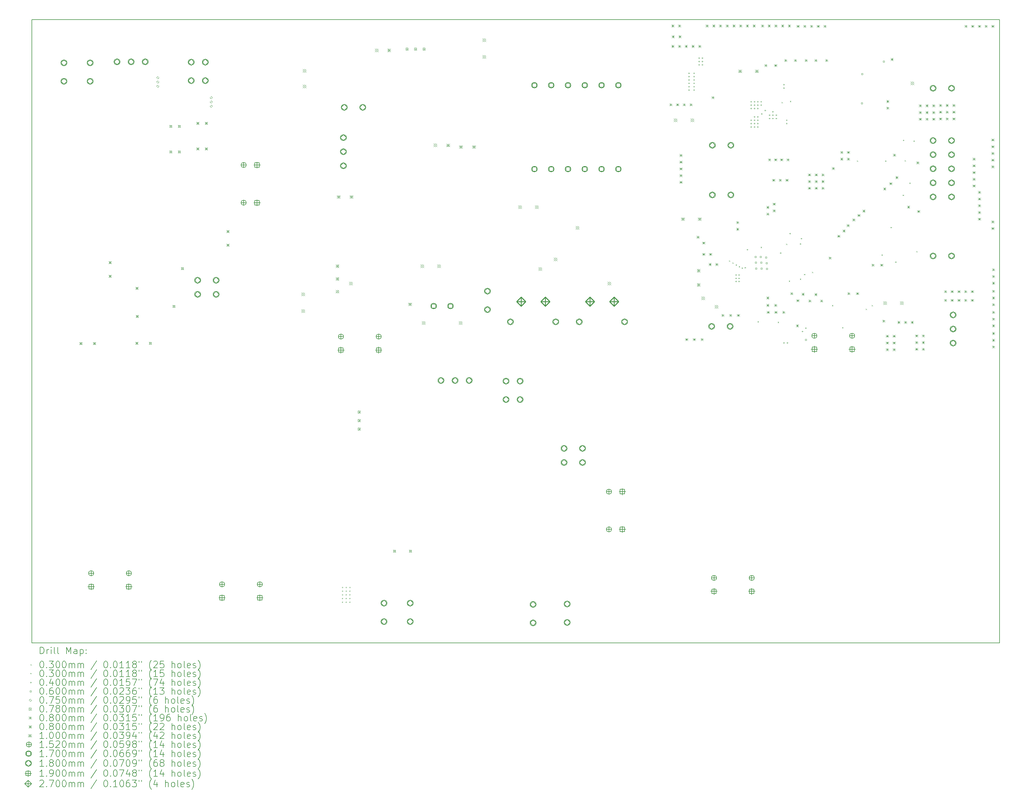
<source format=gbr>
%TF.GenerationSoftware,KiCad,Pcbnew,8.0.0*%
%TF.CreationDate,2024-03-30T18:44:11+01:00*%
%TF.ProjectId,schematic-main _ kopia,73636865-6d61-4746-9963-2d6d61696e20,rev?*%
%TF.SameCoordinates,Original*%
%TF.FileFunction,Drillmap*%
%TF.FilePolarity,Positive*%
%FSLAX45Y45*%
G04 Gerber Fmt 4.5, Leading zero omitted, Abs format (unit mm)*
G04 Created by KiCad (PCBNEW 8.0.0) date 2024-03-30 18:44:11*
%MOMM*%
%LPD*%
G01*
G04 APERTURE LIST*
%ADD10C,0.200000*%
%ADD11C,0.100000*%
%ADD12C,0.152000*%
%ADD13C,0.170000*%
%ADD14C,0.180000*%
%ADD15C,0.190000*%
%ADD16C,0.270000*%
G04 APERTURE END LIST*
D10*
X-9770000Y-1550000D02*
X19050000Y-1550000D01*
X19050000Y-20140000D01*
X-9770000Y-20140000D01*
X-9770000Y-1550000D01*
D11*
X10995000Y-8735000D02*
X11025000Y-8765000D01*
X11025000Y-8735000D02*
X10995000Y-8765000D01*
X11095000Y-8795000D02*
X11125000Y-8825000D01*
X11125000Y-8795000D02*
X11095000Y-8825000D01*
X11195000Y-8855000D02*
X11225000Y-8885000D01*
X11225000Y-8855000D02*
X11195000Y-8885000D01*
X11285000Y-8905000D02*
X11315000Y-8935000D01*
X11315000Y-8905000D02*
X11285000Y-8935000D01*
X11370000Y-8945000D02*
X11400000Y-8975000D01*
X11400000Y-8945000D02*
X11370000Y-8975000D01*
X11461577Y-8931577D02*
X11491577Y-8961577D01*
X11491577Y-8931577D02*
X11461577Y-8961577D01*
X11845000Y-10545000D02*
X11875000Y-10575000D01*
X11875000Y-10545000D02*
X11845000Y-10575000D01*
X11936432Y-8326432D02*
X11966432Y-8356432D01*
X11966432Y-8326432D02*
X11936432Y-8356432D01*
X12445000Y-10565000D02*
X12475000Y-10595000D01*
X12475000Y-10565000D02*
X12445000Y-10595000D01*
X12559311Y-4010689D02*
X12589311Y-4040689D01*
X12589311Y-4010689D02*
X12559311Y-4040689D01*
X12695000Y-8235000D02*
X12725000Y-8265000D01*
X12725000Y-8235000D02*
X12695000Y-8265000D01*
X12775000Y-9335000D02*
X12805000Y-9365000D01*
X12805000Y-9335000D02*
X12775000Y-9365000D01*
X12810000Y-3975000D02*
X12840000Y-4005000D01*
X12840000Y-3975000D02*
X12810000Y-4005000D01*
X13105000Y-9275000D02*
X13135000Y-9305000D01*
X13135000Y-9275000D02*
X13105000Y-9305000D01*
X13230000Y-9135000D02*
X13260000Y-9165000D01*
X13260000Y-9135000D02*
X13230000Y-9165000D01*
X13465000Y-9075000D02*
X13495000Y-9105000D01*
X13495000Y-9075000D02*
X13465000Y-9105000D01*
X14065000Y-10065000D02*
X14095000Y-10095000D01*
X14095000Y-10065000D02*
X14065000Y-10095000D01*
X14805000Y-5755000D02*
X14835000Y-5785000D01*
X14835000Y-5755000D02*
X14805000Y-5785000D01*
X15065000Y-10175000D02*
X15095000Y-10205000D01*
X15095000Y-10175000D02*
X15065000Y-10205000D01*
X15245000Y-10065000D02*
X15275000Y-10095000D01*
X15275000Y-10065000D02*
X15245000Y-10095000D01*
X15535000Y-8555000D02*
X15565000Y-8585000D01*
X15565000Y-8555000D02*
X15535000Y-8585000D01*
X16165000Y-6775000D02*
X16195000Y-6805000D01*
X16195000Y-6775000D02*
X16165000Y-6805000D01*
X16228800Y-5745000D02*
X16258800Y-5775000D01*
X16258800Y-5745000D02*
X16228800Y-5775000D01*
X16365000Y-6415000D02*
X16395000Y-6445000D01*
X16395000Y-6415000D02*
X16365000Y-6445000D01*
X16575000Y-8455000D02*
X16605000Y-8485000D01*
X16605000Y-8455000D02*
X16575000Y-8485000D01*
X-500000Y-18485000D02*
G75*
G02*
X-530000Y-18485000I-15000J0D01*
G01*
X-530000Y-18485000D02*
G75*
G02*
X-500000Y-18485000I15000J0D01*
G01*
X-500000Y-18595000D02*
G75*
G02*
X-530000Y-18595000I-15000J0D01*
G01*
X-530000Y-18595000D02*
G75*
G02*
X-500000Y-18595000I15000J0D01*
G01*
X-500000Y-18705000D02*
G75*
G02*
X-530000Y-18705000I-15000J0D01*
G01*
X-530000Y-18705000D02*
G75*
G02*
X-500000Y-18705000I15000J0D01*
G01*
X-500000Y-18815000D02*
G75*
G02*
X-530000Y-18815000I-15000J0D01*
G01*
X-530000Y-18815000D02*
G75*
G02*
X-500000Y-18815000I15000J0D01*
G01*
X-500000Y-18925000D02*
G75*
G02*
X-530000Y-18925000I-15000J0D01*
G01*
X-530000Y-18925000D02*
G75*
G02*
X-500000Y-18925000I15000J0D01*
G01*
X-390000Y-18485000D02*
G75*
G02*
X-420000Y-18485000I-15000J0D01*
G01*
X-420000Y-18485000D02*
G75*
G02*
X-390000Y-18485000I15000J0D01*
G01*
X-390000Y-18595000D02*
G75*
G02*
X-420000Y-18595000I-15000J0D01*
G01*
X-420000Y-18595000D02*
G75*
G02*
X-390000Y-18595000I15000J0D01*
G01*
X-390000Y-18705000D02*
G75*
G02*
X-420000Y-18705000I-15000J0D01*
G01*
X-420000Y-18705000D02*
G75*
G02*
X-390000Y-18705000I15000J0D01*
G01*
X-390000Y-18815000D02*
G75*
G02*
X-420000Y-18815000I-15000J0D01*
G01*
X-420000Y-18815000D02*
G75*
G02*
X-390000Y-18815000I15000J0D01*
G01*
X-390000Y-18925000D02*
G75*
G02*
X-420000Y-18925000I-15000J0D01*
G01*
X-420000Y-18925000D02*
G75*
G02*
X-390000Y-18925000I15000J0D01*
G01*
X-280000Y-18485000D02*
G75*
G02*
X-310000Y-18485000I-15000J0D01*
G01*
X-310000Y-18485000D02*
G75*
G02*
X-280000Y-18485000I15000J0D01*
G01*
X-280000Y-18595000D02*
G75*
G02*
X-310000Y-18595000I-15000J0D01*
G01*
X-310000Y-18595000D02*
G75*
G02*
X-280000Y-18595000I15000J0D01*
G01*
X-280000Y-18705000D02*
G75*
G02*
X-310000Y-18705000I-15000J0D01*
G01*
X-310000Y-18705000D02*
G75*
G02*
X-280000Y-18705000I15000J0D01*
G01*
X-280000Y-18815000D02*
G75*
G02*
X-310000Y-18815000I-15000J0D01*
G01*
X-310000Y-18815000D02*
G75*
G02*
X-280000Y-18815000I15000J0D01*
G01*
X-280000Y-18925000D02*
G75*
G02*
X-310000Y-18925000I-15000J0D01*
G01*
X-310000Y-18925000D02*
G75*
G02*
X-280000Y-18925000I15000J0D01*
G01*
X9800000Y-3130000D02*
X9800000Y-3170000D01*
X9780000Y-3150000D02*
X9820000Y-3150000D01*
X9800000Y-3230000D02*
X9800000Y-3270000D01*
X9780000Y-3250000D02*
X9820000Y-3250000D01*
X9800000Y-3330000D02*
X9800000Y-3370000D01*
X9780000Y-3350000D02*
X9820000Y-3350000D01*
X9800000Y-3430000D02*
X9800000Y-3470000D01*
X9780000Y-3450000D02*
X9820000Y-3450000D01*
X9800000Y-3530000D02*
X9800000Y-3570000D01*
X9780000Y-3550000D02*
X9820000Y-3550000D01*
X9800000Y-3630000D02*
X9800000Y-3670000D01*
X9780000Y-3650000D02*
X9820000Y-3650000D01*
X9950000Y-3130000D02*
X9950000Y-3170000D01*
X9930000Y-3150000D02*
X9970000Y-3150000D01*
X9950000Y-3230000D02*
X9950000Y-3270000D01*
X9930000Y-3250000D02*
X9970000Y-3250000D01*
X9950000Y-3330000D02*
X9950000Y-3370000D01*
X9930000Y-3350000D02*
X9970000Y-3350000D01*
X9950000Y-3430000D02*
X9950000Y-3470000D01*
X9930000Y-3450000D02*
X9970000Y-3450000D01*
X9950000Y-3530000D02*
X9950000Y-3570000D01*
X9930000Y-3550000D02*
X9970000Y-3550000D01*
X9950000Y-3630000D02*
X9950000Y-3670000D01*
X9930000Y-3650000D02*
X9970000Y-3650000D01*
X10100000Y-2680000D02*
X10100000Y-2720000D01*
X10080000Y-2700000D02*
X10120000Y-2700000D01*
X10100000Y-2780000D02*
X10100000Y-2820000D01*
X10080000Y-2800000D02*
X10120000Y-2800000D01*
X10100000Y-2880000D02*
X10100000Y-2920000D01*
X10080000Y-2900000D02*
X10120000Y-2900000D01*
X10200000Y-2680000D02*
X10200000Y-2720000D01*
X10180000Y-2700000D02*
X10220000Y-2700000D01*
X10200000Y-2780000D02*
X10200000Y-2820000D01*
X10180000Y-2800000D02*
X10220000Y-2800000D01*
X10200000Y-2880000D02*
X10200000Y-2920000D01*
X10180000Y-2900000D02*
X10220000Y-2900000D01*
X11200000Y-9145000D02*
X11200000Y-9185000D01*
X11180000Y-9165000D02*
X11220000Y-9165000D01*
X11200000Y-9245000D02*
X11200000Y-9285000D01*
X11180000Y-9265000D02*
X11220000Y-9265000D01*
X11200000Y-9335000D02*
X11200000Y-9375000D01*
X11180000Y-9355000D02*
X11220000Y-9355000D01*
X11290000Y-9145000D02*
X11290000Y-9185000D01*
X11270000Y-9165000D02*
X11310000Y-9165000D01*
X11290000Y-9245000D02*
X11290000Y-9285000D01*
X11270000Y-9265000D02*
X11310000Y-9265000D01*
X11290000Y-9335000D02*
X11290000Y-9375000D01*
X11270000Y-9355000D02*
X11310000Y-9355000D01*
X11540711Y-8390711D02*
X11540711Y-8430711D01*
X11520711Y-8410711D02*
X11560711Y-8410711D01*
X11650000Y-3980000D02*
X11650000Y-4020000D01*
X11630000Y-4000000D02*
X11670000Y-4000000D01*
X11650000Y-4080000D02*
X11650000Y-4120000D01*
X11630000Y-4100000D02*
X11670000Y-4100000D01*
X11650000Y-4180000D02*
X11650000Y-4220000D01*
X11630000Y-4200000D02*
X11670000Y-4200000D01*
X11650000Y-4530000D02*
X11650000Y-4570000D01*
X11630000Y-4550000D02*
X11670000Y-4550000D01*
X11650000Y-4630000D02*
X11650000Y-4670000D01*
X11630000Y-4650000D02*
X11670000Y-4650000D01*
X11650000Y-4730000D02*
X11650000Y-4770000D01*
X11630000Y-4750000D02*
X11670000Y-4750000D01*
X11750000Y-3980000D02*
X11750000Y-4020000D01*
X11730000Y-4000000D02*
X11770000Y-4000000D01*
X11750000Y-4080000D02*
X11750000Y-4120000D01*
X11730000Y-4100000D02*
X11770000Y-4100000D01*
X11750000Y-4180000D02*
X11750000Y-4220000D01*
X11730000Y-4200000D02*
X11770000Y-4200000D01*
X11750000Y-4430000D02*
X11750000Y-4470000D01*
X11730000Y-4450000D02*
X11770000Y-4450000D01*
X11750000Y-4530000D02*
X11750000Y-4570000D01*
X11730000Y-4550000D02*
X11770000Y-4550000D01*
X11750000Y-4630000D02*
X11750000Y-4670000D01*
X11730000Y-4650000D02*
X11770000Y-4650000D01*
X11750000Y-4730000D02*
X11750000Y-4770000D01*
X11730000Y-4750000D02*
X11770000Y-4750000D01*
X11850000Y-3980000D02*
X11850000Y-4020000D01*
X11830000Y-4000000D02*
X11870000Y-4000000D01*
X11850000Y-4080000D02*
X11850000Y-4120000D01*
X11830000Y-4100000D02*
X11870000Y-4100000D01*
X11850000Y-4180000D02*
X11850000Y-4220000D01*
X11830000Y-4200000D02*
X11870000Y-4200000D01*
X11850000Y-4430000D02*
X11850000Y-4470000D01*
X11830000Y-4450000D02*
X11870000Y-4450000D01*
X11850000Y-4530000D02*
X11850000Y-4570000D01*
X11830000Y-4550000D02*
X11870000Y-4550000D01*
X11850000Y-4630000D02*
X11850000Y-4670000D01*
X11830000Y-4650000D02*
X11870000Y-4650000D01*
X11850000Y-4730000D02*
X11850000Y-4770000D01*
X11830000Y-4750000D02*
X11870000Y-4750000D01*
X11950000Y-3980000D02*
X11950000Y-4020000D01*
X11930000Y-4000000D02*
X11970000Y-4000000D01*
X11950000Y-4080000D02*
X11950000Y-4120000D01*
X11930000Y-4100000D02*
X11970000Y-4100000D01*
X11970000Y-4340000D02*
X11970000Y-4380000D01*
X11950000Y-4360000D02*
X11990000Y-4360000D01*
X12070000Y-4240000D02*
X12070000Y-4280000D01*
X12050000Y-4260000D02*
X12090000Y-4260000D01*
X12200000Y-4380000D02*
X12200000Y-4420000D01*
X12180000Y-4400000D02*
X12220000Y-4400000D01*
X12200000Y-4480000D02*
X12200000Y-4520000D01*
X12180000Y-4500000D02*
X12220000Y-4500000D01*
X12300000Y-4280000D02*
X12300000Y-4320000D01*
X12280000Y-4300000D02*
X12320000Y-4300000D01*
X12300000Y-4380000D02*
X12300000Y-4420000D01*
X12280000Y-4400000D02*
X12320000Y-4400000D01*
X12300000Y-4480000D02*
X12300000Y-4520000D01*
X12280000Y-4500000D02*
X12320000Y-4500000D01*
X12400000Y-4380000D02*
X12400000Y-4420000D01*
X12380000Y-4400000D02*
X12420000Y-4400000D01*
X12400000Y-4480000D02*
X12400000Y-4520000D01*
X12380000Y-4500000D02*
X12420000Y-4500000D01*
X12530000Y-8490000D02*
X12530000Y-8530000D01*
X12510000Y-8510000D02*
X12550000Y-8510000D01*
X12630000Y-3470000D02*
X12630000Y-3510000D01*
X12610000Y-3490000D02*
X12650000Y-3490000D01*
X12630000Y-3570000D02*
X12630000Y-3610000D01*
X12610000Y-3590000D02*
X12650000Y-3590000D01*
X12630000Y-11170000D02*
X12630000Y-11210000D01*
X12610000Y-11190000D02*
X12650000Y-11190000D01*
X12710000Y-4530000D02*
X12710000Y-4570000D01*
X12690000Y-4550000D02*
X12730000Y-4550000D01*
X12710000Y-4630000D02*
X12710000Y-4670000D01*
X12690000Y-4650000D02*
X12730000Y-4650000D01*
X12730000Y-11170000D02*
X12730000Y-11210000D01*
X12710000Y-11190000D02*
X12750000Y-11190000D01*
X12810000Y-7910000D02*
X12810000Y-7950000D01*
X12790000Y-7930000D02*
X12830000Y-7930000D01*
X13120000Y-8220000D02*
X13120000Y-8260000D01*
X13100000Y-8240000D02*
X13140000Y-8240000D01*
X13150000Y-8060000D02*
X13150000Y-8100000D01*
X13130000Y-8080000D02*
X13170000Y-8080000D01*
X13180000Y-10830000D02*
X13180000Y-10870000D01*
X13160000Y-10850000D02*
X13200000Y-10850000D01*
X13280000Y-10730000D02*
X13280000Y-10770000D01*
X13260000Y-10750000D02*
X13300000Y-10750000D01*
X14380000Y-10720000D02*
X14380000Y-10760000D01*
X14360000Y-10740000D02*
X14400000Y-10740000D01*
X15660000Y-5750000D02*
X15660000Y-5790000D01*
X15640000Y-5770000D02*
X15680000Y-5770000D01*
X15820000Y-7730000D02*
X15820000Y-7770000D01*
X15800000Y-7750000D02*
X15840000Y-7750000D01*
X15960000Y-8760000D02*
X15960000Y-8800000D01*
X15940000Y-8780000D02*
X15980000Y-8780000D01*
X16190000Y-5130000D02*
X16190000Y-5170000D01*
X16170000Y-5150000D02*
X16210000Y-5150000D01*
X16505000Y-5155000D02*
X16505000Y-5195000D01*
X16485000Y-5175000D02*
X16525000Y-5175000D01*
X11801213Y-8651213D02*
X11801213Y-8608787D01*
X11758787Y-8608787D01*
X11758787Y-8651213D01*
X11801213Y-8651213D01*
X11811213Y-8821213D02*
X11811213Y-8778787D01*
X11768787Y-8778787D01*
X11768787Y-8821213D01*
X11811213Y-8821213D01*
X11821213Y-8991213D02*
X11821213Y-8948787D01*
X11778787Y-8948787D01*
X11778787Y-8991213D01*
X11821213Y-8991213D01*
X11961213Y-8651213D02*
X11961213Y-8608787D01*
X11918787Y-8608787D01*
X11918787Y-8651213D01*
X11961213Y-8651213D01*
X11971213Y-8821213D02*
X11971213Y-8778787D01*
X11928787Y-8778787D01*
X11928787Y-8821213D01*
X11971213Y-8821213D01*
X11981213Y-8991213D02*
X11981213Y-8948787D01*
X11938787Y-8948787D01*
X11938787Y-8991213D01*
X11981213Y-8991213D01*
X12121213Y-8661213D02*
X12121213Y-8618787D01*
X12078787Y-8618787D01*
X12078787Y-8661213D01*
X12121213Y-8661213D01*
X12131213Y-8831213D02*
X12131213Y-8788787D01*
X12088787Y-8788787D01*
X12088787Y-8831213D01*
X12131213Y-8831213D01*
X12141213Y-9001213D02*
X12141213Y-8958787D01*
X12098787Y-8958787D01*
X12098787Y-9001213D01*
X12141213Y-9001213D01*
X13301213Y-11121213D02*
X13301213Y-11078787D01*
X13258787Y-11078787D01*
X13258787Y-11121213D01*
X13301213Y-11121213D01*
X14971213Y-4071213D02*
X14971213Y-4028787D01*
X14928787Y-4028787D01*
X14928787Y-4071213D01*
X14971213Y-4071213D01*
X14981213Y-3191213D02*
X14981213Y-3148787D01*
X14938787Y-3148787D01*
X14938787Y-3191213D01*
X14981213Y-3191213D01*
X15621213Y-2821213D02*
X15621213Y-2778787D01*
X15578787Y-2778787D01*
X15578787Y-2821213D01*
X15621213Y-2821213D01*
X-6020000Y-3318500D02*
X-5982500Y-3281000D01*
X-6020000Y-3243500D01*
X-6057500Y-3281000D01*
X-6020000Y-3318500D01*
X-6020000Y-3445500D02*
X-5982500Y-3408000D01*
X-6020000Y-3370500D01*
X-6057500Y-3408000D01*
X-6020000Y-3445500D01*
X-6020000Y-3572500D02*
X-5982500Y-3535000D01*
X-6020000Y-3497500D01*
X-6057500Y-3535000D01*
X-6020000Y-3572500D01*
X-4429000Y-3915500D02*
X-4391500Y-3878000D01*
X-4429000Y-3840500D01*
X-4466500Y-3878000D01*
X-4429000Y-3915500D01*
X-4429000Y-4042500D02*
X-4391500Y-4005000D01*
X-4429000Y-3967500D01*
X-4466500Y-4005000D01*
X-4429000Y-4042500D01*
X-4429000Y-4169500D02*
X-4391500Y-4132000D01*
X-4429000Y-4094500D01*
X-4466500Y-4132000D01*
X-4429000Y-4169500D01*
X-60800Y-13214580D02*
X17200Y-13292580D01*
X17200Y-13214580D02*
X-60800Y-13292580D01*
X17200Y-13253580D02*
G75*
G02*
X-60800Y-13253580I-39000J0D01*
G01*
X-60800Y-13253580D02*
G75*
G02*
X17200Y-13253580I39000J0D01*
G01*
X-60800Y-13468580D02*
X17200Y-13546580D01*
X17200Y-13468580D02*
X-60800Y-13546580D01*
X17200Y-13507580D02*
G75*
G02*
X-60800Y-13507580I-39000J0D01*
G01*
X-60800Y-13507580D02*
G75*
G02*
X17200Y-13507580I39000J0D01*
G01*
X-60800Y-13722580D02*
X17200Y-13800580D01*
X17200Y-13722580D02*
X-60800Y-13800580D01*
X17200Y-13761580D02*
G75*
G02*
X-60800Y-13761580I-39000J0D01*
G01*
X-60800Y-13761580D02*
G75*
G02*
X17200Y-13761580I39000J0D01*
G01*
X1367000Y-2391000D02*
X1445000Y-2469000D01*
X1445000Y-2391000D02*
X1367000Y-2469000D01*
X1445000Y-2430000D02*
G75*
G02*
X1367000Y-2430000I-39000J0D01*
G01*
X1367000Y-2430000D02*
G75*
G02*
X1445000Y-2430000I39000J0D01*
G01*
X1621000Y-2391000D02*
X1699000Y-2469000D01*
X1699000Y-2391000D02*
X1621000Y-2469000D01*
X1699000Y-2430000D02*
G75*
G02*
X1621000Y-2430000I-39000J0D01*
G01*
X1621000Y-2430000D02*
G75*
G02*
X1699000Y-2430000I39000J0D01*
G01*
X1875000Y-2391000D02*
X1953000Y-2469000D01*
X1953000Y-2391000D02*
X1875000Y-2469000D01*
X1953000Y-2430000D02*
G75*
G02*
X1875000Y-2430000I-39000J0D01*
G01*
X1875000Y-2430000D02*
G75*
G02*
X1953000Y-2430000I39000J0D01*
G01*
X9220000Y-4050000D02*
X9300000Y-4130000D01*
X9300000Y-4050000D02*
X9220000Y-4130000D01*
X9260000Y-4050000D02*
X9260000Y-4130000D01*
X9220000Y-4090000D02*
X9300000Y-4090000D01*
X9280000Y-1700000D02*
X9360000Y-1780000D01*
X9360000Y-1700000D02*
X9280000Y-1780000D01*
X9320000Y-1700000D02*
X9320000Y-1780000D01*
X9280000Y-1740000D02*
X9360000Y-1740000D01*
X9280000Y-2310000D02*
X9360000Y-2390000D01*
X9360000Y-2310000D02*
X9280000Y-2390000D01*
X9320000Y-2310000D02*
X9320000Y-2390000D01*
X9280000Y-2350000D02*
X9360000Y-2350000D01*
X9290000Y-2020000D02*
X9370000Y-2100000D01*
X9370000Y-2020000D02*
X9290000Y-2100000D01*
X9330000Y-2020000D02*
X9330000Y-2100000D01*
X9290000Y-2060000D02*
X9370000Y-2060000D01*
X9420000Y-4050000D02*
X9500000Y-4130000D01*
X9500000Y-4050000D02*
X9420000Y-4130000D01*
X9460000Y-4050000D02*
X9460000Y-4130000D01*
X9420000Y-4090000D02*
X9500000Y-4090000D01*
X9480000Y-1700000D02*
X9560000Y-1780000D01*
X9560000Y-1700000D02*
X9480000Y-1780000D01*
X9520000Y-1700000D02*
X9520000Y-1780000D01*
X9480000Y-1740000D02*
X9560000Y-1740000D01*
X9480000Y-2310000D02*
X9560000Y-2390000D01*
X9560000Y-2310000D02*
X9480000Y-2390000D01*
X9520000Y-2310000D02*
X9520000Y-2390000D01*
X9480000Y-2350000D02*
X9560000Y-2350000D01*
X9490000Y-2020000D02*
X9570000Y-2100000D01*
X9570000Y-2020000D02*
X9490000Y-2100000D01*
X9530000Y-2020000D02*
X9530000Y-2100000D01*
X9490000Y-2060000D02*
X9570000Y-2060000D01*
X9520000Y-5560000D02*
X9600000Y-5640000D01*
X9600000Y-5560000D02*
X9520000Y-5640000D01*
X9560000Y-5560000D02*
X9560000Y-5640000D01*
X9520000Y-5600000D02*
X9600000Y-5600000D01*
X9520000Y-5760000D02*
X9600000Y-5840000D01*
X9600000Y-5760000D02*
X9520000Y-5840000D01*
X9560000Y-5760000D02*
X9560000Y-5840000D01*
X9520000Y-5800000D02*
X9600000Y-5800000D01*
X9520000Y-5960000D02*
X9600000Y-6040000D01*
X9600000Y-5960000D02*
X9520000Y-6040000D01*
X9560000Y-5960000D02*
X9560000Y-6040000D01*
X9520000Y-6000000D02*
X9600000Y-6000000D01*
X9520000Y-6160000D02*
X9600000Y-6240000D01*
X9600000Y-6160000D02*
X9520000Y-6240000D01*
X9560000Y-6160000D02*
X9560000Y-6240000D01*
X9520000Y-6200000D02*
X9600000Y-6200000D01*
X9520000Y-6360000D02*
X9600000Y-6440000D01*
X9600000Y-6360000D02*
X9520000Y-6440000D01*
X9560000Y-6360000D02*
X9560000Y-6440000D01*
X9520000Y-6400000D02*
X9600000Y-6400000D01*
X9620000Y-4050000D02*
X9700000Y-4130000D01*
X9700000Y-4050000D02*
X9620000Y-4130000D01*
X9660000Y-4050000D02*
X9660000Y-4130000D01*
X9620000Y-4090000D02*
X9700000Y-4090000D01*
X9680000Y-2310000D02*
X9760000Y-2390000D01*
X9760000Y-2310000D02*
X9680000Y-2390000D01*
X9720000Y-2310000D02*
X9720000Y-2390000D01*
X9680000Y-2350000D02*
X9760000Y-2350000D01*
X9690000Y-11050000D02*
X9770000Y-11130000D01*
X9770000Y-11050000D02*
X9690000Y-11130000D01*
X9730000Y-11050000D02*
X9730000Y-11130000D01*
X9690000Y-11090000D02*
X9770000Y-11090000D01*
X9820000Y-4050000D02*
X9900000Y-4130000D01*
X9900000Y-4050000D02*
X9820000Y-4130000D01*
X9860000Y-4050000D02*
X9860000Y-4130000D01*
X9820000Y-4090000D02*
X9900000Y-4090000D01*
X9880000Y-2310000D02*
X9960000Y-2390000D01*
X9960000Y-2310000D02*
X9880000Y-2390000D01*
X9920000Y-2310000D02*
X9920000Y-2390000D01*
X9880000Y-2350000D02*
X9960000Y-2350000D01*
X9920000Y-11050000D02*
X10000000Y-11130000D01*
X10000000Y-11050000D02*
X9920000Y-11130000D01*
X9960000Y-11050000D02*
X9960000Y-11130000D01*
X9920000Y-11090000D02*
X10000000Y-11090000D01*
X10030000Y-8000000D02*
X10110000Y-8080000D01*
X10110000Y-8000000D02*
X10030000Y-8080000D01*
X10070000Y-8000000D02*
X10070000Y-8080000D01*
X10030000Y-8040000D02*
X10110000Y-8040000D01*
X10080000Y-2310000D02*
X10160000Y-2390000D01*
X10160000Y-2310000D02*
X10080000Y-2390000D01*
X10120000Y-2310000D02*
X10120000Y-2390000D01*
X10080000Y-2350000D02*
X10160000Y-2350000D01*
X10150000Y-11050000D02*
X10230000Y-11130000D01*
X10230000Y-11050000D02*
X10150000Y-11130000D01*
X10190000Y-11050000D02*
X10190000Y-11130000D01*
X10150000Y-11090000D02*
X10230000Y-11090000D01*
X10200000Y-8170000D02*
X10280000Y-8250000D01*
X10280000Y-8170000D02*
X10200000Y-8250000D01*
X10240000Y-8170000D02*
X10240000Y-8250000D01*
X10200000Y-8210000D02*
X10280000Y-8210000D01*
X10200000Y-8510000D02*
X10280000Y-8590000D01*
X10280000Y-8510000D02*
X10200000Y-8590000D01*
X10240000Y-8510000D02*
X10240000Y-8590000D01*
X10200000Y-8550000D02*
X10280000Y-8550000D01*
X10300000Y-1700000D02*
X10380000Y-1780000D01*
X10380000Y-1700000D02*
X10300000Y-1780000D01*
X10340000Y-1700000D02*
X10340000Y-1780000D01*
X10300000Y-1740000D02*
X10380000Y-1740000D01*
X10390000Y-8810000D02*
X10470000Y-8890000D01*
X10470000Y-8810000D02*
X10390000Y-8890000D01*
X10430000Y-8810000D02*
X10430000Y-8890000D01*
X10390000Y-8850000D02*
X10470000Y-8850000D01*
X10400000Y-8510000D02*
X10480000Y-8590000D01*
X10480000Y-8510000D02*
X10400000Y-8590000D01*
X10440000Y-8510000D02*
X10440000Y-8590000D01*
X10400000Y-8550000D02*
X10480000Y-8550000D01*
X10475000Y-3835000D02*
X10555000Y-3915000D01*
X10555000Y-3835000D02*
X10475000Y-3915000D01*
X10515000Y-3835000D02*
X10515000Y-3915000D01*
X10475000Y-3875000D02*
X10555000Y-3875000D01*
X10500000Y-1700000D02*
X10580000Y-1780000D01*
X10580000Y-1700000D02*
X10500000Y-1780000D01*
X10540000Y-1700000D02*
X10540000Y-1780000D01*
X10500000Y-1740000D02*
X10580000Y-1740000D01*
X10590000Y-8810000D02*
X10670000Y-8890000D01*
X10670000Y-8810000D02*
X10590000Y-8890000D01*
X10630000Y-8810000D02*
X10630000Y-8890000D01*
X10590000Y-8850000D02*
X10670000Y-8850000D01*
X10700000Y-1700000D02*
X10780000Y-1780000D01*
X10780000Y-1700000D02*
X10700000Y-1780000D01*
X10740000Y-1700000D02*
X10740000Y-1780000D01*
X10700000Y-1740000D02*
X10780000Y-1740000D01*
X10770000Y-10330000D02*
X10850000Y-10410000D01*
X10850000Y-10330000D02*
X10770000Y-10410000D01*
X10810000Y-10330000D02*
X10810000Y-10410000D01*
X10770000Y-10370000D02*
X10850000Y-10370000D01*
X10900000Y-1700000D02*
X10980000Y-1780000D01*
X10980000Y-1700000D02*
X10900000Y-1780000D01*
X10940000Y-1700000D02*
X10940000Y-1780000D01*
X10900000Y-1740000D02*
X10980000Y-1740000D01*
X11000000Y-10330000D02*
X11080000Y-10410000D01*
X11080000Y-10330000D02*
X11000000Y-10410000D01*
X11040000Y-10330000D02*
X11040000Y-10410000D01*
X11000000Y-10370000D02*
X11080000Y-10370000D01*
X11100000Y-1700000D02*
X11180000Y-1780000D01*
X11180000Y-1700000D02*
X11100000Y-1780000D01*
X11140000Y-1700000D02*
X11140000Y-1780000D01*
X11100000Y-1740000D02*
X11180000Y-1740000D01*
X11210000Y-7560000D02*
X11290000Y-7640000D01*
X11290000Y-7560000D02*
X11210000Y-7640000D01*
X11250000Y-7560000D02*
X11250000Y-7640000D01*
X11210000Y-7600000D02*
X11290000Y-7600000D01*
X11210000Y-7760000D02*
X11290000Y-7840000D01*
X11290000Y-7760000D02*
X11210000Y-7840000D01*
X11250000Y-7760000D02*
X11250000Y-7840000D01*
X11210000Y-7800000D02*
X11290000Y-7800000D01*
X11230000Y-10330000D02*
X11310000Y-10410000D01*
X11310000Y-10330000D02*
X11230000Y-10410000D01*
X11270000Y-10330000D02*
X11270000Y-10410000D01*
X11230000Y-10370000D02*
X11310000Y-10370000D01*
X11300000Y-1700000D02*
X11380000Y-1780000D01*
X11380000Y-1700000D02*
X11300000Y-1780000D01*
X11340000Y-1700000D02*
X11340000Y-1780000D01*
X11300000Y-1740000D02*
X11380000Y-1740000D01*
X11500000Y-1700000D02*
X11580000Y-1780000D01*
X11580000Y-1700000D02*
X11500000Y-1780000D01*
X11540000Y-1700000D02*
X11540000Y-1780000D01*
X11500000Y-1740000D02*
X11580000Y-1740000D01*
X11700000Y-1700000D02*
X11780000Y-1780000D01*
X11780000Y-1700000D02*
X11700000Y-1780000D01*
X11740000Y-1700000D02*
X11740000Y-1780000D01*
X11700000Y-1740000D02*
X11780000Y-1740000D01*
X11950000Y-1700000D02*
X12030000Y-1780000D01*
X12030000Y-1700000D02*
X11950000Y-1780000D01*
X11990000Y-1700000D02*
X11990000Y-1780000D01*
X11950000Y-1740000D02*
X12030000Y-1740000D01*
X12050000Y-2880000D02*
X12130000Y-2960000D01*
X12130000Y-2880000D02*
X12050000Y-2960000D01*
X12090000Y-2880000D02*
X12090000Y-2960000D01*
X12050000Y-2920000D02*
X12130000Y-2920000D01*
X12110000Y-7110000D02*
X12190000Y-7190000D01*
X12190000Y-7110000D02*
X12110000Y-7190000D01*
X12150000Y-7110000D02*
X12150000Y-7190000D01*
X12110000Y-7150000D02*
X12190000Y-7150000D01*
X12110000Y-7310000D02*
X12190000Y-7390000D01*
X12190000Y-7310000D02*
X12110000Y-7390000D01*
X12150000Y-7310000D02*
X12150000Y-7390000D01*
X12110000Y-7350000D02*
X12190000Y-7350000D01*
X12110000Y-9810000D02*
X12190000Y-9890000D01*
X12190000Y-9810000D02*
X12110000Y-9890000D01*
X12150000Y-9810000D02*
X12150000Y-9890000D01*
X12110000Y-9850000D02*
X12190000Y-9850000D01*
X12110000Y-10030000D02*
X12190000Y-10110000D01*
X12190000Y-10030000D02*
X12110000Y-10110000D01*
X12150000Y-10030000D02*
X12150000Y-10110000D01*
X12110000Y-10070000D02*
X12190000Y-10070000D01*
X12120000Y-10240000D02*
X12200000Y-10320000D01*
X12200000Y-10240000D02*
X12120000Y-10320000D01*
X12160000Y-10240000D02*
X12160000Y-10320000D01*
X12120000Y-10280000D02*
X12200000Y-10280000D01*
X12150000Y-1700000D02*
X12230000Y-1780000D01*
X12230000Y-1700000D02*
X12150000Y-1780000D01*
X12190000Y-1700000D02*
X12190000Y-1780000D01*
X12150000Y-1740000D02*
X12230000Y-1740000D01*
X12160000Y-5690000D02*
X12240000Y-5770000D01*
X12240000Y-5690000D02*
X12160000Y-5770000D01*
X12200000Y-5690000D02*
X12200000Y-5770000D01*
X12160000Y-5730000D02*
X12240000Y-5730000D01*
X12280000Y-6300000D02*
X12360000Y-6380000D01*
X12360000Y-6300000D02*
X12280000Y-6380000D01*
X12320000Y-6300000D02*
X12320000Y-6380000D01*
X12280000Y-6340000D02*
X12360000Y-6340000D01*
X12300000Y-7010000D02*
X12380000Y-7090000D01*
X12380000Y-7010000D02*
X12300000Y-7090000D01*
X12340000Y-7010000D02*
X12340000Y-7090000D01*
X12300000Y-7050000D02*
X12380000Y-7050000D01*
X12300000Y-7210000D02*
X12380000Y-7290000D01*
X12380000Y-7210000D02*
X12300000Y-7290000D01*
X12340000Y-7210000D02*
X12340000Y-7290000D01*
X12300000Y-7250000D02*
X12380000Y-7250000D01*
X12340000Y-2880000D02*
X12420000Y-2960000D01*
X12420000Y-2880000D02*
X12340000Y-2960000D01*
X12380000Y-2880000D02*
X12380000Y-2960000D01*
X12340000Y-2920000D02*
X12420000Y-2920000D01*
X12340000Y-5690000D02*
X12420000Y-5770000D01*
X12420000Y-5690000D02*
X12340000Y-5770000D01*
X12380000Y-5690000D02*
X12380000Y-5770000D01*
X12340000Y-5730000D02*
X12420000Y-5730000D01*
X12340000Y-10030000D02*
X12420000Y-10110000D01*
X12420000Y-10030000D02*
X12340000Y-10110000D01*
X12380000Y-10030000D02*
X12380000Y-10110000D01*
X12340000Y-10070000D02*
X12420000Y-10070000D01*
X12350000Y-1700000D02*
X12430000Y-1780000D01*
X12430000Y-1700000D02*
X12350000Y-1780000D01*
X12390000Y-1700000D02*
X12390000Y-1780000D01*
X12350000Y-1740000D02*
X12430000Y-1740000D01*
X12350000Y-10240000D02*
X12430000Y-10320000D01*
X12430000Y-10240000D02*
X12350000Y-10320000D01*
X12390000Y-10240000D02*
X12390000Y-10320000D01*
X12350000Y-10280000D02*
X12430000Y-10280000D01*
X12480000Y-6300000D02*
X12560000Y-6380000D01*
X12560000Y-6300000D02*
X12480000Y-6380000D01*
X12520000Y-6300000D02*
X12520000Y-6380000D01*
X12480000Y-6340000D02*
X12560000Y-6340000D01*
X12520000Y-5690000D02*
X12600000Y-5770000D01*
X12600000Y-5690000D02*
X12520000Y-5770000D01*
X12560000Y-5690000D02*
X12560000Y-5770000D01*
X12520000Y-5730000D02*
X12600000Y-5730000D01*
X12550000Y-1700000D02*
X12630000Y-1780000D01*
X12630000Y-1700000D02*
X12550000Y-1780000D01*
X12590000Y-1700000D02*
X12590000Y-1780000D01*
X12550000Y-1740000D02*
X12630000Y-1740000D01*
X12580000Y-10240000D02*
X12660000Y-10320000D01*
X12660000Y-10240000D02*
X12580000Y-10320000D01*
X12620000Y-10240000D02*
X12620000Y-10320000D01*
X12580000Y-10280000D02*
X12660000Y-10280000D01*
X12640000Y-2730000D02*
X12720000Y-2810000D01*
X12720000Y-2730000D02*
X12640000Y-2810000D01*
X12680000Y-2730000D02*
X12680000Y-2810000D01*
X12640000Y-2770000D02*
X12720000Y-2770000D01*
X12680000Y-6300000D02*
X12760000Y-6380000D01*
X12760000Y-6300000D02*
X12680000Y-6380000D01*
X12720000Y-6300000D02*
X12720000Y-6380000D01*
X12680000Y-6340000D02*
X12760000Y-6340000D01*
X12710000Y-5690000D02*
X12790000Y-5770000D01*
X12790000Y-5690000D02*
X12710000Y-5770000D01*
X12750000Y-5690000D02*
X12750000Y-5770000D01*
X12710000Y-5730000D02*
X12790000Y-5730000D01*
X12750000Y-1700000D02*
X12830000Y-1780000D01*
X12830000Y-1700000D02*
X12750000Y-1780000D01*
X12790000Y-1700000D02*
X12790000Y-1780000D01*
X12750000Y-1740000D02*
X12830000Y-1740000D01*
X12820000Y-9680000D02*
X12900000Y-9760000D01*
X12900000Y-9680000D02*
X12820000Y-9760000D01*
X12860000Y-9680000D02*
X12860000Y-9760000D01*
X12820000Y-9720000D02*
X12900000Y-9720000D01*
X12930000Y-2730000D02*
X13010000Y-2810000D01*
X13010000Y-2730000D02*
X12930000Y-2810000D01*
X12970000Y-2730000D02*
X12970000Y-2810000D01*
X12930000Y-2770000D02*
X13010000Y-2770000D01*
X12990000Y-10640000D02*
X13070000Y-10720000D01*
X13070000Y-10640000D02*
X12990000Y-10720000D01*
X13030000Y-10640000D02*
X13030000Y-10720000D01*
X12990000Y-10680000D02*
X13070000Y-10680000D01*
X13000000Y-9890000D02*
X13080000Y-9970000D01*
X13080000Y-9890000D02*
X13000000Y-9970000D01*
X13040000Y-9890000D02*
X13040000Y-9970000D01*
X13000000Y-9930000D02*
X13080000Y-9930000D01*
X13010000Y-1710000D02*
X13090000Y-1790000D01*
X13090000Y-1710000D02*
X13010000Y-1790000D01*
X13050000Y-1710000D02*
X13050000Y-1790000D01*
X13010000Y-1750000D02*
X13090000Y-1750000D01*
X13160000Y-9700000D02*
X13240000Y-9780000D01*
X13240000Y-9700000D02*
X13160000Y-9780000D01*
X13200000Y-9700000D02*
X13200000Y-9780000D01*
X13160000Y-9740000D02*
X13240000Y-9740000D01*
X13210000Y-1710000D02*
X13290000Y-1790000D01*
X13290000Y-1710000D02*
X13210000Y-1790000D01*
X13250000Y-1710000D02*
X13250000Y-1790000D01*
X13210000Y-1750000D02*
X13290000Y-1750000D01*
X13250000Y-2730000D02*
X13330000Y-2810000D01*
X13330000Y-2730000D02*
X13250000Y-2810000D01*
X13290000Y-2730000D02*
X13290000Y-2810000D01*
X13250000Y-2770000D02*
X13330000Y-2770000D01*
X13350000Y-6140000D02*
X13430000Y-6220000D01*
X13430000Y-6140000D02*
X13350000Y-6220000D01*
X13390000Y-6140000D02*
X13390000Y-6220000D01*
X13350000Y-6180000D02*
X13430000Y-6180000D01*
X13350000Y-6340000D02*
X13430000Y-6420000D01*
X13430000Y-6340000D02*
X13350000Y-6420000D01*
X13390000Y-6340000D02*
X13390000Y-6420000D01*
X13350000Y-6380000D02*
X13430000Y-6380000D01*
X13350000Y-6540000D02*
X13430000Y-6620000D01*
X13430000Y-6540000D02*
X13350000Y-6620000D01*
X13390000Y-6540000D02*
X13390000Y-6620000D01*
X13350000Y-6580000D02*
X13430000Y-6580000D01*
X13360000Y-9900000D02*
X13440000Y-9980000D01*
X13440000Y-9900000D02*
X13360000Y-9980000D01*
X13400000Y-9900000D02*
X13400000Y-9980000D01*
X13360000Y-9940000D02*
X13440000Y-9940000D01*
X13410000Y-1710000D02*
X13490000Y-1790000D01*
X13490000Y-1710000D02*
X13410000Y-1790000D01*
X13450000Y-1710000D02*
X13450000Y-1790000D01*
X13410000Y-1750000D02*
X13490000Y-1750000D01*
X13540000Y-2730000D02*
X13620000Y-2810000D01*
X13620000Y-2730000D02*
X13540000Y-2810000D01*
X13580000Y-2730000D02*
X13580000Y-2810000D01*
X13540000Y-2770000D02*
X13620000Y-2770000D01*
X13540000Y-9710000D02*
X13620000Y-9790000D01*
X13620000Y-9710000D02*
X13540000Y-9790000D01*
X13580000Y-9710000D02*
X13580000Y-9790000D01*
X13540000Y-9750000D02*
X13620000Y-9750000D01*
X13550000Y-6140000D02*
X13630000Y-6220000D01*
X13630000Y-6140000D02*
X13550000Y-6220000D01*
X13590000Y-6140000D02*
X13590000Y-6220000D01*
X13550000Y-6180000D02*
X13630000Y-6180000D01*
X13550000Y-6340000D02*
X13630000Y-6420000D01*
X13630000Y-6340000D02*
X13550000Y-6420000D01*
X13590000Y-6340000D02*
X13590000Y-6420000D01*
X13550000Y-6380000D02*
X13630000Y-6380000D01*
X13550000Y-6540000D02*
X13630000Y-6620000D01*
X13630000Y-6540000D02*
X13550000Y-6620000D01*
X13590000Y-6540000D02*
X13590000Y-6620000D01*
X13550000Y-6580000D02*
X13630000Y-6580000D01*
X13610000Y-1710000D02*
X13690000Y-1790000D01*
X13690000Y-1710000D02*
X13610000Y-1790000D01*
X13650000Y-1710000D02*
X13650000Y-1790000D01*
X13610000Y-1750000D02*
X13690000Y-1750000D01*
X13710000Y-9900000D02*
X13790000Y-9980000D01*
X13790000Y-9900000D02*
X13710000Y-9980000D01*
X13750000Y-9900000D02*
X13750000Y-9980000D01*
X13710000Y-9940000D02*
X13790000Y-9940000D01*
X13750000Y-6140000D02*
X13830000Y-6220000D01*
X13830000Y-6140000D02*
X13750000Y-6220000D01*
X13790000Y-6140000D02*
X13790000Y-6220000D01*
X13750000Y-6180000D02*
X13830000Y-6180000D01*
X13750000Y-6340000D02*
X13830000Y-6420000D01*
X13830000Y-6340000D02*
X13750000Y-6420000D01*
X13790000Y-6340000D02*
X13790000Y-6420000D01*
X13750000Y-6380000D02*
X13830000Y-6380000D01*
X13750000Y-6540000D02*
X13830000Y-6620000D01*
X13830000Y-6540000D02*
X13750000Y-6620000D01*
X13790000Y-6540000D02*
X13790000Y-6620000D01*
X13750000Y-6580000D02*
X13830000Y-6580000D01*
X13810000Y-1710000D02*
X13890000Y-1790000D01*
X13890000Y-1710000D02*
X13810000Y-1790000D01*
X13850000Y-1710000D02*
X13850000Y-1790000D01*
X13810000Y-1750000D02*
X13890000Y-1750000D01*
X13860000Y-2730000D02*
X13940000Y-2810000D01*
X13940000Y-2730000D02*
X13860000Y-2810000D01*
X13900000Y-2730000D02*
X13900000Y-2810000D01*
X13860000Y-2770000D02*
X13940000Y-2770000D01*
X13961802Y-8619792D02*
X14041802Y-8699792D01*
X14041802Y-8619792D02*
X13961802Y-8699792D01*
X14001802Y-8619792D02*
X14001802Y-8699792D01*
X13961802Y-8659792D02*
X14041802Y-8659792D01*
X14060000Y-5950000D02*
X14140000Y-6030000D01*
X14140000Y-5950000D02*
X14060000Y-6030000D01*
X14100000Y-5950000D02*
X14100000Y-6030000D01*
X14060000Y-5990000D02*
X14140000Y-5990000D01*
X14220000Y-7970000D02*
X14300000Y-8050000D01*
X14300000Y-7970000D02*
X14220000Y-8050000D01*
X14260000Y-7970000D02*
X14260000Y-8050000D01*
X14220000Y-8010000D02*
X14300000Y-8010000D01*
X14220000Y-7970000D02*
X14300000Y-8050000D01*
X14300000Y-7970000D02*
X14220000Y-8050000D01*
X14260000Y-7970000D02*
X14260000Y-8050000D01*
X14220000Y-8010000D02*
X14300000Y-8010000D01*
X14310000Y-5470000D02*
X14390000Y-5550000D01*
X14390000Y-5470000D02*
X14310000Y-5550000D01*
X14350000Y-5470000D02*
X14350000Y-5550000D01*
X14310000Y-5510000D02*
X14390000Y-5510000D01*
X14310000Y-5670000D02*
X14390000Y-5750000D01*
X14390000Y-5670000D02*
X14310000Y-5750000D01*
X14350000Y-5670000D02*
X14350000Y-5750000D01*
X14310000Y-5710000D02*
X14390000Y-5710000D01*
X14377500Y-7812500D02*
X14457500Y-7892500D01*
X14457500Y-7812500D02*
X14377500Y-7892500D01*
X14417500Y-7812500D02*
X14417500Y-7892500D01*
X14377500Y-7852500D02*
X14457500Y-7852500D01*
X14500000Y-7650000D02*
X14580000Y-7730000D01*
X14580000Y-7650000D02*
X14500000Y-7730000D01*
X14540000Y-7650000D02*
X14540000Y-7730000D01*
X14500000Y-7690000D02*
X14580000Y-7690000D01*
X14510000Y-5470000D02*
X14590000Y-5550000D01*
X14590000Y-5470000D02*
X14510000Y-5550000D01*
X14550000Y-5470000D02*
X14550000Y-5550000D01*
X14510000Y-5510000D02*
X14590000Y-5510000D01*
X14510000Y-5670000D02*
X14590000Y-5750000D01*
X14590000Y-5670000D02*
X14510000Y-5750000D01*
X14550000Y-5670000D02*
X14550000Y-5750000D01*
X14510000Y-5710000D02*
X14590000Y-5710000D01*
X14520000Y-9680000D02*
X14600000Y-9760000D01*
X14600000Y-9680000D02*
X14520000Y-9760000D01*
X14560000Y-9680000D02*
X14560000Y-9760000D01*
X14520000Y-9720000D02*
X14600000Y-9720000D01*
X14670000Y-7480000D02*
X14750000Y-7560000D01*
X14750000Y-7480000D02*
X14670000Y-7560000D01*
X14710000Y-7480000D02*
X14710000Y-7560000D01*
X14670000Y-7520000D02*
X14750000Y-7520000D01*
X14780000Y-9680000D02*
X14860000Y-9760000D01*
X14860000Y-9680000D02*
X14780000Y-9760000D01*
X14820000Y-9680000D02*
X14820000Y-9760000D01*
X14780000Y-9720000D02*
X14860000Y-9720000D01*
X14820000Y-7350000D02*
X14900000Y-7430000D01*
X14900000Y-7350000D02*
X14820000Y-7430000D01*
X14860000Y-7350000D02*
X14860000Y-7430000D01*
X14820000Y-7390000D02*
X14900000Y-7390000D01*
X14970000Y-7220000D02*
X15050000Y-7300000D01*
X15050000Y-7220000D02*
X14970000Y-7300000D01*
X15010000Y-7220000D02*
X15010000Y-7300000D01*
X14970000Y-7260000D02*
X15050000Y-7260000D01*
X15240000Y-8830000D02*
X15320000Y-8910000D01*
X15320000Y-8830000D02*
X15240000Y-8910000D01*
X15280000Y-8830000D02*
X15280000Y-8910000D01*
X15240000Y-8870000D02*
X15320000Y-8870000D01*
X15500000Y-8830000D02*
X15580000Y-8910000D01*
X15580000Y-8830000D02*
X15500000Y-8910000D01*
X15540000Y-8830000D02*
X15540000Y-8910000D01*
X15500000Y-8870000D02*
X15580000Y-8870000D01*
X15560000Y-10500000D02*
X15640000Y-10580000D01*
X15640000Y-10500000D02*
X15560000Y-10580000D01*
X15600000Y-10500000D02*
X15600000Y-10580000D01*
X15560000Y-10540000D02*
X15640000Y-10540000D01*
X15590000Y-6560000D02*
X15670000Y-6640000D01*
X15670000Y-6560000D02*
X15590000Y-6640000D01*
X15630000Y-6560000D02*
X15630000Y-6640000D01*
X15590000Y-6600000D02*
X15670000Y-6600000D01*
X15670000Y-10950000D02*
X15750000Y-11030000D01*
X15750000Y-10950000D02*
X15670000Y-11030000D01*
X15710000Y-10950000D02*
X15710000Y-11030000D01*
X15670000Y-10990000D02*
X15750000Y-10990000D01*
X15670000Y-11150000D02*
X15750000Y-11230000D01*
X15750000Y-11150000D02*
X15670000Y-11230000D01*
X15710000Y-11150000D02*
X15710000Y-11230000D01*
X15670000Y-11190000D02*
X15750000Y-11190000D01*
X15670000Y-11350000D02*
X15750000Y-11430000D01*
X15750000Y-11350000D02*
X15670000Y-11430000D01*
X15710000Y-11350000D02*
X15710000Y-11430000D01*
X15670000Y-11390000D02*
X15750000Y-11390000D01*
X15680000Y-3950000D02*
X15760000Y-4030000D01*
X15760000Y-3950000D02*
X15680000Y-4030000D01*
X15720000Y-3950000D02*
X15720000Y-4030000D01*
X15680000Y-3990000D02*
X15760000Y-3990000D01*
X15680000Y-4150000D02*
X15760000Y-4230000D01*
X15760000Y-4150000D02*
X15680000Y-4230000D01*
X15720000Y-4150000D02*
X15720000Y-4230000D01*
X15680000Y-4190000D02*
X15760000Y-4190000D01*
X15770000Y-6400000D02*
X15850000Y-6480000D01*
X15850000Y-6400000D02*
X15770000Y-6480000D01*
X15810000Y-6400000D02*
X15810000Y-6480000D01*
X15770000Y-6440000D02*
X15850000Y-6440000D01*
X15810000Y-2700000D02*
X15890000Y-2780000D01*
X15890000Y-2700000D02*
X15810000Y-2780000D01*
X15850000Y-2700000D02*
X15850000Y-2780000D01*
X15810000Y-2740000D02*
X15890000Y-2740000D01*
X15870000Y-10950000D02*
X15950000Y-11030000D01*
X15950000Y-10950000D02*
X15870000Y-11030000D01*
X15910000Y-10950000D02*
X15910000Y-11030000D01*
X15870000Y-10990000D02*
X15950000Y-10990000D01*
X15870000Y-11150000D02*
X15950000Y-11230000D01*
X15950000Y-11150000D02*
X15870000Y-11230000D01*
X15910000Y-11150000D02*
X15910000Y-11230000D01*
X15870000Y-11190000D02*
X15950000Y-11190000D01*
X15870000Y-11350000D02*
X15950000Y-11430000D01*
X15950000Y-11350000D02*
X15870000Y-11430000D01*
X15910000Y-11350000D02*
X15910000Y-11430000D01*
X15870000Y-11390000D02*
X15950000Y-11390000D01*
X15880000Y-5550000D02*
X15960000Y-5630000D01*
X15960000Y-5550000D02*
X15880000Y-5630000D01*
X15920000Y-5550000D02*
X15920000Y-5630000D01*
X15880000Y-5590000D02*
X15960000Y-5590000D01*
X15950000Y-6220000D02*
X16030000Y-6300000D01*
X16030000Y-6220000D02*
X15950000Y-6300000D01*
X15990000Y-6220000D02*
X15990000Y-6300000D01*
X15950000Y-6260000D02*
X16030000Y-6260000D01*
X16010000Y-10540000D02*
X16090000Y-10620000D01*
X16090000Y-10540000D02*
X16010000Y-10620000D01*
X16050000Y-10540000D02*
X16050000Y-10620000D01*
X16010000Y-10580000D02*
X16090000Y-10580000D01*
X16210000Y-10540000D02*
X16290000Y-10620000D01*
X16290000Y-10540000D02*
X16210000Y-10620000D01*
X16250000Y-10540000D02*
X16250000Y-10620000D01*
X16210000Y-10580000D02*
X16290000Y-10580000D01*
X16300000Y-7100000D02*
X16380000Y-7180000D01*
X16380000Y-7100000D02*
X16300000Y-7180000D01*
X16340000Y-7100000D02*
X16340000Y-7180000D01*
X16300000Y-7140000D02*
X16380000Y-7140000D01*
X16410000Y-10540000D02*
X16490000Y-10620000D01*
X16490000Y-10540000D02*
X16410000Y-10620000D01*
X16450000Y-10540000D02*
X16450000Y-10620000D01*
X16410000Y-10580000D02*
X16490000Y-10580000D01*
X16540000Y-10940000D02*
X16620000Y-11020000D01*
X16620000Y-10940000D02*
X16540000Y-11020000D01*
X16580000Y-10940000D02*
X16580000Y-11020000D01*
X16540000Y-10980000D02*
X16620000Y-10980000D01*
X16540000Y-11140000D02*
X16620000Y-11220000D01*
X16620000Y-11140000D02*
X16540000Y-11220000D01*
X16580000Y-11140000D02*
X16580000Y-11220000D01*
X16540000Y-11180000D02*
X16620000Y-11180000D01*
X16540000Y-11340000D02*
X16620000Y-11420000D01*
X16620000Y-11340000D02*
X16540000Y-11420000D01*
X16580000Y-11340000D02*
X16580000Y-11420000D01*
X16540000Y-11380000D02*
X16620000Y-11380000D01*
X16574010Y-5779331D02*
X16654010Y-5859331D01*
X16654010Y-5779331D02*
X16574010Y-5859331D01*
X16614010Y-5779331D02*
X16614010Y-5859331D01*
X16574010Y-5819331D02*
X16654010Y-5819331D01*
X16600000Y-7230000D02*
X16680000Y-7310000D01*
X16680000Y-7230000D02*
X16600000Y-7310000D01*
X16640000Y-7230000D02*
X16640000Y-7310000D01*
X16600000Y-7270000D02*
X16680000Y-7270000D01*
X16650000Y-4080000D02*
X16730000Y-4160000D01*
X16730000Y-4080000D02*
X16650000Y-4160000D01*
X16690000Y-4080000D02*
X16690000Y-4160000D01*
X16650000Y-4120000D02*
X16730000Y-4120000D01*
X16650000Y-4280000D02*
X16730000Y-4360000D01*
X16730000Y-4280000D02*
X16650000Y-4360000D01*
X16690000Y-4280000D02*
X16690000Y-4360000D01*
X16650000Y-4320000D02*
X16730000Y-4320000D01*
X16650000Y-4480000D02*
X16730000Y-4560000D01*
X16730000Y-4480000D02*
X16650000Y-4560000D01*
X16690000Y-4480000D02*
X16690000Y-4560000D01*
X16650000Y-4520000D02*
X16730000Y-4520000D01*
X16740000Y-10940000D02*
X16820000Y-11020000D01*
X16820000Y-10940000D02*
X16740000Y-11020000D01*
X16780000Y-10940000D02*
X16780000Y-11020000D01*
X16740000Y-10980000D02*
X16820000Y-10980000D01*
X16740000Y-11140000D02*
X16820000Y-11220000D01*
X16820000Y-11140000D02*
X16740000Y-11220000D01*
X16780000Y-11140000D02*
X16780000Y-11220000D01*
X16740000Y-11180000D02*
X16820000Y-11180000D01*
X16740000Y-11340000D02*
X16820000Y-11420000D01*
X16820000Y-11340000D02*
X16740000Y-11420000D01*
X16780000Y-11340000D02*
X16780000Y-11420000D01*
X16740000Y-11380000D02*
X16820000Y-11380000D01*
X16850000Y-4080000D02*
X16930000Y-4160000D01*
X16930000Y-4080000D02*
X16850000Y-4160000D01*
X16890000Y-4080000D02*
X16890000Y-4160000D01*
X16850000Y-4120000D02*
X16930000Y-4120000D01*
X16850000Y-4280000D02*
X16930000Y-4360000D01*
X16930000Y-4280000D02*
X16850000Y-4360000D01*
X16890000Y-4280000D02*
X16890000Y-4360000D01*
X16850000Y-4320000D02*
X16930000Y-4320000D01*
X16850000Y-4480000D02*
X16930000Y-4560000D01*
X16930000Y-4480000D02*
X16850000Y-4560000D01*
X16890000Y-4480000D02*
X16890000Y-4560000D01*
X16850000Y-4520000D02*
X16930000Y-4520000D01*
X17050000Y-4080000D02*
X17130000Y-4160000D01*
X17130000Y-4080000D02*
X17050000Y-4160000D01*
X17090000Y-4080000D02*
X17090000Y-4160000D01*
X17050000Y-4120000D02*
X17130000Y-4120000D01*
X17050000Y-4280000D02*
X17130000Y-4360000D01*
X17130000Y-4280000D02*
X17050000Y-4360000D01*
X17090000Y-4280000D02*
X17090000Y-4360000D01*
X17050000Y-4320000D02*
X17130000Y-4320000D01*
X17050000Y-4480000D02*
X17130000Y-4560000D01*
X17130000Y-4480000D02*
X17050000Y-4560000D01*
X17090000Y-4480000D02*
X17090000Y-4560000D01*
X17050000Y-4520000D02*
X17130000Y-4520000D01*
X17250000Y-4070000D02*
X17330000Y-4150000D01*
X17330000Y-4070000D02*
X17250000Y-4150000D01*
X17290000Y-4070000D02*
X17290000Y-4150000D01*
X17250000Y-4110000D02*
X17330000Y-4110000D01*
X17250000Y-4270000D02*
X17330000Y-4350000D01*
X17330000Y-4270000D02*
X17250000Y-4350000D01*
X17290000Y-4270000D02*
X17290000Y-4350000D01*
X17250000Y-4310000D02*
X17330000Y-4310000D01*
X17250000Y-4470000D02*
X17330000Y-4550000D01*
X17330000Y-4470000D02*
X17250000Y-4550000D01*
X17290000Y-4470000D02*
X17290000Y-4550000D01*
X17250000Y-4510000D02*
X17330000Y-4510000D01*
X17400000Y-9620000D02*
X17480000Y-9700000D01*
X17480000Y-9620000D02*
X17400000Y-9700000D01*
X17440000Y-9620000D02*
X17440000Y-9700000D01*
X17400000Y-9660000D02*
X17480000Y-9660000D01*
X17400000Y-9880000D02*
X17480000Y-9960000D01*
X17480000Y-9880000D02*
X17400000Y-9960000D01*
X17440000Y-9880000D02*
X17440000Y-9960000D01*
X17400000Y-9920000D02*
X17480000Y-9920000D01*
X17450000Y-4070000D02*
X17530000Y-4150000D01*
X17530000Y-4070000D02*
X17450000Y-4150000D01*
X17490000Y-4070000D02*
X17490000Y-4150000D01*
X17450000Y-4110000D02*
X17530000Y-4110000D01*
X17450000Y-4270000D02*
X17530000Y-4350000D01*
X17530000Y-4270000D02*
X17450000Y-4350000D01*
X17490000Y-4270000D02*
X17490000Y-4350000D01*
X17450000Y-4310000D02*
X17530000Y-4310000D01*
X17450000Y-4470000D02*
X17530000Y-4550000D01*
X17530000Y-4470000D02*
X17450000Y-4550000D01*
X17490000Y-4470000D02*
X17490000Y-4550000D01*
X17450000Y-4510000D02*
X17530000Y-4510000D01*
X17600000Y-9620000D02*
X17680000Y-9700000D01*
X17680000Y-9620000D02*
X17600000Y-9700000D01*
X17640000Y-9620000D02*
X17640000Y-9700000D01*
X17600000Y-9660000D02*
X17680000Y-9660000D01*
X17600000Y-9880000D02*
X17680000Y-9960000D01*
X17680000Y-9880000D02*
X17600000Y-9960000D01*
X17640000Y-9880000D02*
X17640000Y-9960000D01*
X17600000Y-9920000D02*
X17680000Y-9920000D01*
X17650000Y-4070000D02*
X17730000Y-4150000D01*
X17730000Y-4070000D02*
X17650000Y-4150000D01*
X17690000Y-4070000D02*
X17690000Y-4150000D01*
X17650000Y-4110000D02*
X17730000Y-4110000D01*
X17650000Y-4270000D02*
X17730000Y-4350000D01*
X17730000Y-4270000D02*
X17650000Y-4350000D01*
X17690000Y-4270000D02*
X17690000Y-4350000D01*
X17650000Y-4310000D02*
X17730000Y-4310000D01*
X17650000Y-4470000D02*
X17730000Y-4550000D01*
X17730000Y-4470000D02*
X17650000Y-4550000D01*
X17690000Y-4470000D02*
X17690000Y-4550000D01*
X17650000Y-4510000D02*
X17730000Y-4510000D01*
X17800000Y-9620000D02*
X17880000Y-9700000D01*
X17880000Y-9620000D02*
X17800000Y-9700000D01*
X17840000Y-9620000D02*
X17840000Y-9700000D01*
X17800000Y-9660000D02*
X17880000Y-9660000D01*
X17800000Y-9880000D02*
X17880000Y-9960000D01*
X17880000Y-9880000D02*
X17800000Y-9960000D01*
X17840000Y-9880000D02*
X17840000Y-9960000D01*
X17800000Y-9920000D02*
X17880000Y-9920000D01*
X18000000Y-9620000D02*
X18080000Y-9700000D01*
X18080000Y-9620000D02*
X18000000Y-9700000D01*
X18040000Y-9620000D02*
X18040000Y-9700000D01*
X18000000Y-9660000D02*
X18080000Y-9660000D01*
X18000000Y-9880000D02*
X18080000Y-9960000D01*
X18080000Y-9880000D02*
X18000000Y-9960000D01*
X18040000Y-9880000D02*
X18040000Y-9960000D01*
X18000000Y-9920000D02*
X18080000Y-9920000D01*
X18010000Y-1710000D02*
X18090000Y-1790000D01*
X18090000Y-1710000D02*
X18010000Y-1790000D01*
X18050000Y-1710000D02*
X18050000Y-1790000D01*
X18010000Y-1750000D02*
X18090000Y-1750000D01*
X18200000Y-9620000D02*
X18280000Y-9700000D01*
X18280000Y-9620000D02*
X18200000Y-9700000D01*
X18240000Y-9620000D02*
X18240000Y-9700000D01*
X18200000Y-9660000D02*
X18280000Y-9660000D01*
X18200000Y-9880000D02*
X18280000Y-9960000D01*
X18280000Y-9880000D02*
X18200000Y-9960000D01*
X18240000Y-9880000D02*
X18240000Y-9960000D01*
X18200000Y-9920000D02*
X18280000Y-9920000D01*
X18210000Y-1710000D02*
X18290000Y-1790000D01*
X18290000Y-1710000D02*
X18210000Y-1790000D01*
X18250000Y-1710000D02*
X18250000Y-1790000D01*
X18210000Y-1750000D02*
X18290000Y-1750000D01*
X18250000Y-5670000D02*
X18330000Y-5750000D01*
X18330000Y-5670000D02*
X18250000Y-5750000D01*
X18290000Y-5670000D02*
X18290000Y-5750000D01*
X18250000Y-5710000D02*
X18330000Y-5710000D01*
X18250000Y-5870000D02*
X18330000Y-5950000D01*
X18330000Y-5870000D02*
X18250000Y-5950000D01*
X18290000Y-5870000D02*
X18290000Y-5950000D01*
X18250000Y-5910000D02*
X18330000Y-5910000D01*
X18250000Y-6070000D02*
X18330000Y-6150000D01*
X18330000Y-6070000D02*
X18250000Y-6150000D01*
X18290000Y-6070000D02*
X18290000Y-6150000D01*
X18250000Y-6110000D02*
X18330000Y-6110000D01*
X18250000Y-6270000D02*
X18330000Y-6350000D01*
X18330000Y-6270000D02*
X18250000Y-6350000D01*
X18290000Y-6270000D02*
X18290000Y-6350000D01*
X18250000Y-6310000D02*
X18330000Y-6310000D01*
X18250000Y-6470000D02*
X18330000Y-6550000D01*
X18330000Y-6470000D02*
X18250000Y-6550000D01*
X18290000Y-6470000D02*
X18290000Y-6550000D01*
X18250000Y-6510000D02*
X18330000Y-6510000D01*
X18410000Y-1710000D02*
X18490000Y-1790000D01*
X18490000Y-1710000D02*
X18410000Y-1790000D01*
X18450000Y-1710000D02*
X18450000Y-1790000D01*
X18410000Y-1750000D02*
X18490000Y-1750000D01*
X18410000Y-6660000D02*
X18490000Y-6740000D01*
X18490000Y-6660000D02*
X18410000Y-6740000D01*
X18450000Y-6660000D02*
X18450000Y-6740000D01*
X18410000Y-6700000D02*
X18490000Y-6700000D01*
X18410000Y-6860000D02*
X18490000Y-6940000D01*
X18490000Y-6860000D02*
X18410000Y-6940000D01*
X18450000Y-6860000D02*
X18450000Y-6940000D01*
X18410000Y-6900000D02*
X18490000Y-6900000D01*
X18410000Y-7060000D02*
X18490000Y-7140000D01*
X18490000Y-7060000D02*
X18410000Y-7140000D01*
X18450000Y-7060000D02*
X18450000Y-7140000D01*
X18410000Y-7100000D02*
X18490000Y-7100000D01*
X18410000Y-7260000D02*
X18490000Y-7340000D01*
X18490000Y-7260000D02*
X18410000Y-7340000D01*
X18450000Y-7260000D02*
X18450000Y-7340000D01*
X18410000Y-7300000D02*
X18490000Y-7300000D01*
X18410000Y-7460000D02*
X18490000Y-7540000D01*
X18490000Y-7460000D02*
X18410000Y-7540000D01*
X18450000Y-7460000D02*
X18450000Y-7540000D01*
X18410000Y-7500000D02*
X18490000Y-7500000D01*
X18610000Y-1710000D02*
X18690000Y-1790000D01*
X18690000Y-1710000D02*
X18610000Y-1790000D01*
X18650000Y-1710000D02*
X18650000Y-1790000D01*
X18610000Y-1750000D02*
X18690000Y-1750000D01*
X18810000Y-1710000D02*
X18890000Y-1790000D01*
X18890000Y-1710000D02*
X18810000Y-1790000D01*
X18850000Y-1710000D02*
X18850000Y-1790000D01*
X18810000Y-1750000D02*
X18890000Y-1750000D01*
X18810000Y-5100000D02*
X18890000Y-5180000D01*
X18890000Y-5100000D02*
X18810000Y-5180000D01*
X18850000Y-5100000D02*
X18850000Y-5180000D01*
X18810000Y-5140000D02*
X18890000Y-5140000D01*
X18810000Y-5300000D02*
X18890000Y-5380000D01*
X18890000Y-5300000D02*
X18810000Y-5380000D01*
X18850000Y-5300000D02*
X18850000Y-5380000D01*
X18810000Y-5340000D02*
X18890000Y-5340000D01*
X18810000Y-5500000D02*
X18890000Y-5580000D01*
X18890000Y-5500000D02*
X18810000Y-5580000D01*
X18850000Y-5500000D02*
X18850000Y-5580000D01*
X18810000Y-5540000D02*
X18890000Y-5540000D01*
X18810000Y-5700000D02*
X18890000Y-5780000D01*
X18890000Y-5700000D02*
X18810000Y-5780000D01*
X18850000Y-5700000D02*
X18850000Y-5780000D01*
X18810000Y-5740000D02*
X18890000Y-5740000D01*
X18810000Y-5900000D02*
X18890000Y-5980000D01*
X18890000Y-5900000D02*
X18810000Y-5980000D01*
X18850000Y-5900000D02*
X18850000Y-5980000D01*
X18810000Y-5940000D02*
X18890000Y-5940000D01*
X18810000Y-7540000D02*
X18890000Y-7620000D01*
X18890000Y-7540000D02*
X18810000Y-7620000D01*
X18850000Y-7540000D02*
X18850000Y-7620000D01*
X18810000Y-7580000D02*
X18890000Y-7580000D01*
X18810000Y-7740000D02*
X18890000Y-7820000D01*
X18890000Y-7740000D02*
X18810000Y-7820000D01*
X18850000Y-7740000D02*
X18850000Y-7820000D01*
X18810000Y-7780000D02*
X18890000Y-7780000D01*
X18830000Y-8970000D02*
X18910000Y-9050000D01*
X18910000Y-8970000D02*
X18830000Y-9050000D01*
X18870000Y-8970000D02*
X18870000Y-9050000D01*
X18830000Y-9010000D02*
X18910000Y-9010000D01*
X18830000Y-9170000D02*
X18910000Y-9250000D01*
X18910000Y-9170000D02*
X18830000Y-9250000D01*
X18870000Y-9170000D02*
X18870000Y-9250000D01*
X18830000Y-9210000D02*
X18910000Y-9210000D01*
X18830000Y-9370000D02*
X18910000Y-9450000D01*
X18910000Y-9370000D02*
X18830000Y-9450000D01*
X18870000Y-9370000D02*
X18870000Y-9450000D01*
X18830000Y-9410000D02*
X18910000Y-9410000D01*
X18830000Y-9610000D02*
X18910000Y-9690000D01*
X18910000Y-9610000D02*
X18830000Y-9690000D01*
X18870000Y-9610000D02*
X18870000Y-9690000D01*
X18830000Y-9650000D02*
X18910000Y-9650000D01*
X18830000Y-9810000D02*
X18910000Y-9890000D01*
X18910000Y-9810000D02*
X18830000Y-9890000D01*
X18870000Y-9810000D02*
X18870000Y-9890000D01*
X18830000Y-9850000D02*
X18910000Y-9850000D01*
X18830000Y-10010000D02*
X18910000Y-10090000D01*
X18910000Y-10010000D02*
X18830000Y-10090000D01*
X18870000Y-10010000D02*
X18870000Y-10090000D01*
X18830000Y-10050000D02*
X18910000Y-10050000D01*
X18830000Y-10240000D02*
X18910000Y-10320000D01*
X18910000Y-10240000D02*
X18830000Y-10320000D01*
X18870000Y-10240000D02*
X18870000Y-10320000D01*
X18830000Y-10280000D02*
X18910000Y-10280000D01*
X18830000Y-10440000D02*
X18910000Y-10520000D01*
X18910000Y-10440000D02*
X18830000Y-10520000D01*
X18870000Y-10440000D02*
X18870000Y-10520000D01*
X18830000Y-10480000D02*
X18910000Y-10480000D01*
X18830000Y-10640000D02*
X18910000Y-10720000D01*
X18910000Y-10640000D02*
X18830000Y-10720000D01*
X18870000Y-10640000D02*
X18870000Y-10720000D01*
X18830000Y-10680000D02*
X18910000Y-10680000D01*
X18830000Y-10870000D02*
X18910000Y-10950000D01*
X18910000Y-10870000D02*
X18830000Y-10950000D01*
X18870000Y-10870000D02*
X18870000Y-10950000D01*
X18830000Y-10910000D02*
X18910000Y-10910000D01*
X18830000Y-11070000D02*
X18910000Y-11150000D01*
X18910000Y-11070000D02*
X18830000Y-11150000D01*
X18870000Y-11070000D02*
X18870000Y-11150000D01*
X18830000Y-11110000D02*
X18910000Y-11110000D01*
X18830000Y-11270000D02*
X18910000Y-11350000D01*
X18910000Y-11270000D02*
X18830000Y-11350000D01*
X18870000Y-11270000D02*
X18870000Y-11350000D01*
X18830000Y-11310000D02*
X18910000Y-11310000D01*
X-8350000Y-11170000D02*
X-8270000Y-11250000D01*
X-8270000Y-11170000D02*
X-8350000Y-11250000D01*
X-8281715Y-11238284D02*
X-8281715Y-11181716D01*
X-8338284Y-11181716D01*
X-8338284Y-11238284D01*
X-8281715Y-11238284D01*
X-7945000Y-11170000D02*
X-7865000Y-11250000D01*
X-7865000Y-11170000D02*
X-7945000Y-11250000D01*
X-7876715Y-11238284D02*
X-7876715Y-11181716D01*
X-7933284Y-11181716D01*
X-7933284Y-11238284D01*
X-7876715Y-11238284D01*
X-7480000Y-8757500D02*
X-7400000Y-8837500D01*
X-7400000Y-8757500D02*
X-7480000Y-8837500D01*
X-7411715Y-8825785D02*
X-7411715Y-8769216D01*
X-7468284Y-8769216D01*
X-7468284Y-8825785D01*
X-7411715Y-8825785D01*
X-7480000Y-9162500D02*
X-7400000Y-9242500D01*
X-7400000Y-9162500D02*
X-7480000Y-9242500D01*
X-7411715Y-9230785D02*
X-7411715Y-9174216D01*
X-7468284Y-9174216D01*
X-7468284Y-9230785D01*
X-7411715Y-9230785D01*
X-6685000Y-11160000D02*
X-6605000Y-11240000D01*
X-6605000Y-11160000D02*
X-6685000Y-11240000D01*
X-6616715Y-11228284D02*
X-6616715Y-11171716D01*
X-6673284Y-11171716D01*
X-6673284Y-11228284D01*
X-6616715Y-11228284D01*
X-6678000Y-9522000D02*
X-6598000Y-9602000D01*
X-6598000Y-9522000D02*
X-6678000Y-9602000D01*
X-6609715Y-9590285D02*
X-6609715Y-9533716D01*
X-6666284Y-9533716D01*
X-6666284Y-9590285D01*
X-6609715Y-9590285D01*
X-6670000Y-10360000D02*
X-6590000Y-10440000D01*
X-6590000Y-10360000D02*
X-6670000Y-10440000D01*
X-6601715Y-10428285D02*
X-6601715Y-10371716D01*
X-6658284Y-10371716D01*
X-6658284Y-10428285D01*
X-6601715Y-10428285D01*
X-6280000Y-11160000D02*
X-6200000Y-11240000D01*
X-6200000Y-11160000D02*
X-6280000Y-11240000D01*
X-6211715Y-11228284D02*
X-6211715Y-11171716D01*
X-6268284Y-11171716D01*
X-6268284Y-11228284D01*
X-6211715Y-11228284D01*
X-5672500Y-4693000D02*
X-5592500Y-4773000D01*
X-5592500Y-4693000D02*
X-5672500Y-4773000D01*
X-5604215Y-4761285D02*
X-5604215Y-4704716D01*
X-5660784Y-4704716D01*
X-5660784Y-4761285D01*
X-5604215Y-4761285D01*
X-5672500Y-5455000D02*
X-5592500Y-5535000D01*
X-5592500Y-5455000D02*
X-5672500Y-5535000D01*
X-5604215Y-5523285D02*
X-5604215Y-5466716D01*
X-5660784Y-5466716D01*
X-5660784Y-5523285D01*
X-5604215Y-5523285D01*
X-5580000Y-10060000D02*
X-5500000Y-10140000D01*
X-5500000Y-10060000D02*
X-5580000Y-10140000D01*
X-5511716Y-10128285D02*
X-5511716Y-10071716D01*
X-5568285Y-10071716D01*
X-5568285Y-10128285D01*
X-5511716Y-10128285D01*
X-5418500Y-4693000D02*
X-5338500Y-4773000D01*
X-5338500Y-4693000D02*
X-5418500Y-4773000D01*
X-5350216Y-4761285D02*
X-5350216Y-4704716D01*
X-5406785Y-4704716D01*
X-5406785Y-4761285D01*
X-5350216Y-4761285D01*
X-5418500Y-5455000D02*
X-5338500Y-5535000D01*
X-5338500Y-5455000D02*
X-5418500Y-5535000D01*
X-5350216Y-5523285D02*
X-5350216Y-5466716D01*
X-5406785Y-5466716D01*
X-5406785Y-5523285D01*
X-5350216Y-5523285D01*
X-5325000Y-8935000D02*
X-5245000Y-9015000D01*
X-5245000Y-8935000D02*
X-5325000Y-9015000D01*
X-5256716Y-9003285D02*
X-5256716Y-8946716D01*
X-5313285Y-8946716D01*
X-5313285Y-9003285D01*
X-5256716Y-9003285D01*
X-4867500Y-4603000D02*
X-4787500Y-4683000D01*
X-4787500Y-4603000D02*
X-4867500Y-4683000D01*
X-4799216Y-4671285D02*
X-4799216Y-4614716D01*
X-4855785Y-4614716D01*
X-4855785Y-4671285D01*
X-4799216Y-4671285D01*
X-4867500Y-5365000D02*
X-4787500Y-5445000D01*
X-4787500Y-5365000D02*
X-4867500Y-5445000D01*
X-4799216Y-5433285D02*
X-4799216Y-5376716D01*
X-4855785Y-5376716D01*
X-4855785Y-5433285D01*
X-4799216Y-5433285D01*
X-4613500Y-4603000D02*
X-4533500Y-4683000D01*
X-4533500Y-4603000D02*
X-4613500Y-4683000D01*
X-4545216Y-4671285D02*
X-4545216Y-4614716D01*
X-4601785Y-4614716D01*
X-4601785Y-4671285D01*
X-4545216Y-4671285D01*
X-4613500Y-5365000D02*
X-4533500Y-5445000D01*
X-4533500Y-5365000D02*
X-4613500Y-5445000D01*
X-4545216Y-5433285D02*
X-4545216Y-5376716D01*
X-4601785Y-5376716D01*
X-4601785Y-5433285D01*
X-4545216Y-5433285D01*
X-3970000Y-7830000D02*
X-3890000Y-7910000D01*
X-3890000Y-7830000D02*
X-3970000Y-7910000D01*
X-3901715Y-7898284D02*
X-3901715Y-7841715D01*
X-3958284Y-7841715D01*
X-3958284Y-7898284D01*
X-3901715Y-7898284D01*
X-3970000Y-8235000D02*
X-3890000Y-8315000D01*
X-3890000Y-8235000D02*
X-3970000Y-8315000D01*
X-3901715Y-8303284D02*
X-3901715Y-8246715D01*
X-3958284Y-8246715D01*
X-3958284Y-8303284D01*
X-3901715Y-8303284D01*
X990000Y-17360000D02*
X1070000Y-17440000D01*
X1070000Y-17360000D02*
X990000Y-17440000D01*
X1058285Y-17428285D02*
X1058285Y-17371716D01*
X1001715Y-17371716D01*
X1001715Y-17428285D01*
X1058285Y-17428285D01*
X1465000Y-17360000D02*
X1545000Y-17440000D01*
X1545000Y-17360000D02*
X1465000Y-17440000D01*
X1533284Y-17428285D02*
X1533284Y-17371716D01*
X1476715Y-17371716D01*
X1476715Y-17428285D01*
X1533284Y-17428285D01*
X-1740000Y-9690000D02*
X-1640000Y-9790000D01*
X-1640000Y-9690000D02*
X-1740000Y-9790000D01*
X-1690000Y-9790000D02*
X-1640000Y-9740000D01*
X-1690000Y-9690000D01*
X-1740000Y-9740000D01*
X-1690000Y-9790000D01*
X-1740000Y-10190000D02*
X-1640000Y-10290000D01*
X-1640000Y-10190000D02*
X-1740000Y-10290000D01*
X-1690000Y-10290000D02*
X-1640000Y-10240000D01*
X-1690000Y-10190000D01*
X-1740000Y-10240000D01*
X-1690000Y-10290000D01*
X-1700000Y-3030000D02*
X-1600000Y-3130000D01*
X-1600000Y-3030000D02*
X-1700000Y-3130000D01*
X-1650000Y-3130000D02*
X-1600000Y-3080000D01*
X-1650000Y-3030000D01*
X-1700000Y-3080000D01*
X-1650000Y-3130000D01*
X-1700000Y-3490000D02*
X-1600000Y-3590000D01*
X-1600000Y-3490000D02*
X-1700000Y-3590000D01*
X-1650000Y-3590000D02*
X-1600000Y-3540000D01*
X-1650000Y-3490000D01*
X-1700000Y-3540000D01*
X-1650000Y-3590000D01*
X-720000Y-8850000D02*
X-620000Y-8950000D01*
X-620000Y-8850000D02*
X-720000Y-8950000D01*
X-670000Y-8950000D02*
X-620000Y-8900000D01*
X-670000Y-8850000D01*
X-720000Y-8900000D01*
X-670000Y-8950000D01*
X-720000Y-9230000D02*
X-620000Y-9330000D01*
X-620000Y-9230000D02*
X-720000Y-9330000D01*
X-670000Y-9330000D02*
X-620000Y-9280000D01*
X-670000Y-9230000D01*
X-720000Y-9280000D01*
X-670000Y-9330000D01*
X-720000Y-9610000D02*
X-620000Y-9710000D01*
X-620000Y-9610000D02*
X-720000Y-9710000D01*
X-670000Y-9710000D02*
X-620000Y-9660000D01*
X-670000Y-9610000D01*
X-720000Y-9660000D01*
X-670000Y-9710000D01*
X-680000Y-6790000D02*
X-580000Y-6890000D01*
X-580000Y-6790000D02*
X-680000Y-6890000D01*
X-630000Y-6890000D02*
X-580000Y-6840000D01*
X-630000Y-6790000D01*
X-680000Y-6840000D01*
X-630000Y-6890000D01*
X-320000Y-9370000D02*
X-220000Y-9470000D01*
X-220000Y-9370000D02*
X-320000Y-9470000D01*
X-270000Y-9470000D02*
X-220000Y-9420000D01*
X-270000Y-9370000D01*
X-320000Y-9420000D01*
X-270000Y-9470000D01*
X-300000Y-6790000D02*
X-200000Y-6890000D01*
X-200000Y-6790000D02*
X-300000Y-6890000D01*
X-250000Y-6890000D02*
X-200000Y-6840000D01*
X-250000Y-6790000D01*
X-300000Y-6840000D01*
X-250000Y-6890000D01*
X450000Y-2420000D02*
X550000Y-2520000D01*
X550000Y-2420000D02*
X450000Y-2520000D01*
X500000Y-2520000D02*
X550000Y-2470000D01*
X500000Y-2420000D01*
X450000Y-2470000D01*
X500000Y-2520000D01*
X820000Y-2420000D02*
X920000Y-2520000D01*
X920000Y-2420000D02*
X820000Y-2520000D01*
X870000Y-2520000D02*
X920000Y-2470000D01*
X870000Y-2420000D01*
X820000Y-2470000D01*
X870000Y-2520000D01*
X1440000Y-9990000D02*
X1540000Y-10090000D01*
X1540000Y-9990000D02*
X1440000Y-10090000D01*
X1490000Y-10090000D02*
X1540000Y-10040000D01*
X1490000Y-9990000D01*
X1440000Y-10040000D01*
X1490000Y-10090000D01*
X1806768Y-8850000D02*
X1906768Y-8950000D01*
X1906768Y-8850000D02*
X1806768Y-8950000D01*
X1856768Y-8950000D02*
X1906768Y-8900000D01*
X1856768Y-8850000D01*
X1806768Y-8900000D01*
X1856768Y-8950000D01*
X1850000Y-10543750D02*
X1950000Y-10643750D01*
X1950000Y-10543750D02*
X1850000Y-10643750D01*
X1900000Y-10643750D02*
X1950000Y-10593750D01*
X1900000Y-10543750D01*
X1850000Y-10593750D01*
X1900000Y-10643750D01*
X2195000Y-5245000D02*
X2295000Y-5345000D01*
X2295000Y-5245000D02*
X2195000Y-5345000D01*
X2245000Y-5345000D02*
X2295000Y-5295000D01*
X2245000Y-5245000D01*
X2195000Y-5295000D01*
X2245000Y-5345000D01*
X2306768Y-8850000D02*
X2406768Y-8950000D01*
X2406768Y-8850000D02*
X2306768Y-8950000D01*
X2356768Y-8950000D02*
X2406768Y-8900000D01*
X2356768Y-8850000D01*
X2306768Y-8900000D01*
X2356768Y-8950000D01*
X2575000Y-5250000D02*
X2675000Y-5350000D01*
X2675000Y-5250000D02*
X2575000Y-5350000D01*
X2625000Y-5350000D02*
X2675000Y-5300000D01*
X2625000Y-5250000D01*
X2575000Y-5300000D01*
X2625000Y-5350000D01*
X2950000Y-10543750D02*
X3050000Y-10643750D01*
X3050000Y-10543750D02*
X2950000Y-10643750D01*
X3000000Y-10643750D02*
X3050000Y-10593750D01*
X3000000Y-10543750D01*
X2950000Y-10593750D01*
X3000000Y-10643750D01*
X2960000Y-5300000D02*
X3060000Y-5400000D01*
X3060000Y-5300000D02*
X2960000Y-5400000D01*
X3010000Y-5400000D02*
X3060000Y-5350000D01*
X3010000Y-5300000D01*
X2960000Y-5350000D01*
X3010000Y-5400000D01*
X3350000Y-5300000D02*
X3450000Y-5400000D01*
X3450000Y-5300000D02*
X3350000Y-5400000D01*
X3400000Y-5400000D02*
X3450000Y-5350000D01*
X3400000Y-5300000D01*
X3350000Y-5350000D01*
X3400000Y-5400000D01*
X3650000Y-2110000D02*
X3750000Y-2210000D01*
X3750000Y-2110000D02*
X3650000Y-2210000D01*
X3700000Y-2210000D02*
X3750000Y-2160000D01*
X3700000Y-2110000D01*
X3650000Y-2160000D01*
X3700000Y-2210000D01*
X3650000Y-2610000D02*
X3750000Y-2710000D01*
X3750000Y-2610000D02*
X3650000Y-2710000D01*
X3700000Y-2710000D02*
X3750000Y-2660000D01*
X3700000Y-2610000D01*
X3650000Y-2660000D01*
X3700000Y-2710000D01*
X4716768Y-7090000D02*
X4816768Y-7190000D01*
X4816768Y-7090000D02*
X4716768Y-7190000D01*
X4766768Y-7190000D02*
X4816768Y-7140000D01*
X4766768Y-7090000D01*
X4716768Y-7140000D01*
X4766768Y-7190000D01*
X5216768Y-7090000D02*
X5316768Y-7190000D01*
X5316768Y-7090000D02*
X5216768Y-7190000D01*
X5266768Y-7190000D02*
X5316768Y-7140000D01*
X5266768Y-7090000D01*
X5216768Y-7140000D01*
X5266768Y-7190000D01*
X5320000Y-8937500D02*
X5420000Y-9037500D01*
X5420000Y-8937500D02*
X5320000Y-9037500D01*
X5370000Y-9037500D02*
X5420000Y-8987500D01*
X5370000Y-8937500D01*
X5320000Y-8987500D01*
X5370000Y-9037500D01*
X5780000Y-8650000D02*
X5880000Y-8750000D01*
X5880000Y-8650000D02*
X5780000Y-8750000D01*
X5830000Y-8750000D02*
X5880000Y-8700000D01*
X5830000Y-8650000D01*
X5780000Y-8700000D01*
X5830000Y-8750000D01*
X6430000Y-7710000D02*
X6530000Y-7810000D01*
X6530000Y-7710000D02*
X6430000Y-7810000D01*
X6480000Y-7810000D02*
X6530000Y-7760000D01*
X6480000Y-7710000D01*
X6430000Y-7760000D01*
X6480000Y-7810000D01*
X7380000Y-9370000D02*
X7480000Y-9470000D01*
X7480000Y-9370000D02*
X7380000Y-9470000D01*
X7430000Y-9470000D02*
X7480000Y-9420000D01*
X7430000Y-9370000D01*
X7380000Y-9420000D01*
X7430000Y-9470000D01*
X9350000Y-4500000D02*
X9450000Y-4600000D01*
X9450000Y-4500000D02*
X9350000Y-4600000D01*
X9400000Y-4600000D02*
X9450000Y-4550000D01*
X9400000Y-4500000D01*
X9350000Y-4550000D01*
X9400000Y-4600000D01*
X9570000Y-7450000D02*
X9670000Y-7550000D01*
X9670000Y-7450000D02*
X9570000Y-7550000D01*
X9620000Y-7550000D02*
X9670000Y-7500000D01*
X9620000Y-7450000D01*
X9570000Y-7500000D01*
X9620000Y-7550000D01*
X9850000Y-4500000D02*
X9950000Y-4600000D01*
X9950000Y-4500000D02*
X9850000Y-4600000D01*
X9900000Y-4600000D02*
X9950000Y-4550000D01*
X9900000Y-4500000D01*
X9850000Y-4550000D01*
X9900000Y-4600000D01*
X10040000Y-8990000D02*
X10140000Y-9090000D01*
X10140000Y-8990000D02*
X10040000Y-9090000D01*
X10090000Y-9090000D02*
X10140000Y-9040000D01*
X10090000Y-8990000D01*
X10040000Y-9040000D01*
X10090000Y-9090000D01*
X10040000Y-9410000D02*
X10140000Y-9510000D01*
X10140000Y-9410000D02*
X10040000Y-9510000D01*
X10090000Y-9510000D02*
X10140000Y-9460000D01*
X10090000Y-9410000D01*
X10040000Y-9460000D01*
X10090000Y-9510000D01*
X10070000Y-7450000D02*
X10170000Y-7550000D01*
X10170000Y-7450000D02*
X10070000Y-7550000D01*
X10120000Y-7550000D02*
X10170000Y-7500000D01*
X10120000Y-7450000D01*
X10070000Y-7500000D01*
X10120000Y-7550000D01*
X10170000Y-9810000D02*
X10270000Y-9910000D01*
X10270000Y-9810000D02*
X10170000Y-9910000D01*
X10220000Y-9910000D02*
X10270000Y-9860000D01*
X10220000Y-9810000D01*
X10170000Y-9860000D01*
X10220000Y-9910000D01*
X10570000Y-10060000D02*
X10670000Y-10160000D01*
X10670000Y-10060000D02*
X10570000Y-10160000D01*
X10620000Y-10160000D02*
X10670000Y-10110000D01*
X10620000Y-10060000D01*
X10570000Y-10110000D01*
X10620000Y-10160000D01*
X11270000Y-3040000D02*
X11370000Y-3140000D01*
X11370000Y-3040000D02*
X11270000Y-3140000D01*
X11320000Y-3140000D02*
X11370000Y-3090000D01*
X11320000Y-3040000D01*
X11270000Y-3090000D01*
X11320000Y-3140000D01*
X11770000Y-3040000D02*
X11870000Y-3140000D01*
X11870000Y-3040000D02*
X11770000Y-3140000D01*
X11820000Y-3140000D02*
X11870000Y-3090000D01*
X11820000Y-3040000D01*
X11770000Y-3090000D01*
X11820000Y-3140000D01*
X15590000Y-9950000D02*
X15690000Y-10050000D01*
X15690000Y-9950000D02*
X15590000Y-10050000D01*
X15640000Y-10050000D02*
X15690000Y-10000000D01*
X15640000Y-9950000D01*
X15590000Y-10000000D01*
X15640000Y-10050000D01*
X16090000Y-9950000D02*
X16190000Y-10050000D01*
X16190000Y-9950000D02*
X16090000Y-10050000D01*
X16140000Y-10050000D02*
X16190000Y-10000000D01*
X16140000Y-9950000D01*
X16090000Y-10000000D01*
X16140000Y-10050000D01*
X16400000Y-3400000D02*
X16500000Y-3500000D01*
X16500000Y-3400000D02*
X16400000Y-3500000D01*
X16450000Y-3500000D02*
X16500000Y-3450000D01*
X16450000Y-3400000D01*
X16400000Y-3450000D01*
X16450000Y-3500000D01*
D12*
X-8002000Y-17984000D02*
X-8002000Y-18136000D01*
X-8078000Y-18060000D02*
X-7926000Y-18060000D01*
X-7926000Y-18060000D02*
G75*
G02*
X-8078000Y-18060000I-76000J0D01*
G01*
X-8078000Y-18060000D02*
G75*
G02*
X-7926000Y-18060000I76000J0D01*
G01*
X-6878000Y-17984000D02*
X-6878000Y-18136000D01*
X-6954000Y-18060000D02*
X-6802000Y-18060000D01*
X-6802000Y-18060000D02*
G75*
G02*
X-6954000Y-18060000I-76000J0D01*
G01*
X-6954000Y-18060000D02*
G75*
G02*
X-6802000Y-18060000I76000J0D01*
G01*
X-4102000Y-18314000D02*
X-4102000Y-18466000D01*
X-4178000Y-18390000D02*
X-4026000Y-18390000D01*
X-4026000Y-18390000D02*
G75*
G02*
X-4178000Y-18390000I-76000J0D01*
G01*
X-4178000Y-18390000D02*
G75*
G02*
X-4026000Y-18390000I76000J0D01*
G01*
X-3460000Y-5812000D02*
X-3460000Y-5964000D01*
X-3536000Y-5888000D02*
X-3384000Y-5888000D01*
X-3384000Y-5888000D02*
G75*
G02*
X-3536000Y-5888000I-76000J0D01*
G01*
X-3536000Y-5888000D02*
G75*
G02*
X-3384000Y-5888000I76000J0D01*
G01*
X-3460000Y-6936000D02*
X-3460000Y-7088000D01*
X-3536000Y-7012000D02*
X-3384000Y-7012000D01*
X-3384000Y-7012000D02*
G75*
G02*
X-3536000Y-7012000I-76000J0D01*
G01*
X-3536000Y-7012000D02*
G75*
G02*
X-3384000Y-7012000I76000J0D01*
G01*
X-2978000Y-18314000D02*
X-2978000Y-18466000D01*
X-3054000Y-18390000D02*
X-2902000Y-18390000D01*
X-2902000Y-18390000D02*
G75*
G02*
X-3054000Y-18390000I-76000J0D01*
G01*
X-3054000Y-18390000D02*
G75*
G02*
X-2902000Y-18390000I76000J0D01*
G01*
X-562000Y-10928000D02*
X-562000Y-11080000D01*
X-638000Y-11004000D02*
X-486000Y-11004000D01*
X-486000Y-11004000D02*
G75*
G02*
X-638000Y-11004000I-76000J0D01*
G01*
X-638000Y-11004000D02*
G75*
G02*
X-486000Y-11004000I76000J0D01*
G01*
X562000Y-10928000D02*
X562000Y-11080000D01*
X486000Y-11004000D02*
X638000Y-11004000D01*
X638000Y-11004000D02*
G75*
G02*
X486000Y-11004000I-76000J0D01*
G01*
X486000Y-11004000D02*
G75*
G02*
X638000Y-11004000I76000J0D01*
G01*
X7420000Y-15552000D02*
X7420000Y-15704000D01*
X7344000Y-15628000D02*
X7496000Y-15628000D01*
X7496000Y-15628000D02*
G75*
G02*
X7344000Y-15628000I-76000J0D01*
G01*
X7344000Y-15628000D02*
G75*
G02*
X7496000Y-15628000I76000J0D01*
G01*
X7420000Y-16676000D02*
X7420000Y-16828000D01*
X7344000Y-16752000D02*
X7496000Y-16752000D01*
X7496000Y-16752000D02*
G75*
G02*
X7344000Y-16752000I-76000J0D01*
G01*
X7344000Y-16752000D02*
G75*
G02*
X7496000Y-16752000I76000J0D01*
G01*
X10548000Y-18124000D02*
X10548000Y-18276000D01*
X10472000Y-18200000D02*
X10624000Y-18200000D01*
X10624000Y-18200000D02*
G75*
G02*
X10472000Y-18200000I-76000J0D01*
G01*
X10472000Y-18200000D02*
G75*
G02*
X10624000Y-18200000I76000J0D01*
G01*
X11672000Y-18124000D02*
X11672000Y-18276000D01*
X11596000Y-18200000D02*
X11748000Y-18200000D01*
X11748000Y-18200000D02*
G75*
G02*
X11596000Y-18200000I-76000J0D01*
G01*
X11596000Y-18200000D02*
G75*
G02*
X11748000Y-18200000I76000J0D01*
G01*
X13538000Y-10904000D02*
X13538000Y-11056000D01*
X13462000Y-10980000D02*
X13614000Y-10980000D01*
X13614000Y-10980000D02*
G75*
G02*
X13462000Y-10980000I-76000J0D01*
G01*
X13462000Y-10980000D02*
G75*
G02*
X13614000Y-10980000I76000J0D01*
G01*
X14662000Y-10904000D02*
X14662000Y-11056000D01*
X14586000Y-10980000D02*
X14738000Y-10980000D01*
X14738000Y-10980000D02*
G75*
G02*
X14586000Y-10980000I-76000J0D01*
G01*
X14586000Y-10980000D02*
G75*
G02*
X14738000Y-10980000I76000J0D01*
G01*
D13*
X2260105Y-10153855D02*
X2260105Y-10033645D01*
X2139895Y-10033645D01*
X2139895Y-10153855D01*
X2260105Y-10153855D01*
X2285000Y-10093750D02*
G75*
G02*
X2115000Y-10093750I-85000J0D01*
G01*
X2115000Y-10093750D02*
G75*
G02*
X2285000Y-10093750I85000J0D01*
G01*
X2760105Y-10153855D02*
X2760105Y-10033645D01*
X2639895Y-10033645D01*
X2639895Y-10153855D01*
X2760105Y-10153855D01*
X2785000Y-10093750D02*
G75*
G02*
X2615000Y-10093750I-85000J0D01*
G01*
X2615000Y-10093750D02*
G75*
G02*
X2785000Y-10093750I85000J0D01*
G01*
X5260105Y-3570105D02*
X5260105Y-3449895D01*
X5139895Y-3449895D01*
X5139895Y-3570105D01*
X5260105Y-3570105D01*
X5285000Y-3510000D02*
G75*
G02*
X5115000Y-3510000I-85000J0D01*
G01*
X5115000Y-3510000D02*
G75*
G02*
X5285000Y-3510000I85000J0D01*
G01*
X5260105Y-6070105D02*
X5260105Y-5949895D01*
X5139895Y-5949895D01*
X5139895Y-6070105D01*
X5260105Y-6070105D01*
X5285000Y-6010000D02*
G75*
G02*
X5115000Y-6010000I-85000J0D01*
G01*
X5115000Y-6010000D02*
G75*
G02*
X5285000Y-6010000I85000J0D01*
G01*
X5760105Y-3570105D02*
X5760105Y-3449895D01*
X5639895Y-3449895D01*
X5639895Y-3570105D01*
X5760105Y-3570105D01*
X5785000Y-3510000D02*
G75*
G02*
X5615000Y-3510000I-85000J0D01*
G01*
X5615000Y-3510000D02*
G75*
G02*
X5785000Y-3510000I85000J0D01*
G01*
X5760105Y-6070105D02*
X5760105Y-5949895D01*
X5639895Y-5949895D01*
X5639895Y-6070105D01*
X5760105Y-6070105D01*
X5785000Y-6010000D02*
G75*
G02*
X5615000Y-6010000I-85000J0D01*
G01*
X5615000Y-6010000D02*
G75*
G02*
X5785000Y-6010000I85000J0D01*
G01*
X6260105Y-3570105D02*
X6260105Y-3449895D01*
X6139895Y-3449895D01*
X6139895Y-3570105D01*
X6260105Y-3570105D01*
X6285000Y-3510000D02*
G75*
G02*
X6115000Y-3510000I-85000J0D01*
G01*
X6115000Y-3510000D02*
G75*
G02*
X6285000Y-3510000I85000J0D01*
G01*
X6260105Y-6070105D02*
X6260105Y-5949895D01*
X6139895Y-5949895D01*
X6139895Y-6070105D01*
X6260105Y-6070105D01*
X6285000Y-6010000D02*
G75*
G02*
X6115000Y-6010000I-85000J0D01*
G01*
X6115000Y-6010000D02*
G75*
G02*
X6285000Y-6010000I85000J0D01*
G01*
X6760105Y-3570105D02*
X6760105Y-3449895D01*
X6639895Y-3449895D01*
X6639895Y-3570105D01*
X6760105Y-3570105D01*
X6785000Y-3510000D02*
G75*
G02*
X6615000Y-3510000I-85000J0D01*
G01*
X6615000Y-3510000D02*
G75*
G02*
X6785000Y-3510000I85000J0D01*
G01*
X6760105Y-6070105D02*
X6760105Y-5949895D01*
X6639895Y-5949895D01*
X6639895Y-6070105D01*
X6760105Y-6070105D01*
X6785000Y-6010000D02*
G75*
G02*
X6615000Y-6010000I-85000J0D01*
G01*
X6615000Y-6010000D02*
G75*
G02*
X6785000Y-6010000I85000J0D01*
G01*
X7260105Y-3570105D02*
X7260105Y-3449895D01*
X7139895Y-3449895D01*
X7139895Y-3570105D01*
X7260105Y-3570105D01*
X7285000Y-3510000D02*
G75*
G02*
X7115000Y-3510000I-85000J0D01*
G01*
X7115000Y-3510000D02*
G75*
G02*
X7285000Y-3510000I85000J0D01*
G01*
X7260105Y-6070105D02*
X7260105Y-5949895D01*
X7139895Y-5949895D01*
X7139895Y-6070105D01*
X7260105Y-6070105D01*
X7285000Y-6010000D02*
G75*
G02*
X7115000Y-6010000I-85000J0D01*
G01*
X7115000Y-6010000D02*
G75*
G02*
X7285000Y-6010000I85000J0D01*
G01*
X7760105Y-3570105D02*
X7760105Y-3449895D01*
X7639895Y-3449895D01*
X7639895Y-3570105D01*
X7760105Y-3570105D01*
X7785000Y-3510000D02*
G75*
G02*
X7615000Y-3510000I-85000J0D01*
G01*
X7615000Y-3510000D02*
G75*
G02*
X7785000Y-3510000I85000J0D01*
G01*
X7760105Y-6070105D02*
X7760105Y-5949895D01*
X7639895Y-5949895D01*
X7639895Y-6070105D01*
X7760105Y-6070105D01*
X7785000Y-6010000D02*
G75*
G02*
X7615000Y-6010000I-85000J0D01*
G01*
X7615000Y-6010000D02*
G75*
G02*
X7785000Y-6010000I85000J0D01*
G01*
D14*
X-8811575Y-2932190D02*
X-8721575Y-2842190D01*
X-8811575Y-2752190D01*
X-8901575Y-2842190D01*
X-8811575Y-2932190D01*
X-8721575Y-2842190D02*
G75*
G02*
X-8901575Y-2842190I-90000J0D01*
G01*
X-8901575Y-2842190D02*
G75*
G02*
X-8721575Y-2842190I90000J0D01*
G01*
X-8811575Y-3482190D02*
X-8721575Y-3392190D01*
X-8811575Y-3302190D01*
X-8901575Y-3392190D01*
X-8811575Y-3482190D01*
X-8721575Y-3392190D02*
G75*
G02*
X-8901575Y-3392190I-90000J0D01*
G01*
X-8901575Y-3392190D02*
G75*
G02*
X-8721575Y-3392190I90000J0D01*
G01*
X-8031575Y-2932190D02*
X-7941575Y-2842190D01*
X-8031575Y-2752190D01*
X-8121575Y-2842190D01*
X-8031575Y-2932190D01*
X-7941575Y-2842190D02*
G75*
G02*
X-8121575Y-2842190I-90000J0D01*
G01*
X-8121575Y-2842190D02*
G75*
G02*
X-7941575Y-2842190I90000J0D01*
G01*
X-8031575Y-3482190D02*
X-7941575Y-3392190D01*
X-8031575Y-3302190D01*
X-8121575Y-3392190D01*
X-8031575Y-3482190D01*
X-7941575Y-3392190D02*
G75*
G02*
X-8121575Y-3392190I-90000J0D01*
G01*
X-8121575Y-3392190D02*
G75*
G02*
X-7941575Y-3392190I90000J0D01*
G01*
X-7231575Y-2901290D02*
X-7141575Y-2811290D01*
X-7231575Y-2721290D01*
X-7321575Y-2811290D01*
X-7231575Y-2901290D01*
X-7141575Y-2811290D02*
G75*
G02*
X-7321575Y-2811290I-90000J0D01*
G01*
X-7321575Y-2811290D02*
G75*
G02*
X-7141575Y-2811290I90000J0D01*
G01*
X-6811575Y-2901290D02*
X-6721575Y-2811290D01*
X-6811575Y-2721290D01*
X-6901575Y-2811290D01*
X-6811575Y-2901290D01*
X-6721575Y-2811290D02*
G75*
G02*
X-6901575Y-2811290I-90000J0D01*
G01*
X-6901575Y-2811290D02*
G75*
G02*
X-6721575Y-2811290I90000J0D01*
G01*
X-6391575Y-2901290D02*
X-6301575Y-2811290D01*
X-6391575Y-2721290D01*
X-6481575Y-2811290D01*
X-6391575Y-2901290D01*
X-6301575Y-2811290D02*
G75*
G02*
X-6481575Y-2811290I-90000J0D01*
G01*
X-6481575Y-2811290D02*
G75*
G02*
X-6301575Y-2811290I90000J0D01*
G01*
X-5021575Y-2912190D02*
X-4931575Y-2822190D01*
X-5021575Y-2732190D01*
X-5111575Y-2822190D01*
X-5021575Y-2912190D01*
X-4931575Y-2822190D02*
G75*
G02*
X-5111575Y-2822190I-90000J0D01*
G01*
X-5111575Y-2822190D02*
G75*
G02*
X-4931575Y-2822190I90000J0D01*
G01*
X-5021575Y-3462190D02*
X-4931575Y-3372190D01*
X-5021575Y-3282190D01*
X-5111575Y-3372190D01*
X-5021575Y-3462190D01*
X-4931575Y-3372190D02*
G75*
G02*
X-5111575Y-3372190I-90000J0D01*
G01*
X-5111575Y-3372190D02*
G75*
G02*
X-4931575Y-3372190I90000J0D01*
G01*
X-4830000Y-9415000D02*
X-4740000Y-9325000D01*
X-4830000Y-9235000D01*
X-4920000Y-9325000D01*
X-4830000Y-9415000D01*
X-4740000Y-9325000D02*
G75*
G02*
X-4920000Y-9325000I-90000J0D01*
G01*
X-4920000Y-9325000D02*
G75*
G02*
X-4740000Y-9325000I90000J0D01*
G01*
X-4830000Y-9835000D02*
X-4740000Y-9745000D01*
X-4830000Y-9655000D01*
X-4920000Y-9745000D01*
X-4830000Y-9835000D01*
X-4740000Y-9745000D02*
G75*
G02*
X-4920000Y-9745000I-90000J0D01*
G01*
X-4920000Y-9745000D02*
G75*
G02*
X-4740000Y-9745000I90000J0D01*
G01*
X-4601575Y-2912190D02*
X-4511575Y-2822190D01*
X-4601575Y-2732190D01*
X-4691575Y-2822190D01*
X-4601575Y-2912190D01*
X-4511575Y-2822190D02*
G75*
G02*
X-4691575Y-2822190I-90000J0D01*
G01*
X-4691575Y-2822190D02*
G75*
G02*
X-4511575Y-2822190I90000J0D01*
G01*
X-4601575Y-3462190D02*
X-4511575Y-3372190D01*
X-4601575Y-3282190D01*
X-4691575Y-3372190D01*
X-4601575Y-3462190D01*
X-4511575Y-3372190D02*
G75*
G02*
X-4691575Y-3372190I-90000J0D01*
G01*
X-4691575Y-3372190D02*
G75*
G02*
X-4511575Y-3372190I90000J0D01*
G01*
X-4280000Y-9415000D02*
X-4190000Y-9325000D01*
X-4280000Y-9235000D01*
X-4370000Y-9325000D01*
X-4280000Y-9415000D01*
X-4190000Y-9325000D02*
G75*
G02*
X-4370000Y-9325000I-90000J0D01*
G01*
X-4370000Y-9325000D02*
G75*
G02*
X-4190000Y-9325000I90000J0D01*
G01*
X-4280000Y-9835000D02*
X-4190000Y-9745000D01*
X-4280000Y-9655000D01*
X-4370000Y-9745000D01*
X-4280000Y-9835000D01*
X-4190000Y-9745000D02*
G75*
G02*
X-4370000Y-9745000I-90000J0D01*
G01*
X-4370000Y-9745000D02*
G75*
G02*
X-4190000Y-9745000I90000J0D01*
G01*
X-488710Y-5161575D02*
X-398710Y-5071575D01*
X-488710Y-4981575D01*
X-578710Y-5071575D01*
X-488710Y-5161575D01*
X-398710Y-5071575D02*
G75*
G02*
X-578710Y-5071575I-90000J0D01*
G01*
X-578710Y-5071575D02*
G75*
G02*
X-398710Y-5071575I90000J0D01*
G01*
X-488710Y-5581575D02*
X-398710Y-5491575D01*
X-488710Y-5401575D01*
X-578710Y-5491575D01*
X-488710Y-5581575D01*
X-398710Y-5491575D02*
G75*
G02*
X-578710Y-5491575I-90000J0D01*
G01*
X-578710Y-5491575D02*
G75*
G02*
X-398710Y-5491575I90000J0D01*
G01*
X-488710Y-6001575D02*
X-398710Y-5911575D01*
X-488710Y-5821575D01*
X-578710Y-5911575D01*
X-488710Y-6001575D01*
X-398710Y-5911575D02*
G75*
G02*
X-578710Y-5911575I-90000J0D01*
G01*
X-578710Y-5911575D02*
G75*
G02*
X-398710Y-5911575I90000J0D01*
G01*
X-462500Y-4260000D02*
X-372500Y-4170000D01*
X-462500Y-4080000D01*
X-552500Y-4170000D01*
X-462500Y-4260000D01*
X-372500Y-4170000D02*
G75*
G02*
X-552500Y-4170000I-90000J0D01*
G01*
X-552500Y-4170000D02*
G75*
G02*
X-372500Y-4170000I90000J0D01*
G01*
X87500Y-4260000D02*
X177500Y-4170000D01*
X87500Y-4080000D01*
X-2500Y-4170000D01*
X87500Y-4260000D01*
X177500Y-4170000D02*
G75*
G02*
X-2500Y-4170000I-90000J0D01*
G01*
X-2500Y-4170000D02*
G75*
G02*
X177500Y-4170000I90000J0D01*
G01*
X720000Y-19042500D02*
X810000Y-18952500D01*
X720000Y-18862500D01*
X630000Y-18952500D01*
X720000Y-19042500D01*
X810000Y-18952500D02*
G75*
G02*
X630000Y-18952500I-90000J0D01*
G01*
X630000Y-18952500D02*
G75*
G02*
X810000Y-18952500I90000J0D01*
G01*
X720000Y-19592500D02*
X810000Y-19502500D01*
X720000Y-19412500D01*
X630000Y-19502500D01*
X720000Y-19592500D01*
X810000Y-19502500D02*
G75*
G02*
X630000Y-19502500I-90000J0D01*
G01*
X630000Y-19502500D02*
G75*
G02*
X810000Y-19502500I90000J0D01*
G01*
X1500000Y-19042500D02*
X1590000Y-18952500D01*
X1500000Y-18862500D01*
X1410000Y-18952500D01*
X1500000Y-19042500D01*
X1590000Y-18952500D02*
G75*
G02*
X1410000Y-18952500I-90000J0D01*
G01*
X1410000Y-18952500D02*
G75*
G02*
X1590000Y-18952500I90000J0D01*
G01*
X1500000Y-19592500D02*
X1590000Y-19502500D01*
X1500000Y-19412500D01*
X1410000Y-19502500D01*
X1500000Y-19592500D01*
X1590000Y-19502500D02*
G75*
G02*
X1410000Y-19502500I-90000J0D01*
G01*
X1410000Y-19502500D02*
G75*
G02*
X1590000Y-19502500I90000J0D01*
G01*
X2416850Y-12403480D02*
X2506850Y-12313480D01*
X2416850Y-12223480D01*
X2326850Y-12313480D01*
X2416850Y-12403480D01*
X2506850Y-12313480D02*
G75*
G02*
X2326850Y-12313480I-90000J0D01*
G01*
X2326850Y-12313480D02*
G75*
G02*
X2506850Y-12313480I90000J0D01*
G01*
X2836850Y-12403480D02*
X2926850Y-12313480D01*
X2836850Y-12223480D01*
X2746850Y-12313480D01*
X2836850Y-12403480D01*
X2926850Y-12313480D02*
G75*
G02*
X2746850Y-12313480I-90000J0D01*
G01*
X2746850Y-12313480D02*
G75*
G02*
X2926850Y-12313480I90000J0D01*
G01*
X3256850Y-12403480D02*
X3346850Y-12313480D01*
X3256850Y-12223480D01*
X3166850Y-12313480D01*
X3256850Y-12403480D01*
X3346850Y-12313480D02*
G75*
G02*
X3166850Y-12313480I-90000J0D01*
G01*
X3166850Y-12313480D02*
G75*
G02*
X3346850Y-12313480I90000J0D01*
G01*
X3801250Y-9740000D02*
X3891250Y-9650000D01*
X3801250Y-9560000D01*
X3711250Y-9650000D01*
X3801250Y-9740000D01*
X3891250Y-9650000D02*
G75*
G02*
X3711250Y-9650000I-90000J0D01*
G01*
X3711250Y-9650000D02*
G75*
G02*
X3891250Y-9650000I90000J0D01*
G01*
X3801250Y-10290000D02*
X3891250Y-10200000D01*
X3801250Y-10110000D01*
X3711250Y-10200000D01*
X3801250Y-10290000D01*
X3891250Y-10200000D02*
G75*
G02*
X3711250Y-10200000I-90000J0D01*
G01*
X3711250Y-10200000D02*
G75*
G02*
X3891250Y-10200000I90000J0D01*
G01*
X4353425Y-12422190D02*
X4443425Y-12332190D01*
X4353425Y-12242190D01*
X4263425Y-12332190D01*
X4353425Y-12422190D01*
X4443425Y-12332190D02*
G75*
G02*
X4263425Y-12332190I-90000J0D01*
G01*
X4263425Y-12332190D02*
G75*
G02*
X4443425Y-12332190I90000J0D01*
G01*
X4353425Y-12972190D02*
X4443425Y-12882190D01*
X4353425Y-12792190D01*
X4263425Y-12882190D01*
X4353425Y-12972190D01*
X4443425Y-12882190D02*
G75*
G02*
X4263425Y-12882190I-90000J0D01*
G01*
X4263425Y-12882190D02*
G75*
G02*
X4443425Y-12882190I90000J0D01*
G01*
X4485000Y-10653750D02*
X4575000Y-10563750D01*
X4485000Y-10473750D01*
X4395000Y-10563750D01*
X4485000Y-10653750D01*
X4575000Y-10563750D02*
G75*
G02*
X4395000Y-10563750I-90000J0D01*
G01*
X4395000Y-10563750D02*
G75*
G02*
X4575000Y-10563750I90000J0D01*
G01*
X4773425Y-12422190D02*
X4863425Y-12332190D01*
X4773425Y-12242190D01*
X4683425Y-12332190D01*
X4773425Y-12422190D01*
X4863425Y-12332190D02*
G75*
G02*
X4683425Y-12332190I-90000J0D01*
G01*
X4683425Y-12332190D02*
G75*
G02*
X4863425Y-12332190I90000J0D01*
G01*
X4773425Y-12972190D02*
X4863425Y-12882190D01*
X4773425Y-12792190D01*
X4683425Y-12882190D01*
X4773425Y-12972190D01*
X4863425Y-12882190D02*
G75*
G02*
X4683425Y-12882190I-90000J0D01*
G01*
X4683425Y-12882190D02*
G75*
G02*
X4863425Y-12882190I90000J0D01*
G01*
X5160000Y-19080000D02*
X5250000Y-18990000D01*
X5160000Y-18900000D01*
X5070000Y-18990000D01*
X5160000Y-19080000D01*
X5250000Y-18990000D02*
G75*
G02*
X5070000Y-18990000I-90000J0D01*
G01*
X5070000Y-18990000D02*
G75*
G02*
X5250000Y-18990000I90000J0D01*
G01*
X5160000Y-19630000D02*
X5250000Y-19540000D01*
X5160000Y-19450000D01*
X5070000Y-19540000D01*
X5160000Y-19630000D01*
X5250000Y-19540000D02*
G75*
G02*
X5070000Y-19540000I-90000J0D01*
G01*
X5070000Y-19540000D02*
G75*
G02*
X5250000Y-19540000I90000J0D01*
G01*
X5835000Y-10653750D02*
X5925000Y-10563750D01*
X5835000Y-10473750D01*
X5745000Y-10563750D01*
X5835000Y-10653750D01*
X5925000Y-10563750D02*
G75*
G02*
X5745000Y-10563750I-90000J0D01*
G01*
X5745000Y-10563750D02*
G75*
G02*
X5925000Y-10563750I90000J0D01*
G01*
X6082810Y-14428425D02*
X6172810Y-14338425D01*
X6082810Y-14248425D01*
X5992810Y-14338425D01*
X6082810Y-14428425D01*
X6172810Y-14338425D02*
G75*
G02*
X5992810Y-14338425I-90000J0D01*
G01*
X5992810Y-14338425D02*
G75*
G02*
X6172810Y-14338425I90000J0D01*
G01*
X6082810Y-14848425D02*
X6172810Y-14758425D01*
X6082810Y-14668425D01*
X5992810Y-14758425D01*
X6082810Y-14848425D01*
X6172810Y-14758425D02*
G75*
G02*
X5992810Y-14758425I-90000J0D01*
G01*
X5992810Y-14758425D02*
G75*
G02*
X6172810Y-14758425I90000J0D01*
G01*
X6175000Y-19067810D02*
X6265000Y-18977810D01*
X6175000Y-18887810D01*
X6085000Y-18977810D01*
X6175000Y-19067810D01*
X6265000Y-18977810D02*
G75*
G02*
X6085000Y-18977810I-90000J0D01*
G01*
X6085000Y-18977810D02*
G75*
G02*
X6265000Y-18977810I90000J0D01*
G01*
X6175000Y-19617810D02*
X6265000Y-19527810D01*
X6175000Y-19437810D01*
X6085000Y-19527810D01*
X6175000Y-19617810D01*
X6265000Y-19527810D02*
G75*
G02*
X6085000Y-19527810I-90000J0D01*
G01*
X6085000Y-19527810D02*
G75*
G02*
X6265000Y-19527810I90000J0D01*
G01*
X6535000Y-10653750D02*
X6625000Y-10563750D01*
X6535000Y-10473750D01*
X6445000Y-10563750D01*
X6535000Y-10653750D01*
X6625000Y-10563750D02*
G75*
G02*
X6445000Y-10563750I-90000J0D01*
G01*
X6445000Y-10563750D02*
G75*
G02*
X6625000Y-10563750I90000J0D01*
G01*
X6632810Y-14428425D02*
X6722810Y-14338425D01*
X6632810Y-14248425D01*
X6542810Y-14338425D01*
X6632810Y-14428425D01*
X6722810Y-14338425D02*
G75*
G02*
X6542810Y-14338425I-90000J0D01*
G01*
X6542810Y-14338425D02*
G75*
G02*
X6722810Y-14338425I90000J0D01*
G01*
X6632810Y-14848425D02*
X6722810Y-14758425D01*
X6632810Y-14668425D01*
X6542810Y-14758425D01*
X6632810Y-14848425D01*
X6722810Y-14758425D02*
G75*
G02*
X6542810Y-14758425I-90000J0D01*
G01*
X6542810Y-14758425D02*
G75*
G02*
X6722810Y-14758425I90000J0D01*
G01*
X7885000Y-10653750D02*
X7975000Y-10563750D01*
X7885000Y-10473750D01*
X7795000Y-10563750D01*
X7885000Y-10653750D01*
X7975000Y-10563750D02*
G75*
G02*
X7795000Y-10563750I-90000J0D01*
G01*
X7795000Y-10563750D02*
G75*
G02*
X7975000Y-10563750I90000J0D01*
G01*
X10477500Y-10790000D02*
X10567500Y-10700000D01*
X10477500Y-10610000D01*
X10387500Y-10700000D01*
X10477500Y-10790000D01*
X10567500Y-10700000D02*
G75*
G02*
X10387500Y-10700000I-90000J0D01*
G01*
X10387500Y-10700000D02*
G75*
G02*
X10567500Y-10700000I90000J0D01*
G01*
X10500000Y-5390000D02*
X10590000Y-5300000D01*
X10500000Y-5210000D01*
X10410000Y-5300000D01*
X10500000Y-5390000D01*
X10590000Y-5300000D02*
G75*
G02*
X10410000Y-5300000I-90000J0D01*
G01*
X10410000Y-5300000D02*
G75*
G02*
X10590000Y-5300000I90000J0D01*
G01*
X10500000Y-6870000D02*
X10590000Y-6780000D01*
X10500000Y-6690000D01*
X10410000Y-6780000D01*
X10500000Y-6870000D01*
X10590000Y-6780000D02*
G75*
G02*
X10410000Y-6780000I-90000J0D01*
G01*
X10410000Y-6780000D02*
G75*
G02*
X10590000Y-6780000I90000J0D01*
G01*
X11027500Y-10790000D02*
X11117500Y-10700000D01*
X11027500Y-10610000D01*
X10937500Y-10700000D01*
X11027500Y-10790000D01*
X11117500Y-10700000D02*
G75*
G02*
X10937500Y-10700000I-90000J0D01*
G01*
X10937500Y-10700000D02*
G75*
G02*
X11117500Y-10700000I90000J0D01*
G01*
X11050000Y-5390000D02*
X11140000Y-5300000D01*
X11050000Y-5210000D01*
X10960000Y-5300000D01*
X11050000Y-5390000D01*
X11140000Y-5300000D02*
G75*
G02*
X10960000Y-5300000I-90000J0D01*
G01*
X10960000Y-5300000D02*
G75*
G02*
X11140000Y-5300000I90000J0D01*
G01*
X11050000Y-6870000D02*
X11140000Y-6780000D01*
X11050000Y-6690000D01*
X10960000Y-6780000D01*
X11050000Y-6870000D01*
X11140000Y-6780000D02*
G75*
G02*
X10960000Y-6780000I-90000J0D01*
G01*
X10960000Y-6780000D02*
G75*
G02*
X11140000Y-6780000I90000J0D01*
G01*
X17072500Y-3690000D02*
X17162500Y-3600000D01*
X17072500Y-3510000D01*
X16982500Y-3600000D01*
X17072500Y-3690000D01*
X17162500Y-3600000D02*
G75*
G02*
X16982500Y-3600000I-90000J0D01*
G01*
X16982500Y-3600000D02*
G75*
G02*
X17162500Y-3600000I90000J0D01*
G01*
X17072500Y-5250000D02*
X17162500Y-5160000D01*
X17072500Y-5070000D01*
X16982500Y-5160000D01*
X17072500Y-5250000D01*
X17162500Y-5160000D02*
G75*
G02*
X16982500Y-5160000I-90000J0D01*
G01*
X16982500Y-5160000D02*
G75*
G02*
X17162500Y-5160000I90000J0D01*
G01*
X17072500Y-5670000D02*
X17162500Y-5580000D01*
X17072500Y-5490000D01*
X16982500Y-5580000D01*
X17072500Y-5670000D01*
X17162500Y-5580000D02*
G75*
G02*
X16982500Y-5580000I-90000J0D01*
G01*
X16982500Y-5580000D02*
G75*
G02*
X17162500Y-5580000I90000J0D01*
G01*
X17072500Y-6090000D02*
X17162500Y-6000000D01*
X17072500Y-5910000D01*
X16982500Y-6000000D01*
X17072500Y-6090000D01*
X17162500Y-6000000D02*
G75*
G02*
X16982500Y-6000000I-90000J0D01*
G01*
X16982500Y-6000000D02*
G75*
G02*
X17162500Y-6000000I90000J0D01*
G01*
X17072500Y-6510000D02*
X17162500Y-6420000D01*
X17072500Y-6330000D01*
X16982500Y-6420000D01*
X17072500Y-6510000D01*
X17162500Y-6420000D02*
G75*
G02*
X16982500Y-6420000I-90000J0D01*
G01*
X16982500Y-6420000D02*
G75*
G02*
X17162500Y-6420000I90000J0D01*
G01*
X17072500Y-6930000D02*
X17162500Y-6840000D01*
X17072500Y-6750000D01*
X16982500Y-6840000D01*
X17072500Y-6930000D01*
X17162500Y-6840000D02*
G75*
G02*
X16982500Y-6840000I-90000J0D01*
G01*
X16982500Y-6840000D02*
G75*
G02*
X17162500Y-6840000I90000J0D01*
G01*
X17072500Y-8690000D02*
X17162500Y-8600000D01*
X17072500Y-8510000D01*
X16982500Y-8600000D01*
X17072500Y-8690000D01*
X17162500Y-8600000D02*
G75*
G02*
X16982500Y-8600000I-90000J0D01*
G01*
X16982500Y-8600000D02*
G75*
G02*
X17162500Y-8600000I90000J0D01*
G01*
X17622500Y-3690000D02*
X17712500Y-3600000D01*
X17622500Y-3510000D01*
X17532500Y-3600000D01*
X17622500Y-3690000D01*
X17712500Y-3600000D02*
G75*
G02*
X17532500Y-3600000I-90000J0D01*
G01*
X17532500Y-3600000D02*
G75*
G02*
X17712500Y-3600000I90000J0D01*
G01*
X17622500Y-5250000D02*
X17712500Y-5160000D01*
X17622500Y-5070000D01*
X17532500Y-5160000D01*
X17622500Y-5250000D01*
X17712500Y-5160000D02*
G75*
G02*
X17532500Y-5160000I-90000J0D01*
G01*
X17532500Y-5160000D02*
G75*
G02*
X17712500Y-5160000I90000J0D01*
G01*
X17622500Y-5670000D02*
X17712500Y-5580000D01*
X17622500Y-5490000D01*
X17532500Y-5580000D01*
X17622500Y-5670000D01*
X17712500Y-5580000D02*
G75*
G02*
X17532500Y-5580000I-90000J0D01*
G01*
X17532500Y-5580000D02*
G75*
G02*
X17712500Y-5580000I90000J0D01*
G01*
X17622500Y-6090000D02*
X17712500Y-6000000D01*
X17622500Y-5910000D01*
X17532500Y-6000000D01*
X17622500Y-6090000D01*
X17712500Y-6000000D02*
G75*
G02*
X17532500Y-6000000I-90000J0D01*
G01*
X17532500Y-6000000D02*
G75*
G02*
X17712500Y-6000000I90000J0D01*
G01*
X17622500Y-6510000D02*
X17712500Y-6420000D01*
X17622500Y-6330000D01*
X17532500Y-6420000D01*
X17622500Y-6510000D01*
X17712500Y-6420000D02*
G75*
G02*
X17532500Y-6420000I-90000J0D01*
G01*
X17532500Y-6420000D02*
G75*
G02*
X17712500Y-6420000I90000J0D01*
G01*
X17622500Y-6930000D02*
X17712500Y-6840000D01*
X17622500Y-6750000D01*
X17532500Y-6840000D01*
X17622500Y-6930000D01*
X17712500Y-6840000D02*
G75*
G02*
X17532500Y-6840000I-90000J0D01*
G01*
X17532500Y-6840000D02*
G75*
G02*
X17712500Y-6840000I90000J0D01*
G01*
X17622500Y-8690000D02*
X17712500Y-8600000D01*
X17622500Y-8510000D01*
X17532500Y-8600000D01*
X17622500Y-8690000D01*
X17712500Y-8600000D02*
G75*
G02*
X17532500Y-8600000I-90000J0D01*
G01*
X17532500Y-8600000D02*
G75*
G02*
X17712500Y-8600000I90000J0D01*
G01*
X17668710Y-10448425D02*
X17758710Y-10358425D01*
X17668710Y-10268425D01*
X17578710Y-10358425D01*
X17668710Y-10448425D01*
X17758710Y-10358425D02*
G75*
G02*
X17578710Y-10358425I-90000J0D01*
G01*
X17578710Y-10358425D02*
G75*
G02*
X17758710Y-10358425I90000J0D01*
G01*
X17668710Y-10868425D02*
X17758710Y-10778425D01*
X17668710Y-10688425D01*
X17578710Y-10778425D01*
X17668710Y-10868425D01*
X17758710Y-10778425D02*
G75*
G02*
X17578710Y-10778425I-90000J0D01*
G01*
X17578710Y-10778425D02*
G75*
G02*
X17758710Y-10778425I90000J0D01*
G01*
X17668710Y-11288425D02*
X17758710Y-11198425D01*
X17668710Y-11108425D01*
X17578710Y-11198425D01*
X17668710Y-11288425D01*
X17758710Y-11198425D02*
G75*
G02*
X17578710Y-11198425I-90000J0D01*
G01*
X17578710Y-11198425D02*
G75*
G02*
X17758710Y-11198425I90000J0D01*
G01*
D15*
X-8002000Y-18365000D02*
X-8002000Y-18555000D01*
X-8097000Y-18460000D02*
X-7907000Y-18460000D01*
X-7934824Y-18527176D02*
X-7934824Y-18392824D01*
X-8069176Y-18392824D01*
X-8069176Y-18527176D01*
X-7934824Y-18527176D01*
X-6878000Y-18365000D02*
X-6878000Y-18555000D01*
X-6973000Y-18460000D02*
X-6783000Y-18460000D01*
X-6810824Y-18527176D02*
X-6810824Y-18392824D01*
X-6945176Y-18392824D01*
X-6945176Y-18527176D01*
X-6810824Y-18527176D01*
X-4102000Y-18695000D02*
X-4102000Y-18885000D01*
X-4197000Y-18790000D02*
X-4007000Y-18790000D01*
X-4034824Y-18857176D02*
X-4034824Y-18722824D01*
X-4169176Y-18722824D01*
X-4169176Y-18857176D01*
X-4034824Y-18857176D01*
X-3060000Y-5793000D02*
X-3060000Y-5983000D01*
X-3155000Y-5888000D02*
X-2965000Y-5888000D01*
X-2992824Y-5955176D02*
X-2992824Y-5820824D01*
X-3127176Y-5820824D01*
X-3127176Y-5955176D01*
X-2992824Y-5955176D01*
X-3060000Y-6917000D02*
X-3060000Y-7107000D01*
X-3155000Y-7012000D02*
X-2965000Y-7012000D01*
X-2992824Y-7079176D02*
X-2992824Y-6944824D01*
X-3127176Y-6944824D01*
X-3127176Y-7079176D01*
X-2992824Y-7079176D01*
X-2978000Y-18695000D02*
X-2978000Y-18885000D01*
X-3073000Y-18790000D02*
X-2883000Y-18790000D01*
X-2910824Y-18857176D02*
X-2910824Y-18722824D01*
X-3045176Y-18722824D01*
X-3045176Y-18857176D01*
X-2910824Y-18857176D01*
X-562000Y-11309000D02*
X-562000Y-11499000D01*
X-657000Y-11404000D02*
X-467000Y-11404000D01*
X-494824Y-11471176D02*
X-494824Y-11336824D01*
X-629176Y-11336824D01*
X-629176Y-11471176D01*
X-494824Y-11471176D01*
X562000Y-11309000D02*
X562000Y-11499000D01*
X467000Y-11404000D02*
X657000Y-11404000D01*
X629176Y-11471176D02*
X629176Y-11336824D01*
X494824Y-11336824D01*
X494824Y-11471176D01*
X629176Y-11471176D01*
X7820000Y-15533000D02*
X7820000Y-15723000D01*
X7725000Y-15628000D02*
X7915000Y-15628000D01*
X7887176Y-15695176D02*
X7887176Y-15560824D01*
X7752824Y-15560824D01*
X7752824Y-15695176D01*
X7887176Y-15695176D01*
X7820000Y-16657000D02*
X7820000Y-16847000D01*
X7725000Y-16752000D02*
X7915000Y-16752000D01*
X7887176Y-16819176D02*
X7887176Y-16684824D01*
X7752824Y-16684824D01*
X7752824Y-16819176D01*
X7887176Y-16819176D01*
X10548000Y-18505000D02*
X10548000Y-18695000D01*
X10453000Y-18600000D02*
X10643000Y-18600000D01*
X10615176Y-18667176D02*
X10615176Y-18532824D01*
X10480824Y-18532824D01*
X10480824Y-18667176D01*
X10615176Y-18667176D01*
X11672000Y-18505000D02*
X11672000Y-18695000D01*
X11577000Y-18600000D02*
X11767000Y-18600000D01*
X11739176Y-18667176D02*
X11739176Y-18532824D01*
X11604824Y-18532824D01*
X11604824Y-18667176D01*
X11739176Y-18667176D01*
X13538000Y-11285000D02*
X13538000Y-11475000D01*
X13443000Y-11380000D02*
X13633000Y-11380000D01*
X13605176Y-11447176D02*
X13605176Y-11312824D01*
X13470824Y-11312824D01*
X13470824Y-11447176D01*
X13605176Y-11447176D01*
X14662000Y-11285000D02*
X14662000Y-11475000D01*
X14567000Y-11380000D02*
X14757000Y-11380000D01*
X14729176Y-11447176D02*
X14729176Y-11312824D01*
X14594824Y-11312824D01*
X14594824Y-11447176D01*
X14729176Y-11447176D01*
D16*
X4800000Y-9828750D02*
X4800000Y-10098750D01*
X4665000Y-9963750D02*
X4935000Y-9963750D01*
X4800000Y-10098750D02*
X4935000Y-9963750D01*
X4800000Y-9828750D01*
X4665000Y-9963750D01*
X4800000Y-10098750D01*
X5520000Y-9828750D02*
X5520000Y-10098750D01*
X5385000Y-9963750D02*
X5655000Y-9963750D01*
X5520000Y-10098750D02*
X5655000Y-9963750D01*
X5520000Y-9828750D01*
X5385000Y-9963750D01*
X5520000Y-10098750D01*
X6850000Y-9828750D02*
X6850000Y-10098750D01*
X6715000Y-9963750D02*
X6985000Y-9963750D01*
X6850000Y-10098750D02*
X6985000Y-9963750D01*
X6850000Y-9828750D01*
X6715000Y-9963750D01*
X6850000Y-10098750D01*
X7570000Y-9828750D02*
X7570000Y-10098750D01*
X7435000Y-9963750D02*
X7705000Y-9963750D01*
X7570000Y-10098750D02*
X7705000Y-9963750D01*
X7570000Y-9828750D01*
X7435000Y-9963750D01*
X7570000Y-10098750D01*
D10*
X-9519223Y-20461484D02*
X-9519223Y-20261484D01*
X-9519223Y-20261484D02*
X-9471604Y-20261484D01*
X-9471604Y-20261484D02*
X-9443033Y-20271008D01*
X-9443033Y-20271008D02*
X-9423985Y-20290055D01*
X-9423985Y-20290055D02*
X-9414461Y-20309103D01*
X-9414461Y-20309103D02*
X-9404937Y-20347198D01*
X-9404937Y-20347198D02*
X-9404937Y-20375770D01*
X-9404937Y-20375770D02*
X-9414461Y-20413865D01*
X-9414461Y-20413865D02*
X-9423985Y-20432912D01*
X-9423985Y-20432912D02*
X-9443033Y-20451960D01*
X-9443033Y-20451960D02*
X-9471604Y-20461484D01*
X-9471604Y-20461484D02*
X-9519223Y-20461484D01*
X-9319223Y-20461484D02*
X-9319223Y-20328150D01*
X-9319223Y-20366246D02*
X-9309699Y-20347198D01*
X-9309699Y-20347198D02*
X-9300176Y-20337674D01*
X-9300176Y-20337674D02*
X-9281128Y-20328150D01*
X-9281128Y-20328150D02*
X-9262080Y-20328150D01*
X-9195414Y-20461484D02*
X-9195414Y-20328150D01*
X-9195414Y-20261484D02*
X-9204937Y-20271008D01*
X-9204937Y-20271008D02*
X-9195414Y-20280531D01*
X-9195414Y-20280531D02*
X-9185890Y-20271008D01*
X-9185890Y-20271008D02*
X-9195414Y-20261484D01*
X-9195414Y-20261484D02*
X-9195414Y-20280531D01*
X-9071604Y-20461484D02*
X-9090652Y-20451960D01*
X-9090652Y-20451960D02*
X-9100176Y-20432912D01*
X-9100176Y-20432912D02*
X-9100176Y-20261484D01*
X-8966842Y-20461484D02*
X-8985890Y-20451960D01*
X-8985890Y-20451960D02*
X-8995414Y-20432912D01*
X-8995414Y-20432912D02*
X-8995414Y-20261484D01*
X-8738271Y-20461484D02*
X-8738271Y-20261484D01*
X-8738271Y-20261484D02*
X-8671604Y-20404341D01*
X-8671604Y-20404341D02*
X-8604937Y-20261484D01*
X-8604937Y-20261484D02*
X-8604937Y-20461484D01*
X-8423985Y-20461484D02*
X-8423985Y-20356722D01*
X-8423985Y-20356722D02*
X-8433509Y-20337674D01*
X-8433509Y-20337674D02*
X-8452556Y-20328150D01*
X-8452556Y-20328150D02*
X-8490652Y-20328150D01*
X-8490652Y-20328150D02*
X-8509699Y-20337674D01*
X-8423985Y-20451960D02*
X-8443033Y-20461484D01*
X-8443033Y-20461484D02*
X-8490652Y-20461484D01*
X-8490652Y-20461484D02*
X-8509699Y-20451960D01*
X-8509699Y-20451960D02*
X-8519223Y-20432912D01*
X-8519223Y-20432912D02*
X-8519223Y-20413865D01*
X-8519223Y-20413865D02*
X-8509699Y-20394817D01*
X-8509699Y-20394817D02*
X-8490652Y-20385293D01*
X-8490652Y-20385293D02*
X-8443033Y-20385293D01*
X-8443033Y-20385293D02*
X-8423985Y-20375770D01*
X-8328747Y-20328150D02*
X-8328747Y-20528150D01*
X-8328747Y-20337674D02*
X-8309699Y-20328150D01*
X-8309699Y-20328150D02*
X-8271604Y-20328150D01*
X-8271604Y-20328150D02*
X-8252556Y-20337674D01*
X-8252556Y-20337674D02*
X-8243033Y-20347198D01*
X-8243033Y-20347198D02*
X-8233509Y-20366246D01*
X-8233509Y-20366246D02*
X-8233509Y-20423389D01*
X-8233509Y-20423389D02*
X-8243033Y-20442436D01*
X-8243033Y-20442436D02*
X-8252556Y-20451960D01*
X-8252556Y-20451960D02*
X-8271604Y-20461484D01*
X-8271604Y-20461484D02*
X-8309699Y-20461484D01*
X-8309699Y-20461484D02*
X-8328747Y-20451960D01*
X-8147794Y-20442436D02*
X-8138271Y-20451960D01*
X-8138271Y-20451960D02*
X-8147794Y-20461484D01*
X-8147794Y-20461484D02*
X-8157318Y-20451960D01*
X-8157318Y-20451960D02*
X-8147794Y-20442436D01*
X-8147794Y-20442436D02*
X-8147794Y-20461484D01*
X-8147794Y-20337674D02*
X-8138271Y-20347198D01*
X-8138271Y-20347198D02*
X-8147794Y-20356722D01*
X-8147794Y-20356722D02*
X-8157318Y-20347198D01*
X-8157318Y-20347198D02*
X-8147794Y-20337674D01*
X-8147794Y-20337674D02*
X-8147794Y-20356722D01*
D11*
X-9810000Y-20775000D02*
X-9780000Y-20805000D01*
X-9780000Y-20775000D02*
X-9810000Y-20805000D01*
D10*
X-9481128Y-20681484D02*
X-9462080Y-20681484D01*
X-9462080Y-20681484D02*
X-9443033Y-20691008D01*
X-9443033Y-20691008D02*
X-9433509Y-20700531D01*
X-9433509Y-20700531D02*
X-9423985Y-20719579D01*
X-9423985Y-20719579D02*
X-9414461Y-20757674D01*
X-9414461Y-20757674D02*
X-9414461Y-20805293D01*
X-9414461Y-20805293D02*
X-9423985Y-20843389D01*
X-9423985Y-20843389D02*
X-9433509Y-20862436D01*
X-9433509Y-20862436D02*
X-9443033Y-20871960D01*
X-9443033Y-20871960D02*
X-9462080Y-20881484D01*
X-9462080Y-20881484D02*
X-9481128Y-20881484D01*
X-9481128Y-20881484D02*
X-9500176Y-20871960D01*
X-9500176Y-20871960D02*
X-9509699Y-20862436D01*
X-9509699Y-20862436D02*
X-9519223Y-20843389D01*
X-9519223Y-20843389D02*
X-9528747Y-20805293D01*
X-9528747Y-20805293D02*
X-9528747Y-20757674D01*
X-9528747Y-20757674D02*
X-9519223Y-20719579D01*
X-9519223Y-20719579D02*
X-9509699Y-20700531D01*
X-9509699Y-20700531D02*
X-9500176Y-20691008D01*
X-9500176Y-20691008D02*
X-9481128Y-20681484D01*
X-9328747Y-20862436D02*
X-9319223Y-20871960D01*
X-9319223Y-20871960D02*
X-9328747Y-20881484D01*
X-9328747Y-20881484D02*
X-9338271Y-20871960D01*
X-9338271Y-20871960D02*
X-9328747Y-20862436D01*
X-9328747Y-20862436D02*
X-9328747Y-20881484D01*
X-9252556Y-20681484D02*
X-9128747Y-20681484D01*
X-9128747Y-20681484D02*
X-9195414Y-20757674D01*
X-9195414Y-20757674D02*
X-9166842Y-20757674D01*
X-9166842Y-20757674D02*
X-9147795Y-20767198D01*
X-9147795Y-20767198D02*
X-9138271Y-20776722D01*
X-9138271Y-20776722D02*
X-9128747Y-20795770D01*
X-9128747Y-20795770D02*
X-9128747Y-20843389D01*
X-9128747Y-20843389D02*
X-9138271Y-20862436D01*
X-9138271Y-20862436D02*
X-9147795Y-20871960D01*
X-9147795Y-20871960D02*
X-9166842Y-20881484D01*
X-9166842Y-20881484D02*
X-9223985Y-20881484D01*
X-9223985Y-20881484D02*
X-9243033Y-20871960D01*
X-9243033Y-20871960D02*
X-9252556Y-20862436D01*
X-9004937Y-20681484D02*
X-8985890Y-20681484D01*
X-8985890Y-20681484D02*
X-8966842Y-20691008D01*
X-8966842Y-20691008D02*
X-8957318Y-20700531D01*
X-8957318Y-20700531D02*
X-8947795Y-20719579D01*
X-8947795Y-20719579D02*
X-8938271Y-20757674D01*
X-8938271Y-20757674D02*
X-8938271Y-20805293D01*
X-8938271Y-20805293D02*
X-8947795Y-20843389D01*
X-8947795Y-20843389D02*
X-8957318Y-20862436D01*
X-8957318Y-20862436D02*
X-8966842Y-20871960D01*
X-8966842Y-20871960D02*
X-8985890Y-20881484D01*
X-8985890Y-20881484D02*
X-9004937Y-20881484D01*
X-9004937Y-20881484D02*
X-9023985Y-20871960D01*
X-9023985Y-20871960D02*
X-9033509Y-20862436D01*
X-9033509Y-20862436D02*
X-9043033Y-20843389D01*
X-9043033Y-20843389D02*
X-9052556Y-20805293D01*
X-9052556Y-20805293D02*
X-9052556Y-20757674D01*
X-9052556Y-20757674D02*
X-9043033Y-20719579D01*
X-9043033Y-20719579D02*
X-9033509Y-20700531D01*
X-9033509Y-20700531D02*
X-9023985Y-20691008D01*
X-9023985Y-20691008D02*
X-9004937Y-20681484D01*
X-8814461Y-20681484D02*
X-8795414Y-20681484D01*
X-8795414Y-20681484D02*
X-8776366Y-20691008D01*
X-8776366Y-20691008D02*
X-8766842Y-20700531D01*
X-8766842Y-20700531D02*
X-8757318Y-20719579D01*
X-8757318Y-20719579D02*
X-8747795Y-20757674D01*
X-8747795Y-20757674D02*
X-8747795Y-20805293D01*
X-8747795Y-20805293D02*
X-8757318Y-20843389D01*
X-8757318Y-20843389D02*
X-8766842Y-20862436D01*
X-8766842Y-20862436D02*
X-8776366Y-20871960D01*
X-8776366Y-20871960D02*
X-8795414Y-20881484D01*
X-8795414Y-20881484D02*
X-8814461Y-20881484D01*
X-8814461Y-20881484D02*
X-8833509Y-20871960D01*
X-8833509Y-20871960D02*
X-8843033Y-20862436D01*
X-8843033Y-20862436D02*
X-8852556Y-20843389D01*
X-8852556Y-20843389D02*
X-8862080Y-20805293D01*
X-8862080Y-20805293D02*
X-8862080Y-20757674D01*
X-8862080Y-20757674D02*
X-8852556Y-20719579D01*
X-8852556Y-20719579D02*
X-8843033Y-20700531D01*
X-8843033Y-20700531D02*
X-8833509Y-20691008D01*
X-8833509Y-20691008D02*
X-8814461Y-20681484D01*
X-8662080Y-20881484D02*
X-8662080Y-20748150D01*
X-8662080Y-20767198D02*
X-8652556Y-20757674D01*
X-8652556Y-20757674D02*
X-8633509Y-20748150D01*
X-8633509Y-20748150D02*
X-8604937Y-20748150D01*
X-8604937Y-20748150D02*
X-8585890Y-20757674D01*
X-8585890Y-20757674D02*
X-8576366Y-20776722D01*
X-8576366Y-20776722D02*
X-8576366Y-20881484D01*
X-8576366Y-20776722D02*
X-8566842Y-20757674D01*
X-8566842Y-20757674D02*
X-8547795Y-20748150D01*
X-8547795Y-20748150D02*
X-8519223Y-20748150D01*
X-8519223Y-20748150D02*
X-8500175Y-20757674D01*
X-8500175Y-20757674D02*
X-8490652Y-20776722D01*
X-8490652Y-20776722D02*
X-8490652Y-20881484D01*
X-8395414Y-20881484D02*
X-8395414Y-20748150D01*
X-8395414Y-20767198D02*
X-8385890Y-20757674D01*
X-8385890Y-20757674D02*
X-8366842Y-20748150D01*
X-8366842Y-20748150D02*
X-8338271Y-20748150D01*
X-8338271Y-20748150D02*
X-8319223Y-20757674D01*
X-8319223Y-20757674D02*
X-8309699Y-20776722D01*
X-8309699Y-20776722D02*
X-8309699Y-20881484D01*
X-8309699Y-20776722D02*
X-8300175Y-20757674D01*
X-8300175Y-20757674D02*
X-8281128Y-20748150D01*
X-8281128Y-20748150D02*
X-8252556Y-20748150D01*
X-8252556Y-20748150D02*
X-8233509Y-20757674D01*
X-8233509Y-20757674D02*
X-8223985Y-20776722D01*
X-8223985Y-20776722D02*
X-8223985Y-20881484D01*
X-7833509Y-20671960D02*
X-8004937Y-20929103D01*
X-7576366Y-20681484D02*
X-7557318Y-20681484D01*
X-7557318Y-20681484D02*
X-7538270Y-20691008D01*
X-7538270Y-20691008D02*
X-7528747Y-20700531D01*
X-7528747Y-20700531D02*
X-7519223Y-20719579D01*
X-7519223Y-20719579D02*
X-7509699Y-20757674D01*
X-7509699Y-20757674D02*
X-7509699Y-20805293D01*
X-7509699Y-20805293D02*
X-7519223Y-20843389D01*
X-7519223Y-20843389D02*
X-7528747Y-20862436D01*
X-7528747Y-20862436D02*
X-7538270Y-20871960D01*
X-7538270Y-20871960D02*
X-7557318Y-20881484D01*
X-7557318Y-20881484D02*
X-7576366Y-20881484D01*
X-7576366Y-20881484D02*
X-7595413Y-20871960D01*
X-7595413Y-20871960D02*
X-7604937Y-20862436D01*
X-7604937Y-20862436D02*
X-7614461Y-20843389D01*
X-7614461Y-20843389D02*
X-7623985Y-20805293D01*
X-7623985Y-20805293D02*
X-7623985Y-20757674D01*
X-7623985Y-20757674D02*
X-7614461Y-20719579D01*
X-7614461Y-20719579D02*
X-7604937Y-20700531D01*
X-7604937Y-20700531D02*
X-7595413Y-20691008D01*
X-7595413Y-20691008D02*
X-7576366Y-20681484D01*
X-7423985Y-20862436D02*
X-7414461Y-20871960D01*
X-7414461Y-20871960D02*
X-7423985Y-20881484D01*
X-7423985Y-20881484D02*
X-7433509Y-20871960D01*
X-7433509Y-20871960D02*
X-7423985Y-20862436D01*
X-7423985Y-20862436D02*
X-7423985Y-20881484D01*
X-7290651Y-20681484D02*
X-7271604Y-20681484D01*
X-7271604Y-20681484D02*
X-7252556Y-20691008D01*
X-7252556Y-20691008D02*
X-7243032Y-20700531D01*
X-7243032Y-20700531D02*
X-7233509Y-20719579D01*
X-7233509Y-20719579D02*
X-7223985Y-20757674D01*
X-7223985Y-20757674D02*
X-7223985Y-20805293D01*
X-7223985Y-20805293D02*
X-7233509Y-20843389D01*
X-7233509Y-20843389D02*
X-7243032Y-20862436D01*
X-7243032Y-20862436D02*
X-7252556Y-20871960D01*
X-7252556Y-20871960D02*
X-7271604Y-20881484D01*
X-7271604Y-20881484D02*
X-7290651Y-20881484D01*
X-7290651Y-20881484D02*
X-7309699Y-20871960D01*
X-7309699Y-20871960D02*
X-7319223Y-20862436D01*
X-7319223Y-20862436D02*
X-7328747Y-20843389D01*
X-7328747Y-20843389D02*
X-7338270Y-20805293D01*
X-7338270Y-20805293D02*
X-7338270Y-20757674D01*
X-7338270Y-20757674D02*
X-7328747Y-20719579D01*
X-7328747Y-20719579D02*
X-7319223Y-20700531D01*
X-7319223Y-20700531D02*
X-7309699Y-20691008D01*
X-7309699Y-20691008D02*
X-7290651Y-20681484D01*
X-7033509Y-20881484D02*
X-7147794Y-20881484D01*
X-7090651Y-20881484D02*
X-7090651Y-20681484D01*
X-7090651Y-20681484D02*
X-7109699Y-20710055D01*
X-7109699Y-20710055D02*
X-7128747Y-20729103D01*
X-7128747Y-20729103D02*
X-7147794Y-20738627D01*
X-6843032Y-20881484D02*
X-6957318Y-20881484D01*
X-6900175Y-20881484D02*
X-6900175Y-20681484D01*
X-6900175Y-20681484D02*
X-6919223Y-20710055D01*
X-6919223Y-20710055D02*
X-6938270Y-20729103D01*
X-6938270Y-20729103D02*
X-6957318Y-20738627D01*
X-6728747Y-20767198D02*
X-6747794Y-20757674D01*
X-6747794Y-20757674D02*
X-6757318Y-20748150D01*
X-6757318Y-20748150D02*
X-6766842Y-20729103D01*
X-6766842Y-20729103D02*
X-6766842Y-20719579D01*
X-6766842Y-20719579D02*
X-6757318Y-20700531D01*
X-6757318Y-20700531D02*
X-6747794Y-20691008D01*
X-6747794Y-20691008D02*
X-6728747Y-20681484D01*
X-6728747Y-20681484D02*
X-6690651Y-20681484D01*
X-6690651Y-20681484D02*
X-6671604Y-20691008D01*
X-6671604Y-20691008D02*
X-6662080Y-20700531D01*
X-6662080Y-20700531D02*
X-6652556Y-20719579D01*
X-6652556Y-20719579D02*
X-6652556Y-20729103D01*
X-6652556Y-20729103D02*
X-6662080Y-20748150D01*
X-6662080Y-20748150D02*
X-6671604Y-20757674D01*
X-6671604Y-20757674D02*
X-6690651Y-20767198D01*
X-6690651Y-20767198D02*
X-6728747Y-20767198D01*
X-6728747Y-20767198D02*
X-6747794Y-20776722D01*
X-6747794Y-20776722D02*
X-6757318Y-20786246D01*
X-6757318Y-20786246D02*
X-6766842Y-20805293D01*
X-6766842Y-20805293D02*
X-6766842Y-20843389D01*
X-6766842Y-20843389D02*
X-6757318Y-20862436D01*
X-6757318Y-20862436D02*
X-6747794Y-20871960D01*
X-6747794Y-20871960D02*
X-6728747Y-20881484D01*
X-6728747Y-20881484D02*
X-6690651Y-20881484D01*
X-6690651Y-20881484D02*
X-6671604Y-20871960D01*
X-6671604Y-20871960D02*
X-6662080Y-20862436D01*
X-6662080Y-20862436D02*
X-6652556Y-20843389D01*
X-6652556Y-20843389D02*
X-6652556Y-20805293D01*
X-6652556Y-20805293D02*
X-6662080Y-20786246D01*
X-6662080Y-20786246D02*
X-6671604Y-20776722D01*
X-6671604Y-20776722D02*
X-6690651Y-20767198D01*
X-6576366Y-20681484D02*
X-6576366Y-20719579D01*
X-6500175Y-20681484D02*
X-6500175Y-20719579D01*
X-6204937Y-20957674D02*
X-6214461Y-20948150D01*
X-6214461Y-20948150D02*
X-6233508Y-20919579D01*
X-6233508Y-20919579D02*
X-6243032Y-20900531D01*
X-6243032Y-20900531D02*
X-6252556Y-20871960D01*
X-6252556Y-20871960D02*
X-6262080Y-20824341D01*
X-6262080Y-20824341D02*
X-6262080Y-20786246D01*
X-6262080Y-20786246D02*
X-6252556Y-20738627D01*
X-6252556Y-20738627D02*
X-6243032Y-20710055D01*
X-6243032Y-20710055D02*
X-6233508Y-20691008D01*
X-6233508Y-20691008D02*
X-6214461Y-20662436D01*
X-6214461Y-20662436D02*
X-6204937Y-20652912D01*
X-6138270Y-20700531D02*
X-6128747Y-20691008D01*
X-6128747Y-20691008D02*
X-6109699Y-20681484D01*
X-6109699Y-20681484D02*
X-6062080Y-20681484D01*
X-6062080Y-20681484D02*
X-6043032Y-20691008D01*
X-6043032Y-20691008D02*
X-6033508Y-20700531D01*
X-6033508Y-20700531D02*
X-6023985Y-20719579D01*
X-6023985Y-20719579D02*
X-6023985Y-20738627D01*
X-6023985Y-20738627D02*
X-6033508Y-20767198D01*
X-6033508Y-20767198D02*
X-6147794Y-20881484D01*
X-6147794Y-20881484D02*
X-6023985Y-20881484D01*
X-5843032Y-20681484D02*
X-5938270Y-20681484D01*
X-5938270Y-20681484D02*
X-5947794Y-20776722D01*
X-5947794Y-20776722D02*
X-5938270Y-20767198D01*
X-5938270Y-20767198D02*
X-5919223Y-20757674D01*
X-5919223Y-20757674D02*
X-5871604Y-20757674D01*
X-5871604Y-20757674D02*
X-5852556Y-20767198D01*
X-5852556Y-20767198D02*
X-5843032Y-20776722D01*
X-5843032Y-20776722D02*
X-5833508Y-20795770D01*
X-5833508Y-20795770D02*
X-5833508Y-20843389D01*
X-5833508Y-20843389D02*
X-5843032Y-20862436D01*
X-5843032Y-20862436D02*
X-5852556Y-20871960D01*
X-5852556Y-20871960D02*
X-5871604Y-20881484D01*
X-5871604Y-20881484D02*
X-5919223Y-20881484D01*
X-5919223Y-20881484D02*
X-5938270Y-20871960D01*
X-5938270Y-20871960D02*
X-5947794Y-20862436D01*
X-5595413Y-20881484D02*
X-5595413Y-20681484D01*
X-5509699Y-20881484D02*
X-5509699Y-20776722D01*
X-5509699Y-20776722D02*
X-5519223Y-20757674D01*
X-5519223Y-20757674D02*
X-5538270Y-20748150D01*
X-5538270Y-20748150D02*
X-5566842Y-20748150D01*
X-5566842Y-20748150D02*
X-5585889Y-20757674D01*
X-5585889Y-20757674D02*
X-5595413Y-20767198D01*
X-5385889Y-20881484D02*
X-5404937Y-20871960D01*
X-5404937Y-20871960D02*
X-5414461Y-20862436D01*
X-5414461Y-20862436D02*
X-5423985Y-20843389D01*
X-5423985Y-20843389D02*
X-5423985Y-20786246D01*
X-5423985Y-20786246D02*
X-5414461Y-20767198D01*
X-5414461Y-20767198D02*
X-5404937Y-20757674D01*
X-5404937Y-20757674D02*
X-5385889Y-20748150D01*
X-5385889Y-20748150D02*
X-5357318Y-20748150D01*
X-5357318Y-20748150D02*
X-5338270Y-20757674D01*
X-5338270Y-20757674D02*
X-5328747Y-20767198D01*
X-5328747Y-20767198D02*
X-5319223Y-20786246D01*
X-5319223Y-20786246D02*
X-5319223Y-20843389D01*
X-5319223Y-20843389D02*
X-5328747Y-20862436D01*
X-5328747Y-20862436D02*
X-5338270Y-20871960D01*
X-5338270Y-20871960D02*
X-5357318Y-20881484D01*
X-5357318Y-20881484D02*
X-5385889Y-20881484D01*
X-5204937Y-20881484D02*
X-5223985Y-20871960D01*
X-5223985Y-20871960D02*
X-5233508Y-20852912D01*
X-5233508Y-20852912D02*
X-5233508Y-20681484D01*
X-5052556Y-20871960D02*
X-5071604Y-20881484D01*
X-5071604Y-20881484D02*
X-5109699Y-20881484D01*
X-5109699Y-20881484D02*
X-5128747Y-20871960D01*
X-5128747Y-20871960D02*
X-5138270Y-20852912D01*
X-5138270Y-20852912D02*
X-5138270Y-20776722D01*
X-5138270Y-20776722D02*
X-5128747Y-20757674D01*
X-5128747Y-20757674D02*
X-5109699Y-20748150D01*
X-5109699Y-20748150D02*
X-5071604Y-20748150D01*
X-5071604Y-20748150D02*
X-5052556Y-20757674D01*
X-5052556Y-20757674D02*
X-5043032Y-20776722D01*
X-5043032Y-20776722D02*
X-5043032Y-20795770D01*
X-5043032Y-20795770D02*
X-5138270Y-20814817D01*
X-4966842Y-20871960D02*
X-4947794Y-20881484D01*
X-4947794Y-20881484D02*
X-4909699Y-20881484D01*
X-4909699Y-20881484D02*
X-4890651Y-20871960D01*
X-4890651Y-20871960D02*
X-4881127Y-20852912D01*
X-4881127Y-20852912D02*
X-4881127Y-20843389D01*
X-4881127Y-20843389D02*
X-4890651Y-20824341D01*
X-4890651Y-20824341D02*
X-4909699Y-20814817D01*
X-4909699Y-20814817D02*
X-4938270Y-20814817D01*
X-4938270Y-20814817D02*
X-4957318Y-20805293D01*
X-4957318Y-20805293D02*
X-4966842Y-20786246D01*
X-4966842Y-20786246D02*
X-4966842Y-20776722D01*
X-4966842Y-20776722D02*
X-4957318Y-20757674D01*
X-4957318Y-20757674D02*
X-4938270Y-20748150D01*
X-4938270Y-20748150D02*
X-4909699Y-20748150D01*
X-4909699Y-20748150D02*
X-4890651Y-20757674D01*
X-4814461Y-20957674D02*
X-4804937Y-20948150D01*
X-4804937Y-20948150D02*
X-4785889Y-20919579D01*
X-4785889Y-20919579D02*
X-4776366Y-20900531D01*
X-4776366Y-20900531D02*
X-4766842Y-20871960D01*
X-4766842Y-20871960D02*
X-4757318Y-20824341D01*
X-4757318Y-20824341D02*
X-4757318Y-20786246D01*
X-4757318Y-20786246D02*
X-4766842Y-20738627D01*
X-4766842Y-20738627D02*
X-4776366Y-20710055D01*
X-4776366Y-20710055D02*
X-4785889Y-20691008D01*
X-4785889Y-20691008D02*
X-4804937Y-20662436D01*
X-4804937Y-20662436D02*
X-4814461Y-20652912D01*
D11*
X-9780000Y-21054000D02*
G75*
G02*
X-9810000Y-21054000I-15000J0D01*
G01*
X-9810000Y-21054000D02*
G75*
G02*
X-9780000Y-21054000I15000J0D01*
G01*
D10*
X-9481128Y-20945484D02*
X-9462080Y-20945484D01*
X-9462080Y-20945484D02*
X-9443033Y-20955008D01*
X-9443033Y-20955008D02*
X-9433509Y-20964531D01*
X-9433509Y-20964531D02*
X-9423985Y-20983579D01*
X-9423985Y-20983579D02*
X-9414461Y-21021674D01*
X-9414461Y-21021674D02*
X-9414461Y-21069293D01*
X-9414461Y-21069293D02*
X-9423985Y-21107389D01*
X-9423985Y-21107389D02*
X-9433509Y-21126436D01*
X-9433509Y-21126436D02*
X-9443033Y-21135960D01*
X-9443033Y-21135960D02*
X-9462080Y-21145484D01*
X-9462080Y-21145484D02*
X-9481128Y-21145484D01*
X-9481128Y-21145484D02*
X-9500176Y-21135960D01*
X-9500176Y-21135960D02*
X-9509699Y-21126436D01*
X-9509699Y-21126436D02*
X-9519223Y-21107389D01*
X-9519223Y-21107389D02*
X-9528747Y-21069293D01*
X-9528747Y-21069293D02*
X-9528747Y-21021674D01*
X-9528747Y-21021674D02*
X-9519223Y-20983579D01*
X-9519223Y-20983579D02*
X-9509699Y-20964531D01*
X-9509699Y-20964531D02*
X-9500176Y-20955008D01*
X-9500176Y-20955008D02*
X-9481128Y-20945484D01*
X-9328747Y-21126436D02*
X-9319223Y-21135960D01*
X-9319223Y-21135960D02*
X-9328747Y-21145484D01*
X-9328747Y-21145484D02*
X-9338271Y-21135960D01*
X-9338271Y-21135960D02*
X-9328747Y-21126436D01*
X-9328747Y-21126436D02*
X-9328747Y-21145484D01*
X-9252556Y-20945484D02*
X-9128747Y-20945484D01*
X-9128747Y-20945484D02*
X-9195414Y-21021674D01*
X-9195414Y-21021674D02*
X-9166842Y-21021674D01*
X-9166842Y-21021674D02*
X-9147795Y-21031198D01*
X-9147795Y-21031198D02*
X-9138271Y-21040722D01*
X-9138271Y-21040722D02*
X-9128747Y-21059770D01*
X-9128747Y-21059770D02*
X-9128747Y-21107389D01*
X-9128747Y-21107389D02*
X-9138271Y-21126436D01*
X-9138271Y-21126436D02*
X-9147795Y-21135960D01*
X-9147795Y-21135960D02*
X-9166842Y-21145484D01*
X-9166842Y-21145484D02*
X-9223985Y-21145484D01*
X-9223985Y-21145484D02*
X-9243033Y-21135960D01*
X-9243033Y-21135960D02*
X-9252556Y-21126436D01*
X-9004937Y-20945484D02*
X-8985890Y-20945484D01*
X-8985890Y-20945484D02*
X-8966842Y-20955008D01*
X-8966842Y-20955008D02*
X-8957318Y-20964531D01*
X-8957318Y-20964531D02*
X-8947795Y-20983579D01*
X-8947795Y-20983579D02*
X-8938271Y-21021674D01*
X-8938271Y-21021674D02*
X-8938271Y-21069293D01*
X-8938271Y-21069293D02*
X-8947795Y-21107389D01*
X-8947795Y-21107389D02*
X-8957318Y-21126436D01*
X-8957318Y-21126436D02*
X-8966842Y-21135960D01*
X-8966842Y-21135960D02*
X-8985890Y-21145484D01*
X-8985890Y-21145484D02*
X-9004937Y-21145484D01*
X-9004937Y-21145484D02*
X-9023985Y-21135960D01*
X-9023985Y-21135960D02*
X-9033509Y-21126436D01*
X-9033509Y-21126436D02*
X-9043033Y-21107389D01*
X-9043033Y-21107389D02*
X-9052556Y-21069293D01*
X-9052556Y-21069293D02*
X-9052556Y-21021674D01*
X-9052556Y-21021674D02*
X-9043033Y-20983579D01*
X-9043033Y-20983579D02*
X-9033509Y-20964531D01*
X-9033509Y-20964531D02*
X-9023985Y-20955008D01*
X-9023985Y-20955008D02*
X-9004937Y-20945484D01*
X-8814461Y-20945484D02*
X-8795414Y-20945484D01*
X-8795414Y-20945484D02*
X-8776366Y-20955008D01*
X-8776366Y-20955008D02*
X-8766842Y-20964531D01*
X-8766842Y-20964531D02*
X-8757318Y-20983579D01*
X-8757318Y-20983579D02*
X-8747795Y-21021674D01*
X-8747795Y-21021674D02*
X-8747795Y-21069293D01*
X-8747795Y-21069293D02*
X-8757318Y-21107389D01*
X-8757318Y-21107389D02*
X-8766842Y-21126436D01*
X-8766842Y-21126436D02*
X-8776366Y-21135960D01*
X-8776366Y-21135960D02*
X-8795414Y-21145484D01*
X-8795414Y-21145484D02*
X-8814461Y-21145484D01*
X-8814461Y-21145484D02*
X-8833509Y-21135960D01*
X-8833509Y-21135960D02*
X-8843033Y-21126436D01*
X-8843033Y-21126436D02*
X-8852556Y-21107389D01*
X-8852556Y-21107389D02*
X-8862080Y-21069293D01*
X-8862080Y-21069293D02*
X-8862080Y-21021674D01*
X-8862080Y-21021674D02*
X-8852556Y-20983579D01*
X-8852556Y-20983579D02*
X-8843033Y-20964531D01*
X-8843033Y-20964531D02*
X-8833509Y-20955008D01*
X-8833509Y-20955008D02*
X-8814461Y-20945484D01*
X-8662080Y-21145484D02*
X-8662080Y-21012150D01*
X-8662080Y-21031198D02*
X-8652556Y-21021674D01*
X-8652556Y-21021674D02*
X-8633509Y-21012150D01*
X-8633509Y-21012150D02*
X-8604937Y-21012150D01*
X-8604937Y-21012150D02*
X-8585890Y-21021674D01*
X-8585890Y-21021674D02*
X-8576366Y-21040722D01*
X-8576366Y-21040722D02*
X-8576366Y-21145484D01*
X-8576366Y-21040722D02*
X-8566842Y-21021674D01*
X-8566842Y-21021674D02*
X-8547795Y-21012150D01*
X-8547795Y-21012150D02*
X-8519223Y-21012150D01*
X-8519223Y-21012150D02*
X-8500175Y-21021674D01*
X-8500175Y-21021674D02*
X-8490652Y-21040722D01*
X-8490652Y-21040722D02*
X-8490652Y-21145484D01*
X-8395414Y-21145484D02*
X-8395414Y-21012150D01*
X-8395414Y-21031198D02*
X-8385890Y-21021674D01*
X-8385890Y-21021674D02*
X-8366842Y-21012150D01*
X-8366842Y-21012150D02*
X-8338271Y-21012150D01*
X-8338271Y-21012150D02*
X-8319223Y-21021674D01*
X-8319223Y-21021674D02*
X-8309699Y-21040722D01*
X-8309699Y-21040722D02*
X-8309699Y-21145484D01*
X-8309699Y-21040722D02*
X-8300175Y-21021674D01*
X-8300175Y-21021674D02*
X-8281128Y-21012150D01*
X-8281128Y-21012150D02*
X-8252556Y-21012150D01*
X-8252556Y-21012150D02*
X-8233509Y-21021674D01*
X-8233509Y-21021674D02*
X-8223985Y-21040722D01*
X-8223985Y-21040722D02*
X-8223985Y-21145484D01*
X-7833509Y-20935960D02*
X-8004937Y-21193103D01*
X-7576366Y-20945484D02*
X-7557318Y-20945484D01*
X-7557318Y-20945484D02*
X-7538270Y-20955008D01*
X-7538270Y-20955008D02*
X-7528747Y-20964531D01*
X-7528747Y-20964531D02*
X-7519223Y-20983579D01*
X-7519223Y-20983579D02*
X-7509699Y-21021674D01*
X-7509699Y-21021674D02*
X-7509699Y-21069293D01*
X-7509699Y-21069293D02*
X-7519223Y-21107389D01*
X-7519223Y-21107389D02*
X-7528747Y-21126436D01*
X-7528747Y-21126436D02*
X-7538270Y-21135960D01*
X-7538270Y-21135960D02*
X-7557318Y-21145484D01*
X-7557318Y-21145484D02*
X-7576366Y-21145484D01*
X-7576366Y-21145484D02*
X-7595413Y-21135960D01*
X-7595413Y-21135960D02*
X-7604937Y-21126436D01*
X-7604937Y-21126436D02*
X-7614461Y-21107389D01*
X-7614461Y-21107389D02*
X-7623985Y-21069293D01*
X-7623985Y-21069293D02*
X-7623985Y-21021674D01*
X-7623985Y-21021674D02*
X-7614461Y-20983579D01*
X-7614461Y-20983579D02*
X-7604937Y-20964531D01*
X-7604937Y-20964531D02*
X-7595413Y-20955008D01*
X-7595413Y-20955008D02*
X-7576366Y-20945484D01*
X-7423985Y-21126436D02*
X-7414461Y-21135960D01*
X-7414461Y-21135960D02*
X-7423985Y-21145484D01*
X-7423985Y-21145484D02*
X-7433509Y-21135960D01*
X-7433509Y-21135960D02*
X-7423985Y-21126436D01*
X-7423985Y-21126436D02*
X-7423985Y-21145484D01*
X-7290651Y-20945484D02*
X-7271604Y-20945484D01*
X-7271604Y-20945484D02*
X-7252556Y-20955008D01*
X-7252556Y-20955008D02*
X-7243032Y-20964531D01*
X-7243032Y-20964531D02*
X-7233509Y-20983579D01*
X-7233509Y-20983579D02*
X-7223985Y-21021674D01*
X-7223985Y-21021674D02*
X-7223985Y-21069293D01*
X-7223985Y-21069293D02*
X-7233509Y-21107389D01*
X-7233509Y-21107389D02*
X-7243032Y-21126436D01*
X-7243032Y-21126436D02*
X-7252556Y-21135960D01*
X-7252556Y-21135960D02*
X-7271604Y-21145484D01*
X-7271604Y-21145484D02*
X-7290651Y-21145484D01*
X-7290651Y-21145484D02*
X-7309699Y-21135960D01*
X-7309699Y-21135960D02*
X-7319223Y-21126436D01*
X-7319223Y-21126436D02*
X-7328747Y-21107389D01*
X-7328747Y-21107389D02*
X-7338270Y-21069293D01*
X-7338270Y-21069293D02*
X-7338270Y-21021674D01*
X-7338270Y-21021674D02*
X-7328747Y-20983579D01*
X-7328747Y-20983579D02*
X-7319223Y-20964531D01*
X-7319223Y-20964531D02*
X-7309699Y-20955008D01*
X-7309699Y-20955008D02*
X-7290651Y-20945484D01*
X-7033509Y-21145484D02*
X-7147794Y-21145484D01*
X-7090651Y-21145484D02*
X-7090651Y-20945484D01*
X-7090651Y-20945484D02*
X-7109699Y-20974055D01*
X-7109699Y-20974055D02*
X-7128747Y-20993103D01*
X-7128747Y-20993103D02*
X-7147794Y-21002627D01*
X-6843032Y-21145484D02*
X-6957318Y-21145484D01*
X-6900175Y-21145484D02*
X-6900175Y-20945484D01*
X-6900175Y-20945484D02*
X-6919223Y-20974055D01*
X-6919223Y-20974055D02*
X-6938270Y-20993103D01*
X-6938270Y-20993103D02*
X-6957318Y-21002627D01*
X-6728747Y-21031198D02*
X-6747794Y-21021674D01*
X-6747794Y-21021674D02*
X-6757318Y-21012150D01*
X-6757318Y-21012150D02*
X-6766842Y-20993103D01*
X-6766842Y-20993103D02*
X-6766842Y-20983579D01*
X-6766842Y-20983579D02*
X-6757318Y-20964531D01*
X-6757318Y-20964531D02*
X-6747794Y-20955008D01*
X-6747794Y-20955008D02*
X-6728747Y-20945484D01*
X-6728747Y-20945484D02*
X-6690651Y-20945484D01*
X-6690651Y-20945484D02*
X-6671604Y-20955008D01*
X-6671604Y-20955008D02*
X-6662080Y-20964531D01*
X-6662080Y-20964531D02*
X-6652556Y-20983579D01*
X-6652556Y-20983579D02*
X-6652556Y-20993103D01*
X-6652556Y-20993103D02*
X-6662080Y-21012150D01*
X-6662080Y-21012150D02*
X-6671604Y-21021674D01*
X-6671604Y-21021674D02*
X-6690651Y-21031198D01*
X-6690651Y-21031198D02*
X-6728747Y-21031198D01*
X-6728747Y-21031198D02*
X-6747794Y-21040722D01*
X-6747794Y-21040722D02*
X-6757318Y-21050246D01*
X-6757318Y-21050246D02*
X-6766842Y-21069293D01*
X-6766842Y-21069293D02*
X-6766842Y-21107389D01*
X-6766842Y-21107389D02*
X-6757318Y-21126436D01*
X-6757318Y-21126436D02*
X-6747794Y-21135960D01*
X-6747794Y-21135960D02*
X-6728747Y-21145484D01*
X-6728747Y-21145484D02*
X-6690651Y-21145484D01*
X-6690651Y-21145484D02*
X-6671604Y-21135960D01*
X-6671604Y-21135960D02*
X-6662080Y-21126436D01*
X-6662080Y-21126436D02*
X-6652556Y-21107389D01*
X-6652556Y-21107389D02*
X-6652556Y-21069293D01*
X-6652556Y-21069293D02*
X-6662080Y-21050246D01*
X-6662080Y-21050246D02*
X-6671604Y-21040722D01*
X-6671604Y-21040722D02*
X-6690651Y-21031198D01*
X-6576366Y-20945484D02*
X-6576366Y-20983579D01*
X-6500175Y-20945484D02*
X-6500175Y-20983579D01*
X-6204937Y-21221674D02*
X-6214461Y-21212150D01*
X-6214461Y-21212150D02*
X-6233508Y-21183579D01*
X-6233508Y-21183579D02*
X-6243032Y-21164531D01*
X-6243032Y-21164531D02*
X-6252556Y-21135960D01*
X-6252556Y-21135960D02*
X-6262080Y-21088341D01*
X-6262080Y-21088341D02*
X-6262080Y-21050246D01*
X-6262080Y-21050246D02*
X-6252556Y-21002627D01*
X-6252556Y-21002627D02*
X-6243032Y-20974055D01*
X-6243032Y-20974055D02*
X-6233508Y-20955008D01*
X-6233508Y-20955008D02*
X-6214461Y-20926436D01*
X-6214461Y-20926436D02*
X-6204937Y-20916912D01*
X-6023985Y-21145484D02*
X-6138270Y-21145484D01*
X-6081128Y-21145484D02*
X-6081128Y-20945484D01*
X-6081128Y-20945484D02*
X-6100175Y-20974055D01*
X-6100175Y-20974055D02*
X-6119223Y-20993103D01*
X-6119223Y-20993103D02*
X-6138270Y-21002627D01*
X-5843032Y-20945484D02*
X-5938270Y-20945484D01*
X-5938270Y-20945484D02*
X-5947794Y-21040722D01*
X-5947794Y-21040722D02*
X-5938270Y-21031198D01*
X-5938270Y-21031198D02*
X-5919223Y-21021674D01*
X-5919223Y-21021674D02*
X-5871604Y-21021674D01*
X-5871604Y-21021674D02*
X-5852556Y-21031198D01*
X-5852556Y-21031198D02*
X-5843032Y-21040722D01*
X-5843032Y-21040722D02*
X-5833508Y-21059770D01*
X-5833508Y-21059770D02*
X-5833508Y-21107389D01*
X-5833508Y-21107389D02*
X-5843032Y-21126436D01*
X-5843032Y-21126436D02*
X-5852556Y-21135960D01*
X-5852556Y-21135960D02*
X-5871604Y-21145484D01*
X-5871604Y-21145484D02*
X-5919223Y-21145484D01*
X-5919223Y-21145484D02*
X-5938270Y-21135960D01*
X-5938270Y-21135960D02*
X-5947794Y-21126436D01*
X-5595413Y-21145484D02*
X-5595413Y-20945484D01*
X-5509699Y-21145484D02*
X-5509699Y-21040722D01*
X-5509699Y-21040722D02*
X-5519223Y-21021674D01*
X-5519223Y-21021674D02*
X-5538270Y-21012150D01*
X-5538270Y-21012150D02*
X-5566842Y-21012150D01*
X-5566842Y-21012150D02*
X-5585889Y-21021674D01*
X-5585889Y-21021674D02*
X-5595413Y-21031198D01*
X-5385889Y-21145484D02*
X-5404937Y-21135960D01*
X-5404937Y-21135960D02*
X-5414461Y-21126436D01*
X-5414461Y-21126436D02*
X-5423985Y-21107389D01*
X-5423985Y-21107389D02*
X-5423985Y-21050246D01*
X-5423985Y-21050246D02*
X-5414461Y-21031198D01*
X-5414461Y-21031198D02*
X-5404937Y-21021674D01*
X-5404937Y-21021674D02*
X-5385889Y-21012150D01*
X-5385889Y-21012150D02*
X-5357318Y-21012150D01*
X-5357318Y-21012150D02*
X-5338270Y-21021674D01*
X-5338270Y-21021674D02*
X-5328747Y-21031198D01*
X-5328747Y-21031198D02*
X-5319223Y-21050246D01*
X-5319223Y-21050246D02*
X-5319223Y-21107389D01*
X-5319223Y-21107389D02*
X-5328747Y-21126436D01*
X-5328747Y-21126436D02*
X-5338270Y-21135960D01*
X-5338270Y-21135960D02*
X-5357318Y-21145484D01*
X-5357318Y-21145484D02*
X-5385889Y-21145484D01*
X-5204937Y-21145484D02*
X-5223985Y-21135960D01*
X-5223985Y-21135960D02*
X-5233508Y-21116912D01*
X-5233508Y-21116912D02*
X-5233508Y-20945484D01*
X-5052556Y-21135960D02*
X-5071604Y-21145484D01*
X-5071604Y-21145484D02*
X-5109699Y-21145484D01*
X-5109699Y-21145484D02*
X-5128747Y-21135960D01*
X-5128747Y-21135960D02*
X-5138270Y-21116912D01*
X-5138270Y-21116912D02*
X-5138270Y-21040722D01*
X-5138270Y-21040722D02*
X-5128747Y-21021674D01*
X-5128747Y-21021674D02*
X-5109699Y-21012150D01*
X-5109699Y-21012150D02*
X-5071604Y-21012150D01*
X-5071604Y-21012150D02*
X-5052556Y-21021674D01*
X-5052556Y-21021674D02*
X-5043032Y-21040722D01*
X-5043032Y-21040722D02*
X-5043032Y-21059770D01*
X-5043032Y-21059770D02*
X-5138270Y-21078817D01*
X-4966842Y-21135960D02*
X-4947794Y-21145484D01*
X-4947794Y-21145484D02*
X-4909699Y-21145484D01*
X-4909699Y-21145484D02*
X-4890651Y-21135960D01*
X-4890651Y-21135960D02*
X-4881127Y-21116912D01*
X-4881127Y-21116912D02*
X-4881127Y-21107389D01*
X-4881127Y-21107389D02*
X-4890651Y-21088341D01*
X-4890651Y-21088341D02*
X-4909699Y-21078817D01*
X-4909699Y-21078817D02*
X-4938270Y-21078817D01*
X-4938270Y-21078817D02*
X-4957318Y-21069293D01*
X-4957318Y-21069293D02*
X-4966842Y-21050246D01*
X-4966842Y-21050246D02*
X-4966842Y-21040722D01*
X-4966842Y-21040722D02*
X-4957318Y-21021674D01*
X-4957318Y-21021674D02*
X-4938270Y-21012150D01*
X-4938270Y-21012150D02*
X-4909699Y-21012150D01*
X-4909699Y-21012150D02*
X-4890651Y-21021674D01*
X-4814461Y-21221674D02*
X-4804937Y-21212150D01*
X-4804937Y-21212150D02*
X-4785889Y-21183579D01*
X-4785889Y-21183579D02*
X-4776366Y-21164531D01*
X-4776366Y-21164531D02*
X-4766842Y-21135960D01*
X-4766842Y-21135960D02*
X-4757318Y-21088341D01*
X-4757318Y-21088341D02*
X-4757318Y-21050246D01*
X-4757318Y-21050246D02*
X-4766842Y-21002627D01*
X-4766842Y-21002627D02*
X-4776366Y-20974055D01*
X-4776366Y-20974055D02*
X-4785889Y-20955008D01*
X-4785889Y-20955008D02*
X-4804937Y-20926436D01*
X-4804937Y-20926436D02*
X-4814461Y-20916912D01*
D11*
X-9800000Y-21298000D02*
X-9800000Y-21338000D01*
X-9820000Y-21318000D02*
X-9780000Y-21318000D01*
D10*
X-9481128Y-21209484D02*
X-9462080Y-21209484D01*
X-9462080Y-21209484D02*
X-9443033Y-21219008D01*
X-9443033Y-21219008D02*
X-9433509Y-21228531D01*
X-9433509Y-21228531D02*
X-9423985Y-21247579D01*
X-9423985Y-21247579D02*
X-9414461Y-21285674D01*
X-9414461Y-21285674D02*
X-9414461Y-21333293D01*
X-9414461Y-21333293D02*
X-9423985Y-21371389D01*
X-9423985Y-21371389D02*
X-9433509Y-21390436D01*
X-9433509Y-21390436D02*
X-9443033Y-21399960D01*
X-9443033Y-21399960D02*
X-9462080Y-21409484D01*
X-9462080Y-21409484D02*
X-9481128Y-21409484D01*
X-9481128Y-21409484D02*
X-9500176Y-21399960D01*
X-9500176Y-21399960D02*
X-9509699Y-21390436D01*
X-9509699Y-21390436D02*
X-9519223Y-21371389D01*
X-9519223Y-21371389D02*
X-9528747Y-21333293D01*
X-9528747Y-21333293D02*
X-9528747Y-21285674D01*
X-9528747Y-21285674D02*
X-9519223Y-21247579D01*
X-9519223Y-21247579D02*
X-9509699Y-21228531D01*
X-9509699Y-21228531D02*
X-9500176Y-21219008D01*
X-9500176Y-21219008D02*
X-9481128Y-21209484D01*
X-9328747Y-21390436D02*
X-9319223Y-21399960D01*
X-9319223Y-21399960D02*
X-9328747Y-21409484D01*
X-9328747Y-21409484D02*
X-9338271Y-21399960D01*
X-9338271Y-21399960D02*
X-9328747Y-21390436D01*
X-9328747Y-21390436D02*
X-9328747Y-21409484D01*
X-9147795Y-21276150D02*
X-9147795Y-21409484D01*
X-9195414Y-21199960D02*
X-9243033Y-21342817D01*
X-9243033Y-21342817D02*
X-9119223Y-21342817D01*
X-9004937Y-21209484D02*
X-8985890Y-21209484D01*
X-8985890Y-21209484D02*
X-8966842Y-21219008D01*
X-8966842Y-21219008D02*
X-8957318Y-21228531D01*
X-8957318Y-21228531D02*
X-8947795Y-21247579D01*
X-8947795Y-21247579D02*
X-8938271Y-21285674D01*
X-8938271Y-21285674D02*
X-8938271Y-21333293D01*
X-8938271Y-21333293D02*
X-8947795Y-21371389D01*
X-8947795Y-21371389D02*
X-8957318Y-21390436D01*
X-8957318Y-21390436D02*
X-8966842Y-21399960D01*
X-8966842Y-21399960D02*
X-8985890Y-21409484D01*
X-8985890Y-21409484D02*
X-9004937Y-21409484D01*
X-9004937Y-21409484D02*
X-9023985Y-21399960D01*
X-9023985Y-21399960D02*
X-9033509Y-21390436D01*
X-9033509Y-21390436D02*
X-9043033Y-21371389D01*
X-9043033Y-21371389D02*
X-9052556Y-21333293D01*
X-9052556Y-21333293D02*
X-9052556Y-21285674D01*
X-9052556Y-21285674D02*
X-9043033Y-21247579D01*
X-9043033Y-21247579D02*
X-9033509Y-21228531D01*
X-9033509Y-21228531D02*
X-9023985Y-21219008D01*
X-9023985Y-21219008D02*
X-9004937Y-21209484D01*
X-8814461Y-21209484D02*
X-8795414Y-21209484D01*
X-8795414Y-21209484D02*
X-8776366Y-21219008D01*
X-8776366Y-21219008D02*
X-8766842Y-21228531D01*
X-8766842Y-21228531D02*
X-8757318Y-21247579D01*
X-8757318Y-21247579D02*
X-8747795Y-21285674D01*
X-8747795Y-21285674D02*
X-8747795Y-21333293D01*
X-8747795Y-21333293D02*
X-8757318Y-21371389D01*
X-8757318Y-21371389D02*
X-8766842Y-21390436D01*
X-8766842Y-21390436D02*
X-8776366Y-21399960D01*
X-8776366Y-21399960D02*
X-8795414Y-21409484D01*
X-8795414Y-21409484D02*
X-8814461Y-21409484D01*
X-8814461Y-21409484D02*
X-8833509Y-21399960D01*
X-8833509Y-21399960D02*
X-8843033Y-21390436D01*
X-8843033Y-21390436D02*
X-8852556Y-21371389D01*
X-8852556Y-21371389D02*
X-8862080Y-21333293D01*
X-8862080Y-21333293D02*
X-8862080Y-21285674D01*
X-8862080Y-21285674D02*
X-8852556Y-21247579D01*
X-8852556Y-21247579D02*
X-8843033Y-21228531D01*
X-8843033Y-21228531D02*
X-8833509Y-21219008D01*
X-8833509Y-21219008D02*
X-8814461Y-21209484D01*
X-8662080Y-21409484D02*
X-8662080Y-21276150D01*
X-8662080Y-21295198D02*
X-8652556Y-21285674D01*
X-8652556Y-21285674D02*
X-8633509Y-21276150D01*
X-8633509Y-21276150D02*
X-8604937Y-21276150D01*
X-8604937Y-21276150D02*
X-8585890Y-21285674D01*
X-8585890Y-21285674D02*
X-8576366Y-21304722D01*
X-8576366Y-21304722D02*
X-8576366Y-21409484D01*
X-8576366Y-21304722D02*
X-8566842Y-21285674D01*
X-8566842Y-21285674D02*
X-8547795Y-21276150D01*
X-8547795Y-21276150D02*
X-8519223Y-21276150D01*
X-8519223Y-21276150D02*
X-8500175Y-21285674D01*
X-8500175Y-21285674D02*
X-8490652Y-21304722D01*
X-8490652Y-21304722D02*
X-8490652Y-21409484D01*
X-8395414Y-21409484D02*
X-8395414Y-21276150D01*
X-8395414Y-21295198D02*
X-8385890Y-21285674D01*
X-8385890Y-21285674D02*
X-8366842Y-21276150D01*
X-8366842Y-21276150D02*
X-8338271Y-21276150D01*
X-8338271Y-21276150D02*
X-8319223Y-21285674D01*
X-8319223Y-21285674D02*
X-8309699Y-21304722D01*
X-8309699Y-21304722D02*
X-8309699Y-21409484D01*
X-8309699Y-21304722D02*
X-8300175Y-21285674D01*
X-8300175Y-21285674D02*
X-8281128Y-21276150D01*
X-8281128Y-21276150D02*
X-8252556Y-21276150D01*
X-8252556Y-21276150D02*
X-8233509Y-21285674D01*
X-8233509Y-21285674D02*
X-8223985Y-21304722D01*
X-8223985Y-21304722D02*
X-8223985Y-21409484D01*
X-7833509Y-21199960D02*
X-8004937Y-21457103D01*
X-7576366Y-21209484D02*
X-7557318Y-21209484D01*
X-7557318Y-21209484D02*
X-7538270Y-21219008D01*
X-7538270Y-21219008D02*
X-7528747Y-21228531D01*
X-7528747Y-21228531D02*
X-7519223Y-21247579D01*
X-7519223Y-21247579D02*
X-7509699Y-21285674D01*
X-7509699Y-21285674D02*
X-7509699Y-21333293D01*
X-7509699Y-21333293D02*
X-7519223Y-21371389D01*
X-7519223Y-21371389D02*
X-7528747Y-21390436D01*
X-7528747Y-21390436D02*
X-7538270Y-21399960D01*
X-7538270Y-21399960D02*
X-7557318Y-21409484D01*
X-7557318Y-21409484D02*
X-7576366Y-21409484D01*
X-7576366Y-21409484D02*
X-7595413Y-21399960D01*
X-7595413Y-21399960D02*
X-7604937Y-21390436D01*
X-7604937Y-21390436D02*
X-7614461Y-21371389D01*
X-7614461Y-21371389D02*
X-7623985Y-21333293D01*
X-7623985Y-21333293D02*
X-7623985Y-21285674D01*
X-7623985Y-21285674D02*
X-7614461Y-21247579D01*
X-7614461Y-21247579D02*
X-7604937Y-21228531D01*
X-7604937Y-21228531D02*
X-7595413Y-21219008D01*
X-7595413Y-21219008D02*
X-7576366Y-21209484D01*
X-7423985Y-21390436D02*
X-7414461Y-21399960D01*
X-7414461Y-21399960D02*
X-7423985Y-21409484D01*
X-7423985Y-21409484D02*
X-7433509Y-21399960D01*
X-7433509Y-21399960D02*
X-7423985Y-21390436D01*
X-7423985Y-21390436D02*
X-7423985Y-21409484D01*
X-7290651Y-21209484D02*
X-7271604Y-21209484D01*
X-7271604Y-21209484D02*
X-7252556Y-21219008D01*
X-7252556Y-21219008D02*
X-7243032Y-21228531D01*
X-7243032Y-21228531D02*
X-7233509Y-21247579D01*
X-7233509Y-21247579D02*
X-7223985Y-21285674D01*
X-7223985Y-21285674D02*
X-7223985Y-21333293D01*
X-7223985Y-21333293D02*
X-7233509Y-21371389D01*
X-7233509Y-21371389D02*
X-7243032Y-21390436D01*
X-7243032Y-21390436D02*
X-7252556Y-21399960D01*
X-7252556Y-21399960D02*
X-7271604Y-21409484D01*
X-7271604Y-21409484D02*
X-7290651Y-21409484D01*
X-7290651Y-21409484D02*
X-7309699Y-21399960D01*
X-7309699Y-21399960D02*
X-7319223Y-21390436D01*
X-7319223Y-21390436D02*
X-7328747Y-21371389D01*
X-7328747Y-21371389D02*
X-7338270Y-21333293D01*
X-7338270Y-21333293D02*
X-7338270Y-21285674D01*
X-7338270Y-21285674D02*
X-7328747Y-21247579D01*
X-7328747Y-21247579D02*
X-7319223Y-21228531D01*
X-7319223Y-21228531D02*
X-7309699Y-21219008D01*
X-7309699Y-21219008D02*
X-7290651Y-21209484D01*
X-7033509Y-21409484D02*
X-7147794Y-21409484D01*
X-7090651Y-21409484D02*
X-7090651Y-21209484D01*
X-7090651Y-21209484D02*
X-7109699Y-21238055D01*
X-7109699Y-21238055D02*
X-7128747Y-21257103D01*
X-7128747Y-21257103D02*
X-7147794Y-21266627D01*
X-6852556Y-21209484D02*
X-6947794Y-21209484D01*
X-6947794Y-21209484D02*
X-6957318Y-21304722D01*
X-6957318Y-21304722D02*
X-6947794Y-21295198D01*
X-6947794Y-21295198D02*
X-6928747Y-21285674D01*
X-6928747Y-21285674D02*
X-6881128Y-21285674D01*
X-6881128Y-21285674D02*
X-6862080Y-21295198D01*
X-6862080Y-21295198D02*
X-6852556Y-21304722D01*
X-6852556Y-21304722D02*
X-6843032Y-21323770D01*
X-6843032Y-21323770D02*
X-6843032Y-21371389D01*
X-6843032Y-21371389D02*
X-6852556Y-21390436D01*
X-6852556Y-21390436D02*
X-6862080Y-21399960D01*
X-6862080Y-21399960D02*
X-6881128Y-21409484D01*
X-6881128Y-21409484D02*
X-6928747Y-21409484D01*
X-6928747Y-21409484D02*
X-6947794Y-21399960D01*
X-6947794Y-21399960D02*
X-6957318Y-21390436D01*
X-6776366Y-21209484D02*
X-6643032Y-21209484D01*
X-6643032Y-21209484D02*
X-6728747Y-21409484D01*
X-6576366Y-21209484D02*
X-6576366Y-21247579D01*
X-6500175Y-21209484D02*
X-6500175Y-21247579D01*
X-6204937Y-21485674D02*
X-6214461Y-21476150D01*
X-6214461Y-21476150D02*
X-6233508Y-21447579D01*
X-6233508Y-21447579D02*
X-6243032Y-21428531D01*
X-6243032Y-21428531D02*
X-6252556Y-21399960D01*
X-6252556Y-21399960D02*
X-6262080Y-21352341D01*
X-6262080Y-21352341D02*
X-6262080Y-21314246D01*
X-6262080Y-21314246D02*
X-6252556Y-21266627D01*
X-6252556Y-21266627D02*
X-6243032Y-21238055D01*
X-6243032Y-21238055D02*
X-6233508Y-21219008D01*
X-6233508Y-21219008D02*
X-6214461Y-21190436D01*
X-6214461Y-21190436D02*
X-6204937Y-21180912D01*
X-6147794Y-21209484D02*
X-6014461Y-21209484D01*
X-6014461Y-21209484D02*
X-6100175Y-21409484D01*
X-5852556Y-21276150D02*
X-5852556Y-21409484D01*
X-5900175Y-21199960D02*
X-5947794Y-21342817D01*
X-5947794Y-21342817D02*
X-5823985Y-21342817D01*
X-5595413Y-21409484D02*
X-5595413Y-21209484D01*
X-5509699Y-21409484D02*
X-5509699Y-21304722D01*
X-5509699Y-21304722D02*
X-5519223Y-21285674D01*
X-5519223Y-21285674D02*
X-5538270Y-21276150D01*
X-5538270Y-21276150D02*
X-5566842Y-21276150D01*
X-5566842Y-21276150D02*
X-5585889Y-21285674D01*
X-5585889Y-21285674D02*
X-5595413Y-21295198D01*
X-5385889Y-21409484D02*
X-5404937Y-21399960D01*
X-5404937Y-21399960D02*
X-5414461Y-21390436D01*
X-5414461Y-21390436D02*
X-5423985Y-21371389D01*
X-5423985Y-21371389D02*
X-5423985Y-21314246D01*
X-5423985Y-21314246D02*
X-5414461Y-21295198D01*
X-5414461Y-21295198D02*
X-5404937Y-21285674D01*
X-5404937Y-21285674D02*
X-5385889Y-21276150D01*
X-5385889Y-21276150D02*
X-5357318Y-21276150D01*
X-5357318Y-21276150D02*
X-5338270Y-21285674D01*
X-5338270Y-21285674D02*
X-5328747Y-21295198D01*
X-5328747Y-21295198D02*
X-5319223Y-21314246D01*
X-5319223Y-21314246D02*
X-5319223Y-21371389D01*
X-5319223Y-21371389D02*
X-5328747Y-21390436D01*
X-5328747Y-21390436D02*
X-5338270Y-21399960D01*
X-5338270Y-21399960D02*
X-5357318Y-21409484D01*
X-5357318Y-21409484D02*
X-5385889Y-21409484D01*
X-5204937Y-21409484D02*
X-5223985Y-21399960D01*
X-5223985Y-21399960D02*
X-5233508Y-21380912D01*
X-5233508Y-21380912D02*
X-5233508Y-21209484D01*
X-5052556Y-21399960D02*
X-5071604Y-21409484D01*
X-5071604Y-21409484D02*
X-5109699Y-21409484D01*
X-5109699Y-21409484D02*
X-5128747Y-21399960D01*
X-5128747Y-21399960D02*
X-5138270Y-21380912D01*
X-5138270Y-21380912D02*
X-5138270Y-21304722D01*
X-5138270Y-21304722D02*
X-5128747Y-21285674D01*
X-5128747Y-21285674D02*
X-5109699Y-21276150D01*
X-5109699Y-21276150D02*
X-5071604Y-21276150D01*
X-5071604Y-21276150D02*
X-5052556Y-21285674D01*
X-5052556Y-21285674D02*
X-5043032Y-21304722D01*
X-5043032Y-21304722D02*
X-5043032Y-21323770D01*
X-5043032Y-21323770D02*
X-5138270Y-21342817D01*
X-4966842Y-21399960D02*
X-4947794Y-21409484D01*
X-4947794Y-21409484D02*
X-4909699Y-21409484D01*
X-4909699Y-21409484D02*
X-4890651Y-21399960D01*
X-4890651Y-21399960D02*
X-4881127Y-21380912D01*
X-4881127Y-21380912D02*
X-4881127Y-21371389D01*
X-4881127Y-21371389D02*
X-4890651Y-21352341D01*
X-4890651Y-21352341D02*
X-4909699Y-21342817D01*
X-4909699Y-21342817D02*
X-4938270Y-21342817D01*
X-4938270Y-21342817D02*
X-4957318Y-21333293D01*
X-4957318Y-21333293D02*
X-4966842Y-21314246D01*
X-4966842Y-21314246D02*
X-4966842Y-21304722D01*
X-4966842Y-21304722D02*
X-4957318Y-21285674D01*
X-4957318Y-21285674D02*
X-4938270Y-21276150D01*
X-4938270Y-21276150D02*
X-4909699Y-21276150D01*
X-4909699Y-21276150D02*
X-4890651Y-21285674D01*
X-4814461Y-21485674D02*
X-4804937Y-21476150D01*
X-4804937Y-21476150D02*
X-4785889Y-21447579D01*
X-4785889Y-21447579D02*
X-4776366Y-21428531D01*
X-4776366Y-21428531D02*
X-4766842Y-21399960D01*
X-4766842Y-21399960D02*
X-4757318Y-21352341D01*
X-4757318Y-21352341D02*
X-4757318Y-21314246D01*
X-4757318Y-21314246D02*
X-4766842Y-21266627D01*
X-4766842Y-21266627D02*
X-4776366Y-21238055D01*
X-4776366Y-21238055D02*
X-4785889Y-21219008D01*
X-4785889Y-21219008D02*
X-4804937Y-21190436D01*
X-4804937Y-21190436D02*
X-4814461Y-21180912D01*
D11*
X-9788787Y-21603213D02*
X-9788787Y-21560787D01*
X-9831213Y-21560787D01*
X-9831213Y-21603213D01*
X-9788787Y-21603213D01*
D10*
X-9481128Y-21473484D02*
X-9462080Y-21473484D01*
X-9462080Y-21473484D02*
X-9443033Y-21483008D01*
X-9443033Y-21483008D02*
X-9433509Y-21492531D01*
X-9433509Y-21492531D02*
X-9423985Y-21511579D01*
X-9423985Y-21511579D02*
X-9414461Y-21549674D01*
X-9414461Y-21549674D02*
X-9414461Y-21597293D01*
X-9414461Y-21597293D02*
X-9423985Y-21635389D01*
X-9423985Y-21635389D02*
X-9433509Y-21654436D01*
X-9433509Y-21654436D02*
X-9443033Y-21663960D01*
X-9443033Y-21663960D02*
X-9462080Y-21673484D01*
X-9462080Y-21673484D02*
X-9481128Y-21673484D01*
X-9481128Y-21673484D02*
X-9500176Y-21663960D01*
X-9500176Y-21663960D02*
X-9509699Y-21654436D01*
X-9509699Y-21654436D02*
X-9519223Y-21635389D01*
X-9519223Y-21635389D02*
X-9528747Y-21597293D01*
X-9528747Y-21597293D02*
X-9528747Y-21549674D01*
X-9528747Y-21549674D02*
X-9519223Y-21511579D01*
X-9519223Y-21511579D02*
X-9509699Y-21492531D01*
X-9509699Y-21492531D02*
X-9500176Y-21483008D01*
X-9500176Y-21483008D02*
X-9481128Y-21473484D01*
X-9328747Y-21654436D02*
X-9319223Y-21663960D01*
X-9319223Y-21663960D02*
X-9328747Y-21673484D01*
X-9328747Y-21673484D02*
X-9338271Y-21663960D01*
X-9338271Y-21663960D02*
X-9328747Y-21654436D01*
X-9328747Y-21654436D02*
X-9328747Y-21673484D01*
X-9147795Y-21473484D02*
X-9185890Y-21473484D01*
X-9185890Y-21473484D02*
X-9204937Y-21483008D01*
X-9204937Y-21483008D02*
X-9214461Y-21492531D01*
X-9214461Y-21492531D02*
X-9233509Y-21521103D01*
X-9233509Y-21521103D02*
X-9243033Y-21559198D01*
X-9243033Y-21559198D02*
X-9243033Y-21635389D01*
X-9243033Y-21635389D02*
X-9233509Y-21654436D01*
X-9233509Y-21654436D02*
X-9223985Y-21663960D01*
X-9223985Y-21663960D02*
X-9204937Y-21673484D01*
X-9204937Y-21673484D02*
X-9166842Y-21673484D01*
X-9166842Y-21673484D02*
X-9147795Y-21663960D01*
X-9147795Y-21663960D02*
X-9138271Y-21654436D01*
X-9138271Y-21654436D02*
X-9128747Y-21635389D01*
X-9128747Y-21635389D02*
X-9128747Y-21587770D01*
X-9128747Y-21587770D02*
X-9138271Y-21568722D01*
X-9138271Y-21568722D02*
X-9147795Y-21559198D01*
X-9147795Y-21559198D02*
X-9166842Y-21549674D01*
X-9166842Y-21549674D02*
X-9204937Y-21549674D01*
X-9204937Y-21549674D02*
X-9223985Y-21559198D01*
X-9223985Y-21559198D02*
X-9233509Y-21568722D01*
X-9233509Y-21568722D02*
X-9243033Y-21587770D01*
X-9004937Y-21473484D02*
X-8985890Y-21473484D01*
X-8985890Y-21473484D02*
X-8966842Y-21483008D01*
X-8966842Y-21483008D02*
X-8957318Y-21492531D01*
X-8957318Y-21492531D02*
X-8947795Y-21511579D01*
X-8947795Y-21511579D02*
X-8938271Y-21549674D01*
X-8938271Y-21549674D02*
X-8938271Y-21597293D01*
X-8938271Y-21597293D02*
X-8947795Y-21635389D01*
X-8947795Y-21635389D02*
X-8957318Y-21654436D01*
X-8957318Y-21654436D02*
X-8966842Y-21663960D01*
X-8966842Y-21663960D02*
X-8985890Y-21673484D01*
X-8985890Y-21673484D02*
X-9004937Y-21673484D01*
X-9004937Y-21673484D02*
X-9023985Y-21663960D01*
X-9023985Y-21663960D02*
X-9033509Y-21654436D01*
X-9033509Y-21654436D02*
X-9043033Y-21635389D01*
X-9043033Y-21635389D02*
X-9052556Y-21597293D01*
X-9052556Y-21597293D02*
X-9052556Y-21549674D01*
X-9052556Y-21549674D02*
X-9043033Y-21511579D01*
X-9043033Y-21511579D02*
X-9033509Y-21492531D01*
X-9033509Y-21492531D02*
X-9023985Y-21483008D01*
X-9023985Y-21483008D02*
X-9004937Y-21473484D01*
X-8814461Y-21473484D02*
X-8795414Y-21473484D01*
X-8795414Y-21473484D02*
X-8776366Y-21483008D01*
X-8776366Y-21483008D02*
X-8766842Y-21492531D01*
X-8766842Y-21492531D02*
X-8757318Y-21511579D01*
X-8757318Y-21511579D02*
X-8747795Y-21549674D01*
X-8747795Y-21549674D02*
X-8747795Y-21597293D01*
X-8747795Y-21597293D02*
X-8757318Y-21635389D01*
X-8757318Y-21635389D02*
X-8766842Y-21654436D01*
X-8766842Y-21654436D02*
X-8776366Y-21663960D01*
X-8776366Y-21663960D02*
X-8795414Y-21673484D01*
X-8795414Y-21673484D02*
X-8814461Y-21673484D01*
X-8814461Y-21673484D02*
X-8833509Y-21663960D01*
X-8833509Y-21663960D02*
X-8843033Y-21654436D01*
X-8843033Y-21654436D02*
X-8852556Y-21635389D01*
X-8852556Y-21635389D02*
X-8862080Y-21597293D01*
X-8862080Y-21597293D02*
X-8862080Y-21549674D01*
X-8862080Y-21549674D02*
X-8852556Y-21511579D01*
X-8852556Y-21511579D02*
X-8843033Y-21492531D01*
X-8843033Y-21492531D02*
X-8833509Y-21483008D01*
X-8833509Y-21483008D02*
X-8814461Y-21473484D01*
X-8662080Y-21673484D02*
X-8662080Y-21540150D01*
X-8662080Y-21559198D02*
X-8652556Y-21549674D01*
X-8652556Y-21549674D02*
X-8633509Y-21540150D01*
X-8633509Y-21540150D02*
X-8604937Y-21540150D01*
X-8604937Y-21540150D02*
X-8585890Y-21549674D01*
X-8585890Y-21549674D02*
X-8576366Y-21568722D01*
X-8576366Y-21568722D02*
X-8576366Y-21673484D01*
X-8576366Y-21568722D02*
X-8566842Y-21549674D01*
X-8566842Y-21549674D02*
X-8547795Y-21540150D01*
X-8547795Y-21540150D02*
X-8519223Y-21540150D01*
X-8519223Y-21540150D02*
X-8500175Y-21549674D01*
X-8500175Y-21549674D02*
X-8490652Y-21568722D01*
X-8490652Y-21568722D02*
X-8490652Y-21673484D01*
X-8395414Y-21673484D02*
X-8395414Y-21540150D01*
X-8395414Y-21559198D02*
X-8385890Y-21549674D01*
X-8385890Y-21549674D02*
X-8366842Y-21540150D01*
X-8366842Y-21540150D02*
X-8338271Y-21540150D01*
X-8338271Y-21540150D02*
X-8319223Y-21549674D01*
X-8319223Y-21549674D02*
X-8309699Y-21568722D01*
X-8309699Y-21568722D02*
X-8309699Y-21673484D01*
X-8309699Y-21568722D02*
X-8300175Y-21549674D01*
X-8300175Y-21549674D02*
X-8281128Y-21540150D01*
X-8281128Y-21540150D02*
X-8252556Y-21540150D01*
X-8252556Y-21540150D02*
X-8233509Y-21549674D01*
X-8233509Y-21549674D02*
X-8223985Y-21568722D01*
X-8223985Y-21568722D02*
X-8223985Y-21673484D01*
X-7833509Y-21463960D02*
X-8004937Y-21721103D01*
X-7576366Y-21473484D02*
X-7557318Y-21473484D01*
X-7557318Y-21473484D02*
X-7538270Y-21483008D01*
X-7538270Y-21483008D02*
X-7528747Y-21492531D01*
X-7528747Y-21492531D02*
X-7519223Y-21511579D01*
X-7519223Y-21511579D02*
X-7509699Y-21549674D01*
X-7509699Y-21549674D02*
X-7509699Y-21597293D01*
X-7509699Y-21597293D02*
X-7519223Y-21635389D01*
X-7519223Y-21635389D02*
X-7528747Y-21654436D01*
X-7528747Y-21654436D02*
X-7538270Y-21663960D01*
X-7538270Y-21663960D02*
X-7557318Y-21673484D01*
X-7557318Y-21673484D02*
X-7576366Y-21673484D01*
X-7576366Y-21673484D02*
X-7595413Y-21663960D01*
X-7595413Y-21663960D02*
X-7604937Y-21654436D01*
X-7604937Y-21654436D02*
X-7614461Y-21635389D01*
X-7614461Y-21635389D02*
X-7623985Y-21597293D01*
X-7623985Y-21597293D02*
X-7623985Y-21549674D01*
X-7623985Y-21549674D02*
X-7614461Y-21511579D01*
X-7614461Y-21511579D02*
X-7604937Y-21492531D01*
X-7604937Y-21492531D02*
X-7595413Y-21483008D01*
X-7595413Y-21483008D02*
X-7576366Y-21473484D01*
X-7423985Y-21654436D02*
X-7414461Y-21663960D01*
X-7414461Y-21663960D02*
X-7423985Y-21673484D01*
X-7423985Y-21673484D02*
X-7433509Y-21663960D01*
X-7433509Y-21663960D02*
X-7423985Y-21654436D01*
X-7423985Y-21654436D02*
X-7423985Y-21673484D01*
X-7290651Y-21473484D02*
X-7271604Y-21473484D01*
X-7271604Y-21473484D02*
X-7252556Y-21483008D01*
X-7252556Y-21483008D02*
X-7243032Y-21492531D01*
X-7243032Y-21492531D02*
X-7233509Y-21511579D01*
X-7233509Y-21511579D02*
X-7223985Y-21549674D01*
X-7223985Y-21549674D02*
X-7223985Y-21597293D01*
X-7223985Y-21597293D02*
X-7233509Y-21635389D01*
X-7233509Y-21635389D02*
X-7243032Y-21654436D01*
X-7243032Y-21654436D02*
X-7252556Y-21663960D01*
X-7252556Y-21663960D02*
X-7271604Y-21673484D01*
X-7271604Y-21673484D02*
X-7290651Y-21673484D01*
X-7290651Y-21673484D02*
X-7309699Y-21663960D01*
X-7309699Y-21663960D02*
X-7319223Y-21654436D01*
X-7319223Y-21654436D02*
X-7328747Y-21635389D01*
X-7328747Y-21635389D02*
X-7338270Y-21597293D01*
X-7338270Y-21597293D02*
X-7338270Y-21549674D01*
X-7338270Y-21549674D02*
X-7328747Y-21511579D01*
X-7328747Y-21511579D02*
X-7319223Y-21492531D01*
X-7319223Y-21492531D02*
X-7309699Y-21483008D01*
X-7309699Y-21483008D02*
X-7290651Y-21473484D01*
X-7147794Y-21492531D02*
X-7138270Y-21483008D01*
X-7138270Y-21483008D02*
X-7119223Y-21473484D01*
X-7119223Y-21473484D02*
X-7071604Y-21473484D01*
X-7071604Y-21473484D02*
X-7052556Y-21483008D01*
X-7052556Y-21483008D02*
X-7043032Y-21492531D01*
X-7043032Y-21492531D02*
X-7033509Y-21511579D01*
X-7033509Y-21511579D02*
X-7033509Y-21530627D01*
X-7033509Y-21530627D02*
X-7043032Y-21559198D01*
X-7043032Y-21559198D02*
X-7157318Y-21673484D01*
X-7157318Y-21673484D02*
X-7033509Y-21673484D01*
X-6966842Y-21473484D02*
X-6843032Y-21473484D01*
X-6843032Y-21473484D02*
X-6909699Y-21549674D01*
X-6909699Y-21549674D02*
X-6881128Y-21549674D01*
X-6881128Y-21549674D02*
X-6862080Y-21559198D01*
X-6862080Y-21559198D02*
X-6852556Y-21568722D01*
X-6852556Y-21568722D02*
X-6843032Y-21587770D01*
X-6843032Y-21587770D02*
X-6843032Y-21635389D01*
X-6843032Y-21635389D02*
X-6852556Y-21654436D01*
X-6852556Y-21654436D02*
X-6862080Y-21663960D01*
X-6862080Y-21663960D02*
X-6881128Y-21673484D01*
X-6881128Y-21673484D02*
X-6938270Y-21673484D01*
X-6938270Y-21673484D02*
X-6957318Y-21663960D01*
X-6957318Y-21663960D02*
X-6966842Y-21654436D01*
X-6671604Y-21473484D02*
X-6709699Y-21473484D01*
X-6709699Y-21473484D02*
X-6728747Y-21483008D01*
X-6728747Y-21483008D02*
X-6738270Y-21492531D01*
X-6738270Y-21492531D02*
X-6757318Y-21521103D01*
X-6757318Y-21521103D02*
X-6766842Y-21559198D01*
X-6766842Y-21559198D02*
X-6766842Y-21635389D01*
X-6766842Y-21635389D02*
X-6757318Y-21654436D01*
X-6757318Y-21654436D02*
X-6747794Y-21663960D01*
X-6747794Y-21663960D02*
X-6728747Y-21673484D01*
X-6728747Y-21673484D02*
X-6690651Y-21673484D01*
X-6690651Y-21673484D02*
X-6671604Y-21663960D01*
X-6671604Y-21663960D02*
X-6662080Y-21654436D01*
X-6662080Y-21654436D02*
X-6652556Y-21635389D01*
X-6652556Y-21635389D02*
X-6652556Y-21587770D01*
X-6652556Y-21587770D02*
X-6662080Y-21568722D01*
X-6662080Y-21568722D02*
X-6671604Y-21559198D01*
X-6671604Y-21559198D02*
X-6690651Y-21549674D01*
X-6690651Y-21549674D02*
X-6728747Y-21549674D01*
X-6728747Y-21549674D02*
X-6747794Y-21559198D01*
X-6747794Y-21559198D02*
X-6757318Y-21568722D01*
X-6757318Y-21568722D02*
X-6766842Y-21587770D01*
X-6576366Y-21473484D02*
X-6576366Y-21511579D01*
X-6500175Y-21473484D02*
X-6500175Y-21511579D01*
X-6204937Y-21749674D02*
X-6214461Y-21740150D01*
X-6214461Y-21740150D02*
X-6233508Y-21711579D01*
X-6233508Y-21711579D02*
X-6243032Y-21692531D01*
X-6243032Y-21692531D02*
X-6252556Y-21663960D01*
X-6252556Y-21663960D02*
X-6262080Y-21616341D01*
X-6262080Y-21616341D02*
X-6262080Y-21578246D01*
X-6262080Y-21578246D02*
X-6252556Y-21530627D01*
X-6252556Y-21530627D02*
X-6243032Y-21502055D01*
X-6243032Y-21502055D02*
X-6233508Y-21483008D01*
X-6233508Y-21483008D02*
X-6214461Y-21454436D01*
X-6214461Y-21454436D02*
X-6204937Y-21444912D01*
X-6023985Y-21673484D02*
X-6138270Y-21673484D01*
X-6081128Y-21673484D02*
X-6081128Y-21473484D01*
X-6081128Y-21473484D02*
X-6100175Y-21502055D01*
X-6100175Y-21502055D02*
X-6119223Y-21521103D01*
X-6119223Y-21521103D02*
X-6138270Y-21530627D01*
X-5957318Y-21473484D02*
X-5833508Y-21473484D01*
X-5833508Y-21473484D02*
X-5900175Y-21549674D01*
X-5900175Y-21549674D02*
X-5871604Y-21549674D01*
X-5871604Y-21549674D02*
X-5852556Y-21559198D01*
X-5852556Y-21559198D02*
X-5843032Y-21568722D01*
X-5843032Y-21568722D02*
X-5833508Y-21587770D01*
X-5833508Y-21587770D02*
X-5833508Y-21635389D01*
X-5833508Y-21635389D02*
X-5843032Y-21654436D01*
X-5843032Y-21654436D02*
X-5852556Y-21663960D01*
X-5852556Y-21663960D02*
X-5871604Y-21673484D01*
X-5871604Y-21673484D02*
X-5928747Y-21673484D01*
X-5928747Y-21673484D02*
X-5947794Y-21663960D01*
X-5947794Y-21663960D02*
X-5957318Y-21654436D01*
X-5595413Y-21673484D02*
X-5595413Y-21473484D01*
X-5509699Y-21673484D02*
X-5509699Y-21568722D01*
X-5509699Y-21568722D02*
X-5519223Y-21549674D01*
X-5519223Y-21549674D02*
X-5538270Y-21540150D01*
X-5538270Y-21540150D02*
X-5566842Y-21540150D01*
X-5566842Y-21540150D02*
X-5585889Y-21549674D01*
X-5585889Y-21549674D02*
X-5595413Y-21559198D01*
X-5385889Y-21673484D02*
X-5404937Y-21663960D01*
X-5404937Y-21663960D02*
X-5414461Y-21654436D01*
X-5414461Y-21654436D02*
X-5423985Y-21635389D01*
X-5423985Y-21635389D02*
X-5423985Y-21578246D01*
X-5423985Y-21578246D02*
X-5414461Y-21559198D01*
X-5414461Y-21559198D02*
X-5404937Y-21549674D01*
X-5404937Y-21549674D02*
X-5385889Y-21540150D01*
X-5385889Y-21540150D02*
X-5357318Y-21540150D01*
X-5357318Y-21540150D02*
X-5338270Y-21549674D01*
X-5338270Y-21549674D02*
X-5328747Y-21559198D01*
X-5328747Y-21559198D02*
X-5319223Y-21578246D01*
X-5319223Y-21578246D02*
X-5319223Y-21635389D01*
X-5319223Y-21635389D02*
X-5328747Y-21654436D01*
X-5328747Y-21654436D02*
X-5338270Y-21663960D01*
X-5338270Y-21663960D02*
X-5357318Y-21673484D01*
X-5357318Y-21673484D02*
X-5385889Y-21673484D01*
X-5204937Y-21673484D02*
X-5223985Y-21663960D01*
X-5223985Y-21663960D02*
X-5233508Y-21644912D01*
X-5233508Y-21644912D02*
X-5233508Y-21473484D01*
X-5052556Y-21663960D02*
X-5071604Y-21673484D01*
X-5071604Y-21673484D02*
X-5109699Y-21673484D01*
X-5109699Y-21673484D02*
X-5128747Y-21663960D01*
X-5128747Y-21663960D02*
X-5138270Y-21644912D01*
X-5138270Y-21644912D02*
X-5138270Y-21568722D01*
X-5138270Y-21568722D02*
X-5128747Y-21549674D01*
X-5128747Y-21549674D02*
X-5109699Y-21540150D01*
X-5109699Y-21540150D02*
X-5071604Y-21540150D01*
X-5071604Y-21540150D02*
X-5052556Y-21549674D01*
X-5052556Y-21549674D02*
X-5043032Y-21568722D01*
X-5043032Y-21568722D02*
X-5043032Y-21587770D01*
X-5043032Y-21587770D02*
X-5138270Y-21606817D01*
X-4966842Y-21663960D02*
X-4947794Y-21673484D01*
X-4947794Y-21673484D02*
X-4909699Y-21673484D01*
X-4909699Y-21673484D02*
X-4890651Y-21663960D01*
X-4890651Y-21663960D02*
X-4881127Y-21644912D01*
X-4881127Y-21644912D02*
X-4881127Y-21635389D01*
X-4881127Y-21635389D02*
X-4890651Y-21616341D01*
X-4890651Y-21616341D02*
X-4909699Y-21606817D01*
X-4909699Y-21606817D02*
X-4938270Y-21606817D01*
X-4938270Y-21606817D02*
X-4957318Y-21597293D01*
X-4957318Y-21597293D02*
X-4966842Y-21578246D01*
X-4966842Y-21578246D02*
X-4966842Y-21568722D01*
X-4966842Y-21568722D02*
X-4957318Y-21549674D01*
X-4957318Y-21549674D02*
X-4938270Y-21540150D01*
X-4938270Y-21540150D02*
X-4909699Y-21540150D01*
X-4909699Y-21540150D02*
X-4890651Y-21549674D01*
X-4814461Y-21749674D02*
X-4804937Y-21740150D01*
X-4804937Y-21740150D02*
X-4785889Y-21711579D01*
X-4785889Y-21711579D02*
X-4776366Y-21692531D01*
X-4776366Y-21692531D02*
X-4766842Y-21663960D01*
X-4766842Y-21663960D02*
X-4757318Y-21616341D01*
X-4757318Y-21616341D02*
X-4757318Y-21578246D01*
X-4757318Y-21578246D02*
X-4766842Y-21530627D01*
X-4766842Y-21530627D02*
X-4776366Y-21502055D01*
X-4776366Y-21502055D02*
X-4785889Y-21483008D01*
X-4785889Y-21483008D02*
X-4804937Y-21454436D01*
X-4804937Y-21454436D02*
X-4814461Y-21444912D01*
D11*
X-9817500Y-21883500D02*
X-9780000Y-21846000D01*
X-9817500Y-21808500D01*
X-9855000Y-21846000D01*
X-9817500Y-21883500D01*
D10*
X-9481128Y-21737484D02*
X-9462080Y-21737484D01*
X-9462080Y-21737484D02*
X-9443033Y-21747008D01*
X-9443033Y-21747008D02*
X-9433509Y-21756531D01*
X-9433509Y-21756531D02*
X-9423985Y-21775579D01*
X-9423985Y-21775579D02*
X-9414461Y-21813674D01*
X-9414461Y-21813674D02*
X-9414461Y-21861293D01*
X-9414461Y-21861293D02*
X-9423985Y-21899389D01*
X-9423985Y-21899389D02*
X-9433509Y-21918436D01*
X-9433509Y-21918436D02*
X-9443033Y-21927960D01*
X-9443033Y-21927960D02*
X-9462080Y-21937484D01*
X-9462080Y-21937484D02*
X-9481128Y-21937484D01*
X-9481128Y-21937484D02*
X-9500176Y-21927960D01*
X-9500176Y-21927960D02*
X-9509699Y-21918436D01*
X-9509699Y-21918436D02*
X-9519223Y-21899389D01*
X-9519223Y-21899389D02*
X-9528747Y-21861293D01*
X-9528747Y-21861293D02*
X-9528747Y-21813674D01*
X-9528747Y-21813674D02*
X-9519223Y-21775579D01*
X-9519223Y-21775579D02*
X-9509699Y-21756531D01*
X-9509699Y-21756531D02*
X-9500176Y-21747008D01*
X-9500176Y-21747008D02*
X-9481128Y-21737484D01*
X-9328747Y-21918436D02*
X-9319223Y-21927960D01*
X-9319223Y-21927960D02*
X-9328747Y-21937484D01*
X-9328747Y-21937484D02*
X-9338271Y-21927960D01*
X-9338271Y-21927960D02*
X-9328747Y-21918436D01*
X-9328747Y-21918436D02*
X-9328747Y-21937484D01*
X-9252556Y-21737484D02*
X-9119223Y-21737484D01*
X-9119223Y-21737484D02*
X-9204937Y-21937484D01*
X-8947795Y-21737484D02*
X-9043033Y-21737484D01*
X-9043033Y-21737484D02*
X-9052556Y-21832722D01*
X-9052556Y-21832722D02*
X-9043033Y-21823198D01*
X-9043033Y-21823198D02*
X-9023985Y-21813674D01*
X-9023985Y-21813674D02*
X-8976366Y-21813674D01*
X-8976366Y-21813674D02*
X-8957318Y-21823198D01*
X-8957318Y-21823198D02*
X-8947795Y-21832722D01*
X-8947795Y-21832722D02*
X-8938271Y-21851770D01*
X-8938271Y-21851770D02*
X-8938271Y-21899389D01*
X-8938271Y-21899389D02*
X-8947795Y-21918436D01*
X-8947795Y-21918436D02*
X-8957318Y-21927960D01*
X-8957318Y-21927960D02*
X-8976366Y-21937484D01*
X-8976366Y-21937484D02*
X-9023985Y-21937484D01*
X-9023985Y-21937484D02*
X-9043033Y-21927960D01*
X-9043033Y-21927960D02*
X-9052556Y-21918436D01*
X-8814461Y-21737484D02*
X-8795414Y-21737484D01*
X-8795414Y-21737484D02*
X-8776366Y-21747008D01*
X-8776366Y-21747008D02*
X-8766842Y-21756531D01*
X-8766842Y-21756531D02*
X-8757318Y-21775579D01*
X-8757318Y-21775579D02*
X-8747795Y-21813674D01*
X-8747795Y-21813674D02*
X-8747795Y-21861293D01*
X-8747795Y-21861293D02*
X-8757318Y-21899389D01*
X-8757318Y-21899389D02*
X-8766842Y-21918436D01*
X-8766842Y-21918436D02*
X-8776366Y-21927960D01*
X-8776366Y-21927960D02*
X-8795414Y-21937484D01*
X-8795414Y-21937484D02*
X-8814461Y-21937484D01*
X-8814461Y-21937484D02*
X-8833509Y-21927960D01*
X-8833509Y-21927960D02*
X-8843033Y-21918436D01*
X-8843033Y-21918436D02*
X-8852556Y-21899389D01*
X-8852556Y-21899389D02*
X-8862080Y-21861293D01*
X-8862080Y-21861293D02*
X-8862080Y-21813674D01*
X-8862080Y-21813674D02*
X-8852556Y-21775579D01*
X-8852556Y-21775579D02*
X-8843033Y-21756531D01*
X-8843033Y-21756531D02*
X-8833509Y-21747008D01*
X-8833509Y-21747008D02*
X-8814461Y-21737484D01*
X-8662080Y-21937484D02*
X-8662080Y-21804150D01*
X-8662080Y-21823198D02*
X-8652556Y-21813674D01*
X-8652556Y-21813674D02*
X-8633509Y-21804150D01*
X-8633509Y-21804150D02*
X-8604937Y-21804150D01*
X-8604937Y-21804150D02*
X-8585890Y-21813674D01*
X-8585890Y-21813674D02*
X-8576366Y-21832722D01*
X-8576366Y-21832722D02*
X-8576366Y-21937484D01*
X-8576366Y-21832722D02*
X-8566842Y-21813674D01*
X-8566842Y-21813674D02*
X-8547795Y-21804150D01*
X-8547795Y-21804150D02*
X-8519223Y-21804150D01*
X-8519223Y-21804150D02*
X-8500175Y-21813674D01*
X-8500175Y-21813674D02*
X-8490652Y-21832722D01*
X-8490652Y-21832722D02*
X-8490652Y-21937484D01*
X-8395414Y-21937484D02*
X-8395414Y-21804150D01*
X-8395414Y-21823198D02*
X-8385890Y-21813674D01*
X-8385890Y-21813674D02*
X-8366842Y-21804150D01*
X-8366842Y-21804150D02*
X-8338271Y-21804150D01*
X-8338271Y-21804150D02*
X-8319223Y-21813674D01*
X-8319223Y-21813674D02*
X-8309699Y-21832722D01*
X-8309699Y-21832722D02*
X-8309699Y-21937484D01*
X-8309699Y-21832722D02*
X-8300175Y-21813674D01*
X-8300175Y-21813674D02*
X-8281128Y-21804150D01*
X-8281128Y-21804150D02*
X-8252556Y-21804150D01*
X-8252556Y-21804150D02*
X-8233509Y-21813674D01*
X-8233509Y-21813674D02*
X-8223985Y-21832722D01*
X-8223985Y-21832722D02*
X-8223985Y-21937484D01*
X-7833509Y-21727960D02*
X-8004937Y-21985103D01*
X-7576366Y-21737484D02*
X-7557318Y-21737484D01*
X-7557318Y-21737484D02*
X-7538270Y-21747008D01*
X-7538270Y-21747008D02*
X-7528747Y-21756531D01*
X-7528747Y-21756531D02*
X-7519223Y-21775579D01*
X-7519223Y-21775579D02*
X-7509699Y-21813674D01*
X-7509699Y-21813674D02*
X-7509699Y-21861293D01*
X-7509699Y-21861293D02*
X-7519223Y-21899389D01*
X-7519223Y-21899389D02*
X-7528747Y-21918436D01*
X-7528747Y-21918436D02*
X-7538270Y-21927960D01*
X-7538270Y-21927960D02*
X-7557318Y-21937484D01*
X-7557318Y-21937484D02*
X-7576366Y-21937484D01*
X-7576366Y-21937484D02*
X-7595413Y-21927960D01*
X-7595413Y-21927960D02*
X-7604937Y-21918436D01*
X-7604937Y-21918436D02*
X-7614461Y-21899389D01*
X-7614461Y-21899389D02*
X-7623985Y-21861293D01*
X-7623985Y-21861293D02*
X-7623985Y-21813674D01*
X-7623985Y-21813674D02*
X-7614461Y-21775579D01*
X-7614461Y-21775579D02*
X-7604937Y-21756531D01*
X-7604937Y-21756531D02*
X-7595413Y-21747008D01*
X-7595413Y-21747008D02*
X-7576366Y-21737484D01*
X-7423985Y-21918436D02*
X-7414461Y-21927960D01*
X-7414461Y-21927960D02*
X-7423985Y-21937484D01*
X-7423985Y-21937484D02*
X-7433509Y-21927960D01*
X-7433509Y-21927960D02*
X-7423985Y-21918436D01*
X-7423985Y-21918436D02*
X-7423985Y-21937484D01*
X-7290651Y-21737484D02*
X-7271604Y-21737484D01*
X-7271604Y-21737484D02*
X-7252556Y-21747008D01*
X-7252556Y-21747008D02*
X-7243032Y-21756531D01*
X-7243032Y-21756531D02*
X-7233509Y-21775579D01*
X-7233509Y-21775579D02*
X-7223985Y-21813674D01*
X-7223985Y-21813674D02*
X-7223985Y-21861293D01*
X-7223985Y-21861293D02*
X-7233509Y-21899389D01*
X-7233509Y-21899389D02*
X-7243032Y-21918436D01*
X-7243032Y-21918436D02*
X-7252556Y-21927960D01*
X-7252556Y-21927960D02*
X-7271604Y-21937484D01*
X-7271604Y-21937484D02*
X-7290651Y-21937484D01*
X-7290651Y-21937484D02*
X-7309699Y-21927960D01*
X-7309699Y-21927960D02*
X-7319223Y-21918436D01*
X-7319223Y-21918436D02*
X-7328747Y-21899389D01*
X-7328747Y-21899389D02*
X-7338270Y-21861293D01*
X-7338270Y-21861293D02*
X-7338270Y-21813674D01*
X-7338270Y-21813674D02*
X-7328747Y-21775579D01*
X-7328747Y-21775579D02*
X-7319223Y-21756531D01*
X-7319223Y-21756531D02*
X-7309699Y-21747008D01*
X-7309699Y-21747008D02*
X-7290651Y-21737484D01*
X-7147794Y-21756531D02*
X-7138270Y-21747008D01*
X-7138270Y-21747008D02*
X-7119223Y-21737484D01*
X-7119223Y-21737484D02*
X-7071604Y-21737484D01*
X-7071604Y-21737484D02*
X-7052556Y-21747008D01*
X-7052556Y-21747008D02*
X-7043032Y-21756531D01*
X-7043032Y-21756531D02*
X-7033509Y-21775579D01*
X-7033509Y-21775579D02*
X-7033509Y-21794627D01*
X-7033509Y-21794627D02*
X-7043032Y-21823198D01*
X-7043032Y-21823198D02*
X-7157318Y-21937484D01*
X-7157318Y-21937484D02*
X-7033509Y-21937484D01*
X-6938270Y-21937484D02*
X-6900175Y-21937484D01*
X-6900175Y-21937484D02*
X-6881128Y-21927960D01*
X-6881128Y-21927960D02*
X-6871604Y-21918436D01*
X-6871604Y-21918436D02*
X-6852556Y-21889865D01*
X-6852556Y-21889865D02*
X-6843032Y-21851770D01*
X-6843032Y-21851770D02*
X-6843032Y-21775579D01*
X-6843032Y-21775579D02*
X-6852556Y-21756531D01*
X-6852556Y-21756531D02*
X-6862080Y-21747008D01*
X-6862080Y-21747008D02*
X-6881128Y-21737484D01*
X-6881128Y-21737484D02*
X-6919223Y-21737484D01*
X-6919223Y-21737484D02*
X-6938270Y-21747008D01*
X-6938270Y-21747008D02*
X-6947794Y-21756531D01*
X-6947794Y-21756531D02*
X-6957318Y-21775579D01*
X-6957318Y-21775579D02*
X-6957318Y-21823198D01*
X-6957318Y-21823198D02*
X-6947794Y-21842246D01*
X-6947794Y-21842246D02*
X-6938270Y-21851770D01*
X-6938270Y-21851770D02*
X-6919223Y-21861293D01*
X-6919223Y-21861293D02*
X-6881128Y-21861293D01*
X-6881128Y-21861293D02*
X-6862080Y-21851770D01*
X-6862080Y-21851770D02*
X-6852556Y-21842246D01*
X-6852556Y-21842246D02*
X-6843032Y-21823198D01*
X-6662080Y-21737484D02*
X-6757318Y-21737484D01*
X-6757318Y-21737484D02*
X-6766842Y-21832722D01*
X-6766842Y-21832722D02*
X-6757318Y-21823198D01*
X-6757318Y-21823198D02*
X-6738270Y-21813674D01*
X-6738270Y-21813674D02*
X-6690651Y-21813674D01*
X-6690651Y-21813674D02*
X-6671604Y-21823198D01*
X-6671604Y-21823198D02*
X-6662080Y-21832722D01*
X-6662080Y-21832722D02*
X-6652556Y-21851770D01*
X-6652556Y-21851770D02*
X-6652556Y-21899389D01*
X-6652556Y-21899389D02*
X-6662080Y-21918436D01*
X-6662080Y-21918436D02*
X-6671604Y-21927960D01*
X-6671604Y-21927960D02*
X-6690651Y-21937484D01*
X-6690651Y-21937484D02*
X-6738270Y-21937484D01*
X-6738270Y-21937484D02*
X-6757318Y-21927960D01*
X-6757318Y-21927960D02*
X-6766842Y-21918436D01*
X-6576366Y-21737484D02*
X-6576366Y-21775579D01*
X-6500175Y-21737484D02*
X-6500175Y-21775579D01*
X-6204937Y-22013674D02*
X-6214461Y-22004150D01*
X-6214461Y-22004150D02*
X-6233508Y-21975579D01*
X-6233508Y-21975579D02*
X-6243032Y-21956531D01*
X-6243032Y-21956531D02*
X-6252556Y-21927960D01*
X-6252556Y-21927960D02*
X-6262080Y-21880341D01*
X-6262080Y-21880341D02*
X-6262080Y-21842246D01*
X-6262080Y-21842246D02*
X-6252556Y-21794627D01*
X-6252556Y-21794627D02*
X-6243032Y-21766055D01*
X-6243032Y-21766055D02*
X-6233508Y-21747008D01*
X-6233508Y-21747008D02*
X-6214461Y-21718436D01*
X-6214461Y-21718436D02*
X-6204937Y-21708912D01*
X-6043032Y-21737484D02*
X-6081128Y-21737484D01*
X-6081128Y-21737484D02*
X-6100175Y-21747008D01*
X-6100175Y-21747008D02*
X-6109699Y-21756531D01*
X-6109699Y-21756531D02*
X-6128747Y-21785103D01*
X-6128747Y-21785103D02*
X-6138270Y-21823198D01*
X-6138270Y-21823198D02*
X-6138270Y-21899389D01*
X-6138270Y-21899389D02*
X-6128747Y-21918436D01*
X-6128747Y-21918436D02*
X-6119223Y-21927960D01*
X-6119223Y-21927960D02*
X-6100175Y-21937484D01*
X-6100175Y-21937484D02*
X-6062080Y-21937484D01*
X-6062080Y-21937484D02*
X-6043032Y-21927960D01*
X-6043032Y-21927960D02*
X-6033508Y-21918436D01*
X-6033508Y-21918436D02*
X-6023985Y-21899389D01*
X-6023985Y-21899389D02*
X-6023985Y-21851770D01*
X-6023985Y-21851770D02*
X-6033508Y-21832722D01*
X-6033508Y-21832722D02*
X-6043032Y-21823198D01*
X-6043032Y-21823198D02*
X-6062080Y-21813674D01*
X-6062080Y-21813674D02*
X-6100175Y-21813674D01*
X-6100175Y-21813674D02*
X-6119223Y-21823198D01*
X-6119223Y-21823198D02*
X-6128747Y-21832722D01*
X-6128747Y-21832722D02*
X-6138270Y-21851770D01*
X-5785889Y-21937484D02*
X-5785889Y-21737484D01*
X-5700175Y-21937484D02*
X-5700175Y-21832722D01*
X-5700175Y-21832722D02*
X-5709699Y-21813674D01*
X-5709699Y-21813674D02*
X-5728746Y-21804150D01*
X-5728746Y-21804150D02*
X-5757318Y-21804150D01*
X-5757318Y-21804150D02*
X-5776366Y-21813674D01*
X-5776366Y-21813674D02*
X-5785889Y-21823198D01*
X-5576366Y-21937484D02*
X-5595413Y-21927960D01*
X-5595413Y-21927960D02*
X-5604937Y-21918436D01*
X-5604937Y-21918436D02*
X-5614461Y-21899389D01*
X-5614461Y-21899389D02*
X-5614461Y-21842246D01*
X-5614461Y-21842246D02*
X-5604937Y-21823198D01*
X-5604937Y-21823198D02*
X-5595413Y-21813674D01*
X-5595413Y-21813674D02*
X-5576366Y-21804150D01*
X-5576366Y-21804150D02*
X-5547794Y-21804150D01*
X-5547794Y-21804150D02*
X-5528747Y-21813674D01*
X-5528747Y-21813674D02*
X-5519223Y-21823198D01*
X-5519223Y-21823198D02*
X-5509699Y-21842246D01*
X-5509699Y-21842246D02*
X-5509699Y-21899389D01*
X-5509699Y-21899389D02*
X-5519223Y-21918436D01*
X-5519223Y-21918436D02*
X-5528747Y-21927960D01*
X-5528747Y-21927960D02*
X-5547794Y-21937484D01*
X-5547794Y-21937484D02*
X-5576366Y-21937484D01*
X-5395413Y-21937484D02*
X-5414461Y-21927960D01*
X-5414461Y-21927960D02*
X-5423985Y-21908912D01*
X-5423985Y-21908912D02*
X-5423985Y-21737484D01*
X-5243032Y-21927960D02*
X-5262080Y-21937484D01*
X-5262080Y-21937484D02*
X-5300175Y-21937484D01*
X-5300175Y-21937484D02*
X-5319223Y-21927960D01*
X-5319223Y-21927960D02*
X-5328747Y-21908912D01*
X-5328747Y-21908912D02*
X-5328747Y-21832722D01*
X-5328747Y-21832722D02*
X-5319223Y-21813674D01*
X-5319223Y-21813674D02*
X-5300175Y-21804150D01*
X-5300175Y-21804150D02*
X-5262080Y-21804150D01*
X-5262080Y-21804150D02*
X-5243032Y-21813674D01*
X-5243032Y-21813674D02*
X-5233508Y-21832722D01*
X-5233508Y-21832722D02*
X-5233508Y-21851770D01*
X-5233508Y-21851770D02*
X-5328747Y-21870817D01*
X-5157318Y-21927960D02*
X-5138270Y-21937484D01*
X-5138270Y-21937484D02*
X-5100175Y-21937484D01*
X-5100175Y-21937484D02*
X-5081127Y-21927960D01*
X-5081127Y-21927960D02*
X-5071604Y-21908912D01*
X-5071604Y-21908912D02*
X-5071604Y-21899389D01*
X-5071604Y-21899389D02*
X-5081127Y-21880341D01*
X-5081127Y-21880341D02*
X-5100175Y-21870817D01*
X-5100175Y-21870817D02*
X-5128747Y-21870817D01*
X-5128747Y-21870817D02*
X-5147794Y-21861293D01*
X-5147794Y-21861293D02*
X-5157318Y-21842246D01*
X-5157318Y-21842246D02*
X-5157318Y-21832722D01*
X-5157318Y-21832722D02*
X-5147794Y-21813674D01*
X-5147794Y-21813674D02*
X-5128747Y-21804150D01*
X-5128747Y-21804150D02*
X-5100175Y-21804150D01*
X-5100175Y-21804150D02*
X-5081127Y-21813674D01*
X-5004937Y-22013674D02*
X-4995413Y-22004150D01*
X-4995413Y-22004150D02*
X-4976366Y-21975579D01*
X-4976366Y-21975579D02*
X-4966842Y-21956531D01*
X-4966842Y-21956531D02*
X-4957318Y-21927960D01*
X-4957318Y-21927960D02*
X-4947794Y-21880341D01*
X-4947794Y-21880341D02*
X-4947794Y-21842246D01*
X-4947794Y-21842246D02*
X-4957318Y-21794627D01*
X-4957318Y-21794627D02*
X-4966842Y-21766055D01*
X-4966842Y-21766055D02*
X-4976366Y-21747008D01*
X-4976366Y-21747008D02*
X-4995413Y-21718436D01*
X-4995413Y-21718436D02*
X-5004937Y-21708912D01*
D11*
X-9858000Y-22071000D02*
X-9780000Y-22149000D01*
X-9780000Y-22071000D02*
X-9858000Y-22149000D01*
X-9780000Y-22110000D02*
G75*
G02*
X-9858000Y-22110000I-39000J0D01*
G01*
X-9858000Y-22110000D02*
G75*
G02*
X-9780000Y-22110000I39000J0D01*
G01*
D10*
X-9481128Y-22001484D02*
X-9462080Y-22001484D01*
X-9462080Y-22001484D02*
X-9443033Y-22011008D01*
X-9443033Y-22011008D02*
X-9433509Y-22020531D01*
X-9433509Y-22020531D02*
X-9423985Y-22039579D01*
X-9423985Y-22039579D02*
X-9414461Y-22077674D01*
X-9414461Y-22077674D02*
X-9414461Y-22125293D01*
X-9414461Y-22125293D02*
X-9423985Y-22163389D01*
X-9423985Y-22163389D02*
X-9433509Y-22182436D01*
X-9433509Y-22182436D02*
X-9443033Y-22191960D01*
X-9443033Y-22191960D02*
X-9462080Y-22201484D01*
X-9462080Y-22201484D02*
X-9481128Y-22201484D01*
X-9481128Y-22201484D02*
X-9500176Y-22191960D01*
X-9500176Y-22191960D02*
X-9509699Y-22182436D01*
X-9509699Y-22182436D02*
X-9519223Y-22163389D01*
X-9519223Y-22163389D02*
X-9528747Y-22125293D01*
X-9528747Y-22125293D02*
X-9528747Y-22077674D01*
X-9528747Y-22077674D02*
X-9519223Y-22039579D01*
X-9519223Y-22039579D02*
X-9509699Y-22020531D01*
X-9509699Y-22020531D02*
X-9500176Y-22011008D01*
X-9500176Y-22011008D02*
X-9481128Y-22001484D01*
X-9328747Y-22182436D02*
X-9319223Y-22191960D01*
X-9319223Y-22191960D02*
X-9328747Y-22201484D01*
X-9328747Y-22201484D02*
X-9338271Y-22191960D01*
X-9338271Y-22191960D02*
X-9328747Y-22182436D01*
X-9328747Y-22182436D02*
X-9328747Y-22201484D01*
X-9252556Y-22001484D02*
X-9119223Y-22001484D01*
X-9119223Y-22001484D02*
X-9204937Y-22201484D01*
X-9014461Y-22087198D02*
X-9033509Y-22077674D01*
X-9033509Y-22077674D02*
X-9043033Y-22068150D01*
X-9043033Y-22068150D02*
X-9052556Y-22049103D01*
X-9052556Y-22049103D02*
X-9052556Y-22039579D01*
X-9052556Y-22039579D02*
X-9043033Y-22020531D01*
X-9043033Y-22020531D02*
X-9033509Y-22011008D01*
X-9033509Y-22011008D02*
X-9014461Y-22001484D01*
X-9014461Y-22001484D02*
X-8976366Y-22001484D01*
X-8976366Y-22001484D02*
X-8957318Y-22011008D01*
X-8957318Y-22011008D02*
X-8947795Y-22020531D01*
X-8947795Y-22020531D02*
X-8938271Y-22039579D01*
X-8938271Y-22039579D02*
X-8938271Y-22049103D01*
X-8938271Y-22049103D02*
X-8947795Y-22068150D01*
X-8947795Y-22068150D02*
X-8957318Y-22077674D01*
X-8957318Y-22077674D02*
X-8976366Y-22087198D01*
X-8976366Y-22087198D02*
X-9014461Y-22087198D01*
X-9014461Y-22087198D02*
X-9033509Y-22096722D01*
X-9033509Y-22096722D02*
X-9043033Y-22106246D01*
X-9043033Y-22106246D02*
X-9052556Y-22125293D01*
X-9052556Y-22125293D02*
X-9052556Y-22163389D01*
X-9052556Y-22163389D02*
X-9043033Y-22182436D01*
X-9043033Y-22182436D02*
X-9033509Y-22191960D01*
X-9033509Y-22191960D02*
X-9014461Y-22201484D01*
X-9014461Y-22201484D02*
X-8976366Y-22201484D01*
X-8976366Y-22201484D02*
X-8957318Y-22191960D01*
X-8957318Y-22191960D02*
X-8947795Y-22182436D01*
X-8947795Y-22182436D02*
X-8938271Y-22163389D01*
X-8938271Y-22163389D02*
X-8938271Y-22125293D01*
X-8938271Y-22125293D02*
X-8947795Y-22106246D01*
X-8947795Y-22106246D02*
X-8957318Y-22096722D01*
X-8957318Y-22096722D02*
X-8976366Y-22087198D01*
X-8814461Y-22001484D02*
X-8795414Y-22001484D01*
X-8795414Y-22001484D02*
X-8776366Y-22011008D01*
X-8776366Y-22011008D02*
X-8766842Y-22020531D01*
X-8766842Y-22020531D02*
X-8757318Y-22039579D01*
X-8757318Y-22039579D02*
X-8747795Y-22077674D01*
X-8747795Y-22077674D02*
X-8747795Y-22125293D01*
X-8747795Y-22125293D02*
X-8757318Y-22163389D01*
X-8757318Y-22163389D02*
X-8766842Y-22182436D01*
X-8766842Y-22182436D02*
X-8776366Y-22191960D01*
X-8776366Y-22191960D02*
X-8795414Y-22201484D01*
X-8795414Y-22201484D02*
X-8814461Y-22201484D01*
X-8814461Y-22201484D02*
X-8833509Y-22191960D01*
X-8833509Y-22191960D02*
X-8843033Y-22182436D01*
X-8843033Y-22182436D02*
X-8852556Y-22163389D01*
X-8852556Y-22163389D02*
X-8862080Y-22125293D01*
X-8862080Y-22125293D02*
X-8862080Y-22077674D01*
X-8862080Y-22077674D02*
X-8852556Y-22039579D01*
X-8852556Y-22039579D02*
X-8843033Y-22020531D01*
X-8843033Y-22020531D02*
X-8833509Y-22011008D01*
X-8833509Y-22011008D02*
X-8814461Y-22001484D01*
X-8662080Y-22201484D02*
X-8662080Y-22068150D01*
X-8662080Y-22087198D02*
X-8652556Y-22077674D01*
X-8652556Y-22077674D02*
X-8633509Y-22068150D01*
X-8633509Y-22068150D02*
X-8604937Y-22068150D01*
X-8604937Y-22068150D02*
X-8585890Y-22077674D01*
X-8585890Y-22077674D02*
X-8576366Y-22096722D01*
X-8576366Y-22096722D02*
X-8576366Y-22201484D01*
X-8576366Y-22096722D02*
X-8566842Y-22077674D01*
X-8566842Y-22077674D02*
X-8547795Y-22068150D01*
X-8547795Y-22068150D02*
X-8519223Y-22068150D01*
X-8519223Y-22068150D02*
X-8500175Y-22077674D01*
X-8500175Y-22077674D02*
X-8490652Y-22096722D01*
X-8490652Y-22096722D02*
X-8490652Y-22201484D01*
X-8395414Y-22201484D02*
X-8395414Y-22068150D01*
X-8395414Y-22087198D02*
X-8385890Y-22077674D01*
X-8385890Y-22077674D02*
X-8366842Y-22068150D01*
X-8366842Y-22068150D02*
X-8338271Y-22068150D01*
X-8338271Y-22068150D02*
X-8319223Y-22077674D01*
X-8319223Y-22077674D02*
X-8309699Y-22096722D01*
X-8309699Y-22096722D02*
X-8309699Y-22201484D01*
X-8309699Y-22096722D02*
X-8300175Y-22077674D01*
X-8300175Y-22077674D02*
X-8281128Y-22068150D01*
X-8281128Y-22068150D02*
X-8252556Y-22068150D01*
X-8252556Y-22068150D02*
X-8233509Y-22077674D01*
X-8233509Y-22077674D02*
X-8223985Y-22096722D01*
X-8223985Y-22096722D02*
X-8223985Y-22201484D01*
X-7833509Y-21991960D02*
X-8004937Y-22249103D01*
X-7576366Y-22001484D02*
X-7557318Y-22001484D01*
X-7557318Y-22001484D02*
X-7538270Y-22011008D01*
X-7538270Y-22011008D02*
X-7528747Y-22020531D01*
X-7528747Y-22020531D02*
X-7519223Y-22039579D01*
X-7519223Y-22039579D02*
X-7509699Y-22077674D01*
X-7509699Y-22077674D02*
X-7509699Y-22125293D01*
X-7509699Y-22125293D02*
X-7519223Y-22163389D01*
X-7519223Y-22163389D02*
X-7528747Y-22182436D01*
X-7528747Y-22182436D02*
X-7538270Y-22191960D01*
X-7538270Y-22191960D02*
X-7557318Y-22201484D01*
X-7557318Y-22201484D02*
X-7576366Y-22201484D01*
X-7576366Y-22201484D02*
X-7595413Y-22191960D01*
X-7595413Y-22191960D02*
X-7604937Y-22182436D01*
X-7604937Y-22182436D02*
X-7614461Y-22163389D01*
X-7614461Y-22163389D02*
X-7623985Y-22125293D01*
X-7623985Y-22125293D02*
X-7623985Y-22077674D01*
X-7623985Y-22077674D02*
X-7614461Y-22039579D01*
X-7614461Y-22039579D02*
X-7604937Y-22020531D01*
X-7604937Y-22020531D02*
X-7595413Y-22011008D01*
X-7595413Y-22011008D02*
X-7576366Y-22001484D01*
X-7423985Y-22182436D02*
X-7414461Y-22191960D01*
X-7414461Y-22191960D02*
X-7423985Y-22201484D01*
X-7423985Y-22201484D02*
X-7433509Y-22191960D01*
X-7433509Y-22191960D02*
X-7423985Y-22182436D01*
X-7423985Y-22182436D02*
X-7423985Y-22201484D01*
X-7290651Y-22001484D02*
X-7271604Y-22001484D01*
X-7271604Y-22001484D02*
X-7252556Y-22011008D01*
X-7252556Y-22011008D02*
X-7243032Y-22020531D01*
X-7243032Y-22020531D02*
X-7233509Y-22039579D01*
X-7233509Y-22039579D02*
X-7223985Y-22077674D01*
X-7223985Y-22077674D02*
X-7223985Y-22125293D01*
X-7223985Y-22125293D02*
X-7233509Y-22163389D01*
X-7233509Y-22163389D02*
X-7243032Y-22182436D01*
X-7243032Y-22182436D02*
X-7252556Y-22191960D01*
X-7252556Y-22191960D02*
X-7271604Y-22201484D01*
X-7271604Y-22201484D02*
X-7290651Y-22201484D01*
X-7290651Y-22201484D02*
X-7309699Y-22191960D01*
X-7309699Y-22191960D02*
X-7319223Y-22182436D01*
X-7319223Y-22182436D02*
X-7328747Y-22163389D01*
X-7328747Y-22163389D02*
X-7338270Y-22125293D01*
X-7338270Y-22125293D02*
X-7338270Y-22077674D01*
X-7338270Y-22077674D02*
X-7328747Y-22039579D01*
X-7328747Y-22039579D02*
X-7319223Y-22020531D01*
X-7319223Y-22020531D02*
X-7309699Y-22011008D01*
X-7309699Y-22011008D02*
X-7290651Y-22001484D01*
X-7157318Y-22001484D02*
X-7033509Y-22001484D01*
X-7033509Y-22001484D02*
X-7100175Y-22077674D01*
X-7100175Y-22077674D02*
X-7071604Y-22077674D01*
X-7071604Y-22077674D02*
X-7052556Y-22087198D01*
X-7052556Y-22087198D02*
X-7043032Y-22096722D01*
X-7043032Y-22096722D02*
X-7033509Y-22115770D01*
X-7033509Y-22115770D02*
X-7033509Y-22163389D01*
X-7033509Y-22163389D02*
X-7043032Y-22182436D01*
X-7043032Y-22182436D02*
X-7052556Y-22191960D01*
X-7052556Y-22191960D02*
X-7071604Y-22201484D01*
X-7071604Y-22201484D02*
X-7128747Y-22201484D01*
X-7128747Y-22201484D02*
X-7147794Y-22191960D01*
X-7147794Y-22191960D02*
X-7157318Y-22182436D01*
X-6909699Y-22001484D02*
X-6890651Y-22001484D01*
X-6890651Y-22001484D02*
X-6871604Y-22011008D01*
X-6871604Y-22011008D02*
X-6862080Y-22020531D01*
X-6862080Y-22020531D02*
X-6852556Y-22039579D01*
X-6852556Y-22039579D02*
X-6843032Y-22077674D01*
X-6843032Y-22077674D02*
X-6843032Y-22125293D01*
X-6843032Y-22125293D02*
X-6852556Y-22163389D01*
X-6852556Y-22163389D02*
X-6862080Y-22182436D01*
X-6862080Y-22182436D02*
X-6871604Y-22191960D01*
X-6871604Y-22191960D02*
X-6890651Y-22201484D01*
X-6890651Y-22201484D02*
X-6909699Y-22201484D01*
X-6909699Y-22201484D02*
X-6928747Y-22191960D01*
X-6928747Y-22191960D02*
X-6938270Y-22182436D01*
X-6938270Y-22182436D02*
X-6947794Y-22163389D01*
X-6947794Y-22163389D02*
X-6957318Y-22125293D01*
X-6957318Y-22125293D02*
X-6957318Y-22077674D01*
X-6957318Y-22077674D02*
X-6947794Y-22039579D01*
X-6947794Y-22039579D02*
X-6938270Y-22020531D01*
X-6938270Y-22020531D02*
X-6928747Y-22011008D01*
X-6928747Y-22011008D02*
X-6909699Y-22001484D01*
X-6776366Y-22001484D02*
X-6643032Y-22001484D01*
X-6643032Y-22001484D02*
X-6728747Y-22201484D01*
X-6576366Y-22001484D02*
X-6576366Y-22039579D01*
X-6500175Y-22001484D02*
X-6500175Y-22039579D01*
X-6204937Y-22277674D02*
X-6214461Y-22268150D01*
X-6214461Y-22268150D02*
X-6233508Y-22239579D01*
X-6233508Y-22239579D02*
X-6243032Y-22220531D01*
X-6243032Y-22220531D02*
X-6252556Y-22191960D01*
X-6252556Y-22191960D02*
X-6262080Y-22144341D01*
X-6262080Y-22144341D02*
X-6262080Y-22106246D01*
X-6262080Y-22106246D02*
X-6252556Y-22058627D01*
X-6252556Y-22058627D02*
X-6243032Y-22030055D01*
X-6243032Y-22030055D02*
X-6233508Y-22011008D01*
X-6233508Y-22011008D02*
X-6214461Y-21982436D01*
X-6214461Y-21982436D02*
X-6204937Y-21972912D01*
X-6043032Y-22001484D02*
X-6081128Y-22001484D01*
X-6081128Y-22001484D02*
X-6100175Y-22011008D01*
X-6100175Y-22011008D02*
X-6109699Y-22020531D01*
X-6109699Y-22020531D02*
X-6128747Y-22049103D01*
X-6128747Y-22049103D02*
X-6138270Y-22087198D01*
X-6138270Y-22087198D02*
X-6138270Y-22163389D01*
X-6138270Y-22163389D02*
X-6128747Y-22182436D01*
X-6128747Y-22182436D02*
X-6119223Y-22191960D01*
X-6119223Y-22191960D02*
X-6100175Y-22201484D01*
X-6100175Y-22201484D02*
X-6062080Y-22201484D01*
X-6062080Y-22201484D02*
X-6043032Y-22191960D01*
X-6043032Y-22191960D02*
X-6033508Y-22182436D01*
X-6033508Y-22182436D02*
X-6023985Y-22163389D01*
X-6023985Y-22163389D02*
X-6023985Y-22115770D01*
X-6023985Y-22115770D02*
X-6033508Y-22096722D01*
X-6033508Y-22096722D02*
X-6043032Y-22087198D01*
X-6043032Y-22087198D02*
X-6062080Y-22077674D01*
X-6062080Y-22077674D02*
X-6100175Y-22077674D01*
X-6100175Y-22077674D02*
X-6119223Y-22087198D01*
X-6119223Y-22087198D02*
X-6128747Y-22096722D01*
X-6128747Y-22096722D02*
X-6138270Y-22115770D01*
X-5785889Y-22201484D02*
X-5785889Y-22001484D01*
X-5700175Y-22201484D02*
X-5700175Y-22096722D01*
X-5700175Y-22096722D02*
X-5709699Y-22077674D01*
X-5709699Y-22077674D02*
X-5728746Y-22068150D01*
X-5728746Y-22068150D02*
X-5757318Y-22068150D01*
X-5757318Y-22068150D02*
X-5776366Y-22077674D01*
X-5776366Y-22077674D02*
X-5785889Y-22087198D01*
X-5576366Y-22201484D02*
X-5595413Y-22191960D01*
X-5595413Y-22191960D02*
X-5604937Y-22182436D01*
X-5604937Y-22182436D02*
X-5614461Y-22163389D01*
X-5614461Y-22163389D02*
X-5614461Y-22106246D01*
X-5614461Y-22106246D02*
X-5604937Y-22087198D01*
X-5604937Y-22087198D02*
X-5595413Y-22077674D01*
X-5595413Y-22077674D02*
X-5576366Y-22068150D01*
X-5576366Y-22068150D02*
X-5547794Y-22068150D01*
X-5547794Y-22068150D02*
X-5528747Y-22077674D01*
X-5528747Y-22077674D02*
X-5519223Y-22087198D01*
X-5519223Y-22087198D02*
X-5509699Y-22106246D01*
X-5509699Y-22106246D02*
X-5509699Y-22163389D01*
X-5509699Y-22163389D02*
X-5519223Y-22182436D01*
X-5519223Y-22182436D02*
X-5528747Y-22191960D01*
X-5528747Y-22191960D02*
X-5547794Y-22201484D01*
X-5547794Y-22201484D02*
X-5576366Y-22201484D01*
X-5395413Y-22201484D02*
X-5414461Y-22191960D01*
X-5414461Y-22191960D02*
X-5423985Y-22172912D01*
X-5423985Y-22172912D02*
X-5423985Y-22001484D01*
X-5243032Y-22191960D02*
X-5262080Y-22201484D01*
X-5262080Y-22201484D02*
X-5300175Y-22201484D01*
X-5300175Y-22201484D02*
X-5319223Y-22191960D01*
X-5319223Y-22191960D02*
X-5328747Y-22172912D01*
X-5328747Y-22172912D02*
X-5328747Y-22096722D01*
X-5328747Y-22096722D02*
X-5319223Y-22077674D01*
X-5319223Y-22077674D02*
X-5300175Y-22068150D01*
X-5300175Y-22068150D02*
X-5262080Y-22068150D01*
X-5262080Y-22068150D02*
X-5243032Y-22077674D01*
X-5243032Y-22077674D02*
X-5233508Y-22096722D01*
X-5233508Y-22096722D02*
X-5233508Y-22115770D01*
X-5233508Y-22115770D02*
X-5328747Y-22134817D01*
X-5157318Y-22191960D02*
X-5138270Y-22201484D01*
X-5138270Y-22201484D02*
X-5100175Y-22201484D01*
X-5100175Y-22201484D02*
X-5081127Y-22191960D01*
X-5081127Y-22191960D02*
X-5071604Y-22172912D01*
X-5071604Y-22172912D02*
X-5071604Y-22163389D01*
X-5071604Y-22163389D02*
X-5081127Y-22144341D01*
X-5081127Y-22144341D02*
X-5100175Y-22134817D01*
X-5100175Y-22134817D02*
X-5128747Y-22134817D01*
X-5128747Y-22134817D02*
X-5147794Y-22125293D01*
X-5147794Y-22125293D02*
X-5157318Y-22106246D01*
X-5157318Y-22106246D02*
X-5157318Y-22096722D01*
X-5157318Y-22096722D02*
X-5147794Y-22077674D01*
X-5147794Y-22077674D02*
X-5128747Y-22068150D01*
X-5128747Y-22068150D02*
X-5100175Y-22068150D01*
X-5100175Y-22068150D02*
X-5081127Y-22077674D01*
X-5004937Y-22277674D02*
X-4995413Y-22268150D01*
X-4995413Y-22268150D02*
X-4976366Y-22239579D01*
X-4976366Y-22239579D02*
X-4966842Y-22220531D01*
X-4966842Y-22220531D02*
X-4957318Y-22191960D01*
X-4957318Y-22191960D02*
X-4947794Y-22144341D01*
X-4947794Y-22144341D02*
X-4947794Y-22106246D01*
X-4947794Y-22106246D02*
X-4957318Y-22058627D01*
X-4957318Y-22058627D02*
X-4966842Y-22030055D01*
X-4966842Y-22030055D02*
X-4976366Y-22011008D01*
X-4976366Y-22011008D02*
X-4995413Y-21982436D01*
X-4995413Y-21982436D02*
X-5004937Y-21972912D01*
D11*
X-9860000Y-22334000D02*
X-9780000Y-22414000D01*
X-9780000Y-22334000D02*
X-9860000Y-22414000D01*
X-9820000Y-22334000D02*
X-9820000Y-22414000D01*
X-9860000Y-22374000D02*
X-9780000Y-22374000D01*
D10*
X-9481128Y-22265484D02*
X-9462080Y-22265484D01*
X-9462080Y-22265484D02*
X-9443033Y-22275008D01*
X-9443033Y-22275008D02*
X-9433509Y-22284531D01*
X-9433509Y-22284531D02*
X-9423985Y-22303579D01*
X-9423985Y-22303579D02*
X-9414461Y-22341674D01*
X-9414461Y-22341674D02*
X-9414461Y-22389293D01*
X-9414461Y-22389293D02*
X-9423985Y-22427388D01*
X-9423985Y-22427388D02*
X-9433509Y-22446436D01*
X-9433509Y-22446436D02*
X-9443033Y-22455960D01*
X-9443033Y-22455960D02*
X-9462080Y-22465484D01*
X-9462080Y-22465484D02*
X-9481128Y-22465484D01*
X-9481128Y-22465484D02*
X-9500176Y-22455960D01*
X-9500176Y-22455960D02*
X-9509699Y-22446436D01*
X-9509699Y-22446436D02*
X-9519223Y-22427388D01*
X-9519223Y-22427388D02*
X-9528747Y-22389293D01*
X-9528747Y-22389293D02*
X-9528747Y-22341674D01*
X-9528747Y-22341674D02*
X-9519223Y-22303579D01*
X-9519223Y-22303579D02*
X-9509699Y-22284531D01*
X-9509699Y-22284531D02*
X-9500176Y-22275008D01*
X-9500176Y-22275008D02*
X-9481128Y-22265484D01*
X-9328747Y-22446436D02*
X-9319223Y-22455960D01*
X-9319223Y-22455960D02*
X-9328747Y-22465484D01*
X-9328747Y-22465484D02*
X-9338271Y-22455960D01*
X-9338271Y-22455960D02*
X-9328747Y-22446436D01*
X-9328747Y-22446436D02*
X-9328747Y-22465484D01*
X-9204937Y-22351198D02*
X-9223985Y-22341674D01*
X-9223985Y-22341674D02*
X-9233509Y-22332150D01*
X-9233509Y-22332150D02*
X-9243033Y-22313103D01*
X-9243033Y-22313103D02*
X-9243033Y-22303579D01*
X-9243033Y-22303579D02*
X-9233509Y-22284531D01*
X-9233509Y-22284531D02*
X-9223985Y-22275008D01*
X-9223985Y-22275008D02*
X-9204937Y-22265484D01*
X-9204937Y-22265484D02*
X-9166842Y-22265484D01*
X-9166842Y-22265484D02*
X-9147795Y-22275008D01*
X-9147795Y-22275008D02*
X-9138271Y-22284531D01*
X-9138271Y-22284531D02*
X-9128747Y-22303579D01*
X-9128747Y-22303579D02*
X-9128747Y-22313103D01*
X-9128747Y-22313103D02*
X-9138271Y-22332150D01*
X-9138271Y-22332150D02*
X-9147795Y-22341674D01*
X-9147795Y-22341674D02*
X-9166842Y-22351198D01*
X-9166842Y-22351198D02*
X-9204937Y-22351198D01*
X-9204937Y-22351198D02*
X-9223985Y-22360722D01*
X-9223985Y-22360722D02*
X-9233509Y-22370246D01*
X-9233509Y-22370246D02*
X-9243033Y-22389293D01*
X-9243033Y-22389293D02*
X-9243033Y-22427388D01*
X-9243033Y-22427388D02*
X-9233509Y-22446436D01*
X-9233509Y-22446436D02*
X-9223985Y-22455960D01*
X-9223985Y-22455960D02*
X-9204937Y-22465484D01*
X-9204937Y-22465484D02*
X-9166842Y-22465484D01*
X-9166842Y-22465484D02*
X-9147795Y-22455960D01*
X-9147795Y-22455960D02*
X-9138271Y-22446436D01*
X-9138271Y-22446436D02*
X-9128747Y-22427388D01*
X-9128747Y-22427388D02*
X-9128747Y-22389293D01*
X-9128747Y-22389293D02*
X-9138271Y-22370246D01*
X-9138271Y-22370246D02*
X-9147795Y-22360722D01*
X-9147795Y-22360722D02*
X-9166842Y-22351198D01*
X-9004937Y-22265484D02*
X-8985890Y-22265484D01*
X-8985890Y-22265484D02*
X-8966842Y-22275008D01*
X-8966842Y-22275008D02*
X-8957318Y-22284531D01*
X-8957318Y-22284531D02*
X-8947795Y-22303579D01*
X-8947795Y-22303579D02*
X-8938271Y-22341674D01*
X-8938271Y-22341674D02*
X-8938271Y-22389293D01*
X-8938271Y-22389293D02*
X-8947795Y-22427388D01*
X-8947795Y-22427388D02*
X-8957318Y-22446436D01*
X-8957318Y-22446436D02*
X-8966842Y-22455960D01*
X-8966842Y-22455960D02*
X-8985890Y-22465484D01*
X-8985890Y-22465484D02*
X-9004937Y-22465484D01*
X-9004937Y-22465484D02*
X-9023985Y-22455960D01*
X-9023985Y-22455960D02*
X-9033509Y-22446436D01*
X-9033509Y-22446436D02*
X-9043033Y-22427388D01*
X-9043033Y-22427388D02*
X-9052556Y-22389293D01*
X-9052556Y-22389293D02*
X-9052556Y-22341674D01*
X-9052556Y-22341674D02*
X-9043033Y-22303579D01*
X-9043033Y-22303579D02*
X-9033509Y-22284531D01*
X-9033509Y-22284531D02*
X-9023985Y-22275008D01*
X-9023985Y-22275008D02*
X-9004937Y-22265484D01*
X-8814461Y-22265484D02*
X-8795414Y-22265484D01*
X-8795414Y-22265484D02*
X-8776366Y-22275008D01*
X-8776366Y-22275008D02*
X-8766842Y-22284531D01*
X-8766842Y-22284531D02*
X-8757318Y-22303579D01*
X-8757318Y-22303579D02*
X-8747795Y-22341674D01*
X-8747795Y-22341674D02*
X-8747795Y-22389293D01*
X-8747795Y-22389293D02*
X-8757318Y-22427388D01*
X-8757318Y-22427388D02*
X-8766842Y-22446436D01*
X-8766842Y-22446436D02*
X-8776366Y-22455960D01*
X-8776366Y-22455960D02*
X-8795414Y-22465484D01*
X-8795414Y-22465484D02*
X-8814461Y-22465484D01*
X-8814461Y-22465484D02*
X-8833509Y-22455960D01*
X-8833509Y-22455960D02*
X-8843033Y-22446436D01*
X-8843033Y-22446436D02*
X-8852556Y-22427388D01*
X-8852556Y-22427388D02*
X-8862080Y-22389293D01*
X-8862080Y-22389293D02*
X-8862080Y-22341674D01*
X-8862080Y-22341674D02*
X-8852556Y-22303579D01*
X-8852556Y-22303579D02*
X-8843033Y-22284531D01*
X-8843033Y-22284531D02*
X-8833509Y-22275008D01*
X-8833509Y-22275008D02*
X-8814461Y-22265484D01*
X-8662080Y-22465484D02*
X-8662080Y-22332150D01*
X-8662080Y-22351198D02*
X-8652556Y-22341674D01*
X-8652556Y-22341674D02*
X-8633509Y-22332150D01*
X-8633509Y-22332150D02*
X-8604937Y-22332150D01*
X-8604937Y-22332150D02*
X-8585890Y-22341674D01*
X-8585890Y-22341674D02*
X-8576366Y-22360722D01*
X-8576366Y-22360722D02*
X-8576366Y-22465484D01*
X-8576366Y-22360722D02*
X-8566842Y-22341674D01*
X-8566842Y-22341674D02*
X-8547795Y-22332150D01*
X-8547795Y-22332150D02*
X-8519223Y-22332150D01*
X-8519223Y-22332150D02*
X-8500175Y-22341674D01*
X-8500175Y-22341674D02*
X-8490652Y-22360722D01*
X-8490652Y-22360722D02*
X-8490652Y-22465484D01*
X-8395414Y-22465484D02*
X-8395414Y-22332150D01*
X-8395414Y-22351198D02*
X-8385890Y-22341674D01*
X-8385890Y-22341674D02*
X-8366842Y-22332150D01*
X-8366842Y-22332150D02*
X-8338271Y-22332150D01*
X-8338271Y-22332150D02*
X-8319223Y-22341674D01*
X-8319223Y-22341674D02*
X-8309699Y-22360722D01*
X-8309699Y-22360722D02*
X-8309699Y-22465484D01*
X-8309699Y-22360722D02*
X-8300175Y-22341674D01*
X-8300175Y-22341674D02*
X-8281128Y-22332150D01*
X-8281128Y-22332150D02*
X-8252556Y-22332150D01*
X-8252556Y-22332150D02*
X-8233509Y-22341674D01*
X-8233509Y-22341674D02*
X-8223985Y-22360722D01*
X-8223985Y-22360722D02*
X-8223985Y-22465484D01*
X-7833509Y-22255960D02*
X-8004937Y-22513103D01*
X-7576366Y-22265484D02*
X-7557318Y-22265484D01*
X-7557318Y-22265484D02*
X-7538270Y-22275008D01*
X-7538270Y-22275008D02*
X-7528747Y-22284531D01*
X-7528747Y-22284531D02*
X-7519223Y-22303579D01*
X-7519223Y-22303579D02*
X-7509699Y-22341674D01*
X-7509699Y-22341674D02*
X-7509699Y-22389293D01*
X-7509699Y-22389293D02*
X-7519223Y-22427388D01*
X-7519223Y-22427388D02*
X-7528747Y-22446436D01*
X-7528747Y-22446436D02*
X-7538270Y-22455960D01*
X-7538270Y-22455960D02*
X-7557318Y-22465484D01*
X-7557318Y-22465484D02*
X-7576366Y-22465484D01*
X-7576366Y-22465484D02*
X-7595413Y-22455960D01*
X-7595413Y-22455960D02*
X-7604937Y-22446436D01*
X-7604937Y-22446436D02*
X-7614461Y-22427388D01*
X-7614461Y-22427388D02*
X-7623985Y-22389293D01*
X-7623985Y-22389293D02*
X-7623985Y-22341674D01*
X-7623985Y-22341674D02*
X-7614461Y-22303579D01*
X-7614461Y-22303579D02*
X-7604937Y-22284531D01*
X-7604937Y-22284531D02*
X-7595413Y-22275008D01*
X-7595413Y-22275008D02*
X-7576366Y-22265484D01*
X-7423985Y-22446436D02*
X-7414461Y-22455960D01*
X-7414461Y-22455960D02*
X-7423985Y-22465484D01*
X-7423985Y-22465484D02*
X-7433509Y-22455960D01*
X-7433509Y-22455960D02*
X-7423985Y-22446436D01*
X-7423985Y-22446436D02*
X-7423985Y-22465484D01*
X-7290651Y-22265484D02*
X-7271604Y-22265484D01*
X-7271604Y-22265484D02*
X-7252556Y-22275008D01*
X-7252556Y-22275008D02*
X-7243032Y-22284531D01*
X-7243032Y-22284531D02*
X-7233509Y-22303579D01*
X-7233509Y-22303579D02*
X-7223985Y-22341674D01*
X-7223985Y-22341674D02*
X-7223985Y-22389293D01*
X-7223985Y-22389293D02*
X-7233509Y-22427388D01*
X-7233509Y-22427388D02*
X-7243032Y-22446436D01*
X-7243032Y-22446436D02*
X-7252556Y-22455960D01*
X-7252556Y-22455960D02*
X-7271604Y-22465484D01*
X-7271604Y-22465484D02*
X-7290651Y-22465484D01*
X-7290651Y-22465484D02*
X-7309699Y-22455960D01*
X-7309699Y-22455960D02*
X-7319223Y-22446436D01*
X-7319223Y-22446436D02*
X-7328747Y-22427388D01*
X-7328747Y-22427388D02*
X-7338270Y-22389293D01*
X-7338270Y-22389293D02*
X-7338270Y-22341674D01*
X-7338270Y-22341674D02*
X-7328747Y-22303579D01*
X-7328747Y-22303579D02*
X-7319223Y-22284531D01*
X-7319223Y-22284531D02*
X-7309699Y-22275008D01*
X-7309699Y-22275008D02*
X-7290651Y-22265484D01*
X-7157318Y-22265484D02*
X-7033509Y-22265484D01*
X-7033509Y-22265484D02*
X-7100175Y-22341674D01*
X-7100175Y-22341674D02*
X-7071604Y-22341674D01*
X-7071604Y-22341674D02*
X-7052556Y-22351198D01*
X-7052556Y-22351198D02*
X-7043032Y-22360722D01*
X-7043032Y-22360722D02*
X-7033509Y-22379769D01*
X-7033509Y-22379769D02*
X-7033509Y-22427388D01*
X-7033509Y-22427388D02*
X-7043032Y-22446436D01*
X-7043032Y-22446436D02*
X-7052556Y-22455960D01*
X-7052556Y-22455960D02*
X-7071604Y-22465484D01*
X-7071604Y-22465484D02*
X-7128747Y-22465484D01*
X-7128747Y-22465484D02*
X-7147794Y-22455960D01*
X-7147794Y-22455960D02*
X-7157318Y-22446436D01*
X-6843032Y-22465484D02*
X-6957318Y-22465484D01*
X-6900175Y-22465484D02*
X-6900175Y-22265484D01*
X-6900175Y-22265484D02*
X-6919223Y-22294055D01*
X-6919223Y-22294055D02*
X-6938270Y-22313103D01*
X-6938270Y-22313103D02*
X-6957318Y-22322627D01*
X-6662080Y-22265484D02*
X-6757318Y-22265484D01*
X-6757318Y-22265484D02*
X-6766842Y-22360722D01*
X-6766842Y-22360722D02*
X-6757318Y-22351198D01*
X-6757318Y-22351198D02*
X-6738270Y-22341674D01*
X-6738270Y-22341674D02*
X-6690651Y-22341674D01*
X-6690651Y-22341674D02*
X-6671604Y-22351198D01*
X-6671604Y-22351198D02*
X-6662080Y-22360722D01*
X-6662080Y-22360722D02*
X-6652556Y-22379769D01*
X-6652556Y-22379769D02*
X-6652556Y-22427388D01*
X-6652556Y-22427388D02*
X-6662080Y-22446436D01*
X-6662080Y-22446436D02*
X-6671604Y-22455960D01*
X-6671604Y-22455960D02*
X-6690651Y-22465484D01*
X-6690651Y-22465484D02*
X-6738270Y-22465484D01*
X-6738270Y-22465484D02*
X-6757318Y-22455960D01*
X-6757318Y-22455960D02*
X-6766842Y-22446436D01*
X-6576366Y-22265484D02*
X-6576366Y-22303579D01*
X-6500175Y-22265484D02*
X-6500175Y-22303579D01*
X-6204937Y-22541674D02*
X-6214461Y-22532150D01*
X-6214461Y-22532150D02*
X-6233508Y-22503579D01*
X-6233508Y-22503579D02*
X-6243032Y-22484531D01*
X-6243032Y-22484531D02*
X-6252556Y-22455960D01*
X-6252556Y-22455960D02*
X-6262080Y-22408341D01*
X-6262080Y-22408341D02*
X-6262080Y-22370246D01*
X-6262080Y-22370246D02*
X-6252556Y-22322627D01*
X-6252556Y-22322627D02*
X-6243032Y-22294055D01*
X-6243032Y-22294055D02*
X-6233508Y-22275008D01*
X-6233508Y-22275008D02*
X-6214461Y-22246436D01*
X-6214461Y-22246436D02*
X-6204937Y-22236912D01*
X-6023985Y-22465484D02*
X-6138270Y-22465484D01*
X-6081128Y-22465484D02*
X-6081128Y-22265484D01*
X-6081128Y-22265484D02*
X-6100175Y-22294055D01*
X-6100175Y-22294055D02*
X-6119223Y-22313103D01*
X-6119223Y-22313103D02*
X-6138270Y-22322627D01*
X-5928747Y-22465484D02*
X-5890651Y-22465484D01*
X-5890651Y-22465484D02*
X-5871604Y-22455960D01*
X-5871604Y-22455960D02*
X-5862080Y-22446436D01*
X-5862080Y-22446436D02*
X-5843032Y-22417865D01*
X-5843032Y-22417865D02*
X-5833508Y-22379769D01*
X-5833508Y-22379769D02*
X-5833508Y-22303579D01*
X-5833508Y-22303579D02*
X-5843032Y-22284531D01*
X-5843032Y-22284531D02*
X-5852556Y-22275008D01*
X-5852556Y-22275008D02*
X-5871604Y-22265484D01*
X-5871604Y-22265484D02*
X-5909699Y-22265484D01*
X-5909699Y-22265484D02*
X-5928747Y-22275008D01*
X-5928747Y-22275008D02*
X-5938270Y-22284531D01*
X-5938270Y-22284531D02*
X-5947794Y-22303579D01*
X-5947794Y-22303579D02*
X-5947794Y-22351198D01*
X-5947794Y-22351198D02*
X-5938270Y-22370246D01*
X-5938270Y-22370246D02*
X-5928747Y-22379769D01*
X-5928747Y-22379769D02*
X-5909699Y-22389293D01*
X-5909699Y-22389293D02*
X-5871604Y-22389293D01*
X-5871604Y-22389293D02*
X-5852556Y-22379769D01*
X-5852556Y-22379769D02*
X-5843032Y-22370246D01*
X-5843032Y-22370246D02*
X-5833508Y-22351198D01*
X-5662080Y-22265484D02*
X-5700175Y-22265484D01*
X-5700175Y-22265484D02*
X-5719223Y-22275008D01*
X-5719223Y-22275008D02*
X-5728747Y-22284531D01*
X-5728747Y-22284531D02*
X-5747794Y-22313103D01*
X-5747794Y-22313103D02*
X-5757318Y-22351198D01*
X-5757318Y-22351198D02*
X-5757318Y-22427388D01*
X-5757318Y-22427388D02*
X-5747794Y-22446436D01*
X-5747794Y-22446436D02*
X-5738270Y-22455960D01*
X-5738270Y-22455960D02*
X-5719223Y-22465484D01*
X-5719223Y-22465484D02*
X-5681127Y-22465484D01*
X-5681127Y-22465484D02*
X-5662080Y-22455960D01*
X-5662080Y-22455960D02*
X-5652556Y-22446436D01*
X-5652556Y-22446436D02*
X-5643032Y-22427388D01*
X-5643032Y-22427388D02*
X-5643032Y-22379769D01*
X-5643032Y-22379769D02*
X-5652556Y-22360722D01*
X-5652556Y-22360722D02*
X-5662080Y-22351198D01*
X-5662080Y-22351198D02*
X-5681127Y-22341674D01*
X-5681127Y-22341674D02*
X-5719223Y-22341674D01*
X-5719223Y-22341674D02*
X-5738270Y-22351198D01*
X-5738270Y-22351198D02*
X-5747794Y-22360722D01*
X-5747794Y-22360722D02*
X-5757318Y-22379769D01*
X-5404937Y-22465484D02*
X-5404937Y-22265484D01*
X-5319223Y-22465484D02*
X-5319223Y-22360722D01*
X-5319223Y-22360722D02*
X-5328747Y-22341674D01*
X-5328747Y-22341674D02*
X-5347794Y-22332150D01*
X-5347794Y-22332150D02*
X-5376366Y-22332150D01*
X-5376366Y-22332150D02*
X-5395413Y-22341674D01*
X-5395413Y-22341674D02*
X-5404937Y-22351198D01*
X-5195413Y-22465484D02*
X-5214461Y-22455960D01*
X-5214461Y-22455960D02*
X-5223985Y-22446436D01*
X-5223985Y-22446436D02*
X-5233508Y-22427388D01*
X-5233508Y-22427388D02*
X-5233508Y-22370246D01*
X-5233508Y-22370246D02*
X-5223985Y-22351198D01*
X-5223985Y-22351198D02*
X-5214461Y-22341674D01*
X-5214461Y-22341674D02*
X-5195413Y-22332150D01*
X-5195413Y-22332150D02*
X-5166842Y-22332150D01*
X-5166842Y-22332150D02*
X-5147794Y-22341674D01*
X-5147794Y-22341674D02*
X-5138270Y-22351198D01*
X-5138270Y-22351198D02*
X-5128747Y-22370246D01*
X-5128747Y-22370246D02*
X-5128747Y-22427388D01*
X-5128747Y-22427388D02*
X-5138270Y-22446436D01*
X-5138270Y-22446436D02*
X-5147794Y-22455960D01*
X-5147794Y-22455960D02*
X-5166842Y-22465484D01*
X-5166842Y-22465484D02*
X-5195413Y-22465484D01*
X-5014461Y-22465484D02*
X-5033508Y-22455960D01*
X-5033508Y-22455960D02*
X-5043032Y-22436912D01*
X-50430
... [101480 chars truncated]
</source>
